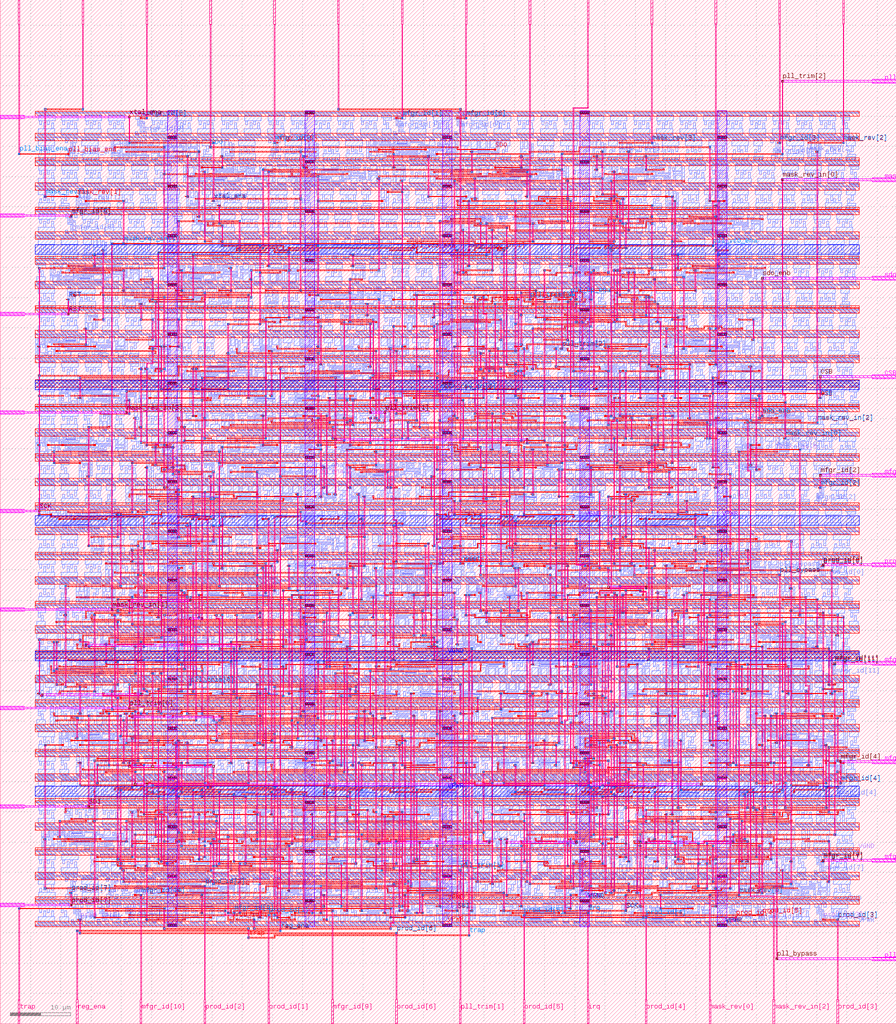
<source format=lef>
VERSION 5.7 ;
  NOWIREEXTENSIONATPIN ON ;
  DIVIDERCHAR "/" ;
  BUSBITCHARS "[]" ;
MACRO raven_spi
  CLASS BLOCK ;
  FOREIGN raven_spi ;
  ORIGIN 0.000 0.000 ;
  SIZE 148.160 BY 169.200 ;
  PIN CSB
    DIRECTION INPUT ;
    PORT
      LAYER li1 ;
        RECT 135.010 103.300 135.720 103.690 ;
      LAYER L1M1_PR_C ;
        RECT 135.510 103.330 135.680 103.500 ;
      LAYER met1 ;
        RECT 135.440 103.480 135.760 103.540 ;
        RECT 135.240 103.340 135.760 103.480 ;
        RECT 135.440 103.280 135.760 103.340 ;
      LAYER via ;
        RECT 135.470 103.280 135.730 103.540 ;
      LAYER met2 ;
        RECT 135.460 106.740 135.740 107.110 ;
        RECT 135.530 103.570 135.670 106.740 ;
        RECT 135.470 103.250 135.730 103.570 ;
      LAYER via2 ;
        RECT 135.460 106.790 135.740 107.070 ;
      LAYER met3 ;
        RECT 135.430 107.080 135.760 107.090 ;
        RECT 144.160 107.080 148.160 107.230 ;
        RECT 135.430 106.780 148.160 107.080 ;
        RECT 135.430 106.760 135.760 106.780 ;
        RECT 144.160 106.630 148.160 106.780 ;
    END
  END CSB
  PIN RST
    DIRECTION INPUT ;
    PORT
      LAYER li1 ;
        RECT 11.170 119.580 11.880 119.970 ;
      LAYER L1M1_PR_C ;
        RECT 11.190 119.610 11.360 119.780 ;
      LAYER met1 ;
        RECT 11.120 119.760 11.440 119.820 ;
        RECT 10.920 119.620 11.440 119.760 ;
        RECT 11.120 119.560 11.440 119.620 ;
      LAYER via ;
        RECT 11.150 119.560 11.410 119.820 ;
      LAYER met2 ;
        RECT 11.150 119.530 11.410 119.850 ;
        RECT 11.210 117.470 11.350 119.530 ;
        RECT 11.140 117.100 11.420 117.470 ;
      LAYER via2 ;
        RECT 11.140 117.150 11.420 117.430 ;
      LAYER met3 ;
        RECT 0.000 117.440 4.000 117.590 ;
        RECT 11.110 117.440 11.440 117.450 ;
        RECT 0.000 117.140 11.440 117.440 ;
        RECT 0.000 116.990 4.000 117.140 ;
        RECT 11.110 117.120 11.440 117.140 ;
    END
  END RST
  PIN SCK
    DIRECTION INPUT ;
    PORT
      LAYER li1 ;
        RECT 18.790 144.530 19.120 145.200 ;
        RECT 30.800 140.300 31.130 141.270 ;
        RECT 48.080 140.300 48.410 141.270 ;
        RECT 63.010 135.860 63.720 136.250 ;
        RECT 50.470 128.250 50.800 128.920 ;
        RECT 8.720 124.020 9.050 124.990 ;
        RECT 26.960 124.020 27.290 124.990 ;
        RECT 50.950 120.110 51.280 120.780 ;
        RECT 6.320 111.070 6.650 112.040 ;
        RECT 29.360 107.740 29.690 108.710 ;
        RECT 50.000 107.740 50.330 108.710 ;
        RECT 10.160 102.930 10.490 103.900 ;
        RECT 6.320 94.790 6.650 95.760 ;
        RECT 37.990 90.860 38.320 91.530 ;
        RECT 8.240 83.320 8.570 84.290 ;
        RECT 105.680 83.320 106.010 84.290 ;
        RECT 23.600 78.510 23.930 79.480 ;
        RECT 42.800 78.510 43.130 79.480 ;
        RECT 62.000 75.180 62.330 76.150 ;
        RECT 114.320 75.180 114.650 76.150 ;
        RECT 92.240 67.040 92.570 68.010 ;
        RECT 22.160 62.230 22.490 63.200 ;
        RECT 47.120 62.230 47.450 63.200 ;
        RECT 106.640 62.230 106.970 63.200 ;
        RECT 123.920 62.230 124.250 63.200 ;
        RECT 8.240 58.900 8.570 59.870 ;
        RECT 62.480 58.900 62.810 59.870 ;
        RECT 10.160 45.950 10.490 46.920 ;
        RECT 69.200 45.950 69.530 46.920 ;
        RECT 125.360 45.950 125.690 46.920 ;
        RECT 61.520 34.480 61.850 35.450 ;
        RECT 7.280 29.670 7.610 30.640 ;
        RECT 26.480 21.530 26.810 22.500 ;
        RECT 45.670 22.430 46.000 23.100 ;
        RECT 64.400 21.530 64.730 22.500 ;
        RECT 122.480 21.530 122.810 22.500 ;
        RECT 83.120 18.200 83.450 19.170 ;
        RECT 103.280 18.200 103.610 19.170 ;
      LAYER L1M1_PR_C ;
        RECT 18.870 144.770 19.040 144.940 ;
        RECT 30.870 140.330 31.040 140.500 ;
        RECT 48.150 140.330 48.320 140.500 ;
        RECT 63.030 135.890 63.200 136.060 ;
        RECT 50.550 128.490 50.720 128.660 ;
        RECT 8.790 124.790 8.960 124.960 ;
        RECT 27.030 124.790 27.200 124.960 ;
        RECT 51.030 120.350 51.200 120.520 ;
        RECT 6.390 111.840 6.560 112.010 ;
        RECT 29.430 108.510 29.600 108.680 ;
        RECT 50.070 108.510 50.240 108.680 ;
        RECT 10.230 103.700 10.400 103.870 ;
        RECT 6.390 95.560 6.560 95.730 ;
        RECT 38.070 91.120 38.240 91.290 ;
        RECT 8.310 84.090 8.480 84.260 ;
        RECT 105.750 83.350 105.920 83.520 ;
        RECT 23.670 78.540 23.840 78.710 ;
        RECT 42.870 78.540 43.040 78.710 ;
        RECT 62.070 75.210 62.240 75.380 ;
        RECT 114.390 75.210 114.560 75.380 ;
        RECT 92.310 67.070 92.480 67.240 ;
        RECT 22.230 62.260 22.400 62.430 ;
        RECT 47.190 63.000 47.360 63.170 ;
        RECT 106.710 62.630 106.880 62.800 ;
        RECT 123.990 62.260 124.160 62.430 ;
        RECT 8.310 58.930 8.480 59.100 ;
        RECT 62.550 58.930 62.720 59.100 ;
        RECT 10.230 45.980 10.400 46.150 ;
        RECT 69.270 45.980 69.440 46.150 ;
        RECT 125.430 45.980 125.600 46.150 ;
        RECT 61.590 35.250 61.760 35.420 ;
        RECT 7.350 30.440 7.520 30.610 ;
        RECT 45.750 22.670 45.920 22.840 ;
        RECT 26.550 22.300 26.720 22.470 ;
        RECT 64.470 21.560 64.640 21.730 ;
        RECT 122.550 21.560 122.720 21.730 ;
        RECT 83.190 18.600 83.360 18.770 ;
        RECT 103.350 18.600 103.520 18.770 ;
      LAYER met1 ;
        RECT 18.810 144.920 19.100 144.970 ;
        RECT 26.960 144.920 27.280 144.980 ;
        RECT 18.810 144.780 27.280 144.920 ;
        RECT 18.810 144.740 19.100 144.780 ;
        RECT 26.960 144.720 27.280 144.780 ;
        RECT 26.960 140.480 27.280 140.540 ;
        RECT 30.810 140.480 31.100 140.530 ;
        RECT 26.960 140.340 31.100 140.480 ;
        RECT 26.960 140.280 27.280 140.340 ;
        RECT 30.810 140.300 31.100 140.340 ;
        RECT 48.090 140.300 48.380 140.530 ;
        RECT 30.890 140.110 31.030 140.300 ;
        RECT 48.170 140.110 48.310 140.300 ;
        RECT 52.400 140.110 52.720 140.170 ;
        RECT 30.890 139.970 52.720 140.110 ;
        RECT 52.400 139.910 52.720 139.970 ;
        RECT 52.400 136.040 52.720 136.100 ;
        RECT 62.970 136.040 63.260 136.090 ;
        RECT 52.400 135.900 63.260 136.040 ;
        RECT 52.400 135.840 52.720 135.900 ;
        RECT 62.970 135.860 63.260 135.900 ;
        RECT 50.490 128.640 50.780 128.690 ;
        RECT 52.400 128.640 52.720 128.700 ;
        RECT 50.490 128.500 52.720 128.640 ;
        RECT 50.490 128.460 50.780 128.500 ;
        RECT 52.400 128.440 52.720 128.500 ;
        RECT 6.320 124.940 6.640 125.000 ;
        RECT 8.730 124.940 9.020 124.990 ;
        RECT 26.960 124.940 27.280 125.000 ;
        RECT 6.320 124.800 27.280 124.940 ;
        RECT 6.320 124.740 6.640 124.800 ;
        RECT 8.730 124.760 9.020 124.800 ;
        RECT 26.960 124.740 27.280 124.800 ;
        RECT 50.970 120.500 51.260 120.550 ;
        RECT 52.400 120.500 52.720 120.560 ;
        RECT 50.970 120.360 52.720 120.500 ;
        RECT 50.970 120.320 51.260 120.360 ;
        RECT 52.400 120.300 52.720 120.360 ;
        RECT 6.320 111.990 6.640 112.050 ;
        RECT 6.120 111.850 6.640 111.990 ;
        RECT 6.320 111.790 6.640 111.850 ;
        RECT 29.370 108.660 29.660 108.710 ;
        RECT 50.010 108.660 50.300 108.710 ;
        RECT 29.370 108.520 50.300 108.660 ;
        RECT 29.370 108.480 29.660 108.520 ;
        RECT 50.010 108.480 50.300 108.520 ;
        RECT 6.320 107.180 6.640 107.240 ;
        RECT 29.450 107.180 29.590 108.480 ;
        RECT 6.320 107.040 29.590 107.180 ;
        RECT 6.320 106.980 6.640 107.040 ;
        RECT 6.320 103.850 6.640 103.910 ;
        RECT 10.170 103.850 10.460 103.900 ;
        RECT 6.320 103.710 10.460 103.850 ;
        RECT 6.320 103.650 6.640 103.710 ;
        RECT 10.170 103.670 10.460 103.710 ;
        RECT 6.320 95.710 6.640 95.770 ;
        RECT 6.120 95.570 6.640 95.710 ;
        RECT 6.320 95.510 6.640 95.570 ;
        RECT 38.010 91.270 38.300 91.320 ;
        RECT 42.320 91.270 42.640 91.330 ;
        RECT 38.010 91.130 42.640 91.270 ;
        RECT 38.010 91.090 38.300 91.130 ;
        RECT 42.320 91.070 42.640 91.130 ;
        RECT 6.320 84.240 6.640 84.300 ;
        RECT 8.250 84.240 8.540 84.290 ;
        RECT 6.320 84.100 8.540 84.240 ;
        RECT 6.320 84.040 6.640 84.100 ;
        RECT 8.250 84.060 8.540 84.100 ;
        RECT 8.330 83.870 8.470 84.060 ;
        RECT 23.600 83.870 23.920 83.930 ;
        RECT 8.330 83.730 23.920 83.870 ;
        RECT 23.600 83.670 23.920 83.730 ;
        RECT 105.690 83.500 105.980 83.550 ;
        RECT 106.640 83.500 106.960 83.560 ;
        RECT 105.690 83.360 106.960 83.500 ;
        RECT 105.690 83.320 105.980 83.360 ;
        RECT 106.640 83.300 106.960 83.360 ;
        RECT 23.600 78.690 23.920 78.750 ;
        RECT 23.400 78.550 23.920 78.690 ;
        RECT 23.600 78.490 23.920 78.550 ;
        RECT 42.320 78.690 42.640 78.750 ;
        RECT 42.810 78.690 43.100 78.740 ;
        RECT 42.320 78.550 43.100 78.690 ;
        RECT 42.320 78.490 42.640 78.550 ;
        RECT 42.810 78.510 43.100 78.550 ;
        RECT 62.000 75.360 62.320 75.420 ;
        RECT 61.800 75.220 62.320 75.360 ;
        RECT 62.000 75.160 62.320 75.220 ;
        RECT 106.640 75.360 106.960 75.420 ;
        RECT 107.600 75.360 107.920 75.420 ;
        RECT 114.330 75.360 114.620 75.410 ;
        RECT 106.640 75.220 114.620 75.360 ;
        RECT 106.640 75.160 106.960 75.220 ;
        RECT 107.600 75.160 107.920 75.220 ;
        RECT 114.330 75.180 114.620 75.220 ;
        RECT 23.600 74.250 23.920 74.310 ;
        RECT 42.320 74.250 42.640 74.310 ;
        RECT 23.600 74.110 42.640 74.250 ;
        RECT 23.600 74.050 23.920 74.110 ;
        RECT 42.320 74.050 42.640 74.110 ;
        RECT 42.320 72.400 42.640 72.460 ;
        RECT 62.000 72.400 62.320 72.460 ;
        RECT 42.320 72.260 62.320 72.400 ;
        RECT 42.320 72.200 42.640 72.260 ;
        RECT 62.000 72.200 62.320 72.260 ;
        RECT 92.240 67.220 92.560 67.280 ;
        RECT 92.040 67.080 92.560 67.220 ;
        RECT 92.240 67.020 92.560 67.080 ;
        RECT 42.320 63.520 42.640 63.580 ;
        RECT 42.320 63.380 47.350 63.520 ;
        RECT 42.320 63.320 42.640 63.380 ;
        RECT 47.210 63.200 47.350 63.380 ;
        RECT 47.130 62.970 47.420 63.200 ;
        RECT 106.650 62.780 106.940 62.830 ;
        RECT 107.600 62.780 107.920 62.840 ;
        RECT 106.650 62.640 124.150 62.780 ;
        RECT 106.650 62.600 106.940 62.640 ;
        RECT 107.600 62.580 107.920 62.640 ;
        RECT 22.160 62.410 22.480 62.470 ;
        RECT 23.600 62.410 23.920 62.470 ;
        RECT 124.010 62.460 124.150 62.640 ;
        RECT 21.960 62.270 23.920 62.410 ;
        RECT 22.160 62.210 22.480 62.270 ;
        RECT 23.600 62.210 23.920 62.270 ;
        RECT 123.930 62.410 124.220 62.460 ;
        RECT 125.840 62.410 126.160 62.470 ;
        RECT 123.930 62.270 126.160 62.410 ;
        RECT 123.930 62.230 124.220 62.270 ;
        RECT 125.840 62.210 126.160 62.270 ;
        RECT 8.250 58.900 8.540 59.130 ;
        RECT 62.000 59.080 62.320 59.140 ;
        RECT 62.490 59.080 62.780 59.130 ;
        RECT 62.000 58.940 62.780 59.080 ;
        RECT 8.330 57.970 8.470 58.900 ;
        RECT 62.000 58.880 62.320 58.940 ;
        RECT 62.490 58.900 62.780 58.940 ;
        RECT 22.160 57.970 22.480 58.030 ;
        RECT 8.330 57.830 22.480 57.970 ;
        RECT 22.160 57.770 22.480 57.830 ;
        RECT 92.240 46.500 92.560 46.560 ;
        RECT 69.290 46.360 92.560 46.500 ;
        RECT 7.280 46.130 7.600 46.190 ;
        RECT 69.290 46.180 69.430 46.360 ;
        RECT 92.240 46.300 92.560 46.360 ;
        RECT 10.170 46.130 10.460 46.180 ;
        RECT 7.280 45.990 10.460 46.130 ;
        RECT 7.280 45.930 7.600 45.990 ;
        RECT 10.170 45.950 10.460 45.990 ;
        RECT 69.210 45.950 69.500 46.180 ;
        RECT 125.370 46.130 125.660 46.180 ;
        RECT 125.840 46.130 126.160 46.190 ;
        RECT 125.370 45.990 126.160 46.130 ;
        RECT 125.370 45.950 125.660 45.990 ;
        RECT 62.000 45.760 62.320 45.820 ;
        RECT 69.290 45.760 69.430 45.950 ;
        RECT 125.840 45.930 126.160 45.990 ;
        RECT 62.000 45.620 69.430 45.760 ;
        RECT 62.000 45.560 62.320 45.620 ;
        RECT 61.530 35.220 61.820 35.450 ;
        RECT 61.610 35.030 61.750 35.220 ;
        RECT 62.000 35.030 62.320 35.090 ;
        RECT 61.610 34.890 62.320 35.030 ;
        RECT 62.000 34.830 62.320 34.890 ;
        RECT 7.280 30.590 7.600 30.650 ;
        RECT 7.080 30.450 7.600 30.590 ;
        RECT 7.280 30.390 7.600 30.450 ;
        RECT 45.690 22.820 45.980 22.870 ;
        RECT 43.850 22.680 45.980 22.820 ;
        RECT 7.280 22.450 7.600 22.510 ;
        RECT 26.490 22.450 26.780 22.500 ;
        RECT 7.280 22.310 26.780 22.450 ;
        RECT 7.280 22.250 7.600 22.310 ;
        RECT 26.490 22.270 26.780 22.310 ;
        RECT 26.570 21.710 26.710 22.270 ;
        RECT 43.850 21.710 43.990 22.680 ;
        RECT 45.690 22.640 45.980 22.680 ;
        RECT 45.770 22.450 45.910 22.640 ;
        RECT 62.000 22.450 62.320 22.510 ;
        RECT 45.770 22.310 64.150 22.450 ;
        RECT 62.000 22.250 62.320 22.310 ;
        RECT 26.570 21.570 43.990 21.710 ;
        RECT 64.010 21.710 64.150 22.310 ;
        RECT 64.410 21.710 64.700 21.760 ;
        RECT 83.120 21.710 83.440 21.770 ;
        RECT 122.490 21.710 122.780 21.760 ;
        RECT 125.840 21.710 126.160 21.770 ;
        RECT 64.010 21.570 83.440 21.710 ;
        RECT 64.410 21.530 64.700 21.570 ;
        RECT 83.120 21.510 83.440 21.570 ;
        RECT 107.690 21.570 126.160 21.710 ;
        RECT 103.280 21.340 103.600 21.400 ;
        RECT 107.690 21.340 107.830 21.570 ;
        RECT 122.490 21.530 122.780 21.570 ;
        RECT 125.840 21.510 126.160 21.570 ;
        RECT 103.280 21.200 107.830 21.340 ;
        RECT 103.280 21.140 103.600 21.200 ;
        RECT 83.120 18.750 83.440 18.810 ;
        RECT 103.280 18.750 103.600 18.810 ;
        RECT 82.680 18.610 103.600 18.750 ;
        RECT 83.120 18.550 83.440 18.610 ;
        RECT 103.280 18.550 103.600 18.610 ;
      LAYER via ;
        RECT 26.990 144.720 27.250 144.980 ;
        RECT 26.990 140.280 27.250 140.540 ;
        RECT 52.430 139.910 52.690 140.170 ;
        RECT 52.430 135.840 52.690 136.100 ;
        RECT 52.430 128.440 52.690 128.700 ;
        RECT 6.350 124.740 6.610 125.000 ;
        RECT 26.990 124.740 27.250 125.000 ;
        RECT 52.430 120.300 52.690 120.560 ;
        RECT 6.350 111.790 6.610 112.050 ;
        RECT 6.350 106.980 6.610 107.240 ;
        RECT 6.350 103.650 6.610 103.910 ;
        RECT 6.350 95.510 6.610 95.770 ;
        RECT 42.350 91.070 42.610 91.330 ;
        RECT 6.350 84.040 6.610 84.300 ;
        RECT 23.630 83.670 23.890 83.930 ;
        RECT 106.670 83.300 106.930 83.560 ;
        RECT 23.630 78.490 23.890 78.750 ;
        RECT 42.350 78.490 42.610 78.750 ;
        RECT 62.030 75.160 62.290 75.420 ;
        RECT 106.670 75.160 106.930 75.420 ;
        RECT 107.630 75.160 107.890 75.420 ;
        RECT 23.630 74.050 23.890 74.310 ;
        RECT 42.350 74.050 42.610 74.310 ;
        RECT 42.350 72.200 42.610 72.460 ;
        RECT 62.030 72.200 62.290 72.460 ;
        RECT 92.270 67.020 92.530 67.280 ;
        RECT 42.350 63.320 42.610 63.580 ;
        RECT 107.630 62.580 107.890 62.840 ;
        RECT 22.190 62.210 22.450 62.470 ;
        RECT 23.630 62.210 23.890 62.470 ;
        RECT 125.870 62.210 126.130 62.470 ;
        RECT 62.030 58.880 62.290 59.140 ;
        RECT 22.190 57.770 22.450 58.030 ;
        RECT 7.310 45.930 7.570 46.190 ;
        RECT 92.270 46.300 92.530 46.560 ;
        RECT 62.030 45.560 62.290 45.820 ;
        RECT 125.870 45.930 126.130 46.190 ;
        RECT 62.030 34.830 62.290 35.090 ;
        RECT 7.310 30.390 7.570 30.650 ;
        RECT 7.310 22.250 7.570 22.510 ;
        RECT 62.030 22.250 62.290 22.510 ;
        RECT 83.150 21.510 83.410 21.770 ;
        RECT 103.310 21.140 103.570 21.400 ;
        RECT 125.870 21.510 126.130 21.770 ;
        RECT 83.150 18.550 83.410 18.810 ;
        RECT 103.310 18.550 103.570 18.810 ;
      LAYER met2 ;
        RECT 26.990 144.690 27.250 145.010 ;
        RECT 27.050 140.570 27.190 144.690 ;
        RECT 26.990 140.250 27.250 140.570 ;
        RECT 27.050 125.030 27.190 140.250 ;
        RECT 52.430 139.880 52.690 140.200 ;
        RECT 52.490 136.130 52.630 139.880 ;
        RECT 52.430 135.810 52.690 136.130 ;
        RECT 52.490 128.730 52.630 135.810 ;
        RECT 52.430 128.410 52.690 128.730 ;
        RECT 6.350 124.710 6.610 125.030 ;
        RECT 26.990 124.710 27.250 125.030 ;
        RECT 6.410 112.080 6.550 124.710 ;
        RECT 52.490 120.590 52.630 128.410 ;
        RECT 52.430 120.270 52.690 120.590 ;
        RECT 6.350 111.760 6.610 112.080 ;
        RECT 6.410 107.270 6.550 111.760 ;
        RECT 6.350 106.950 6.610 107.270 ;
        RECT 6.410 103.940 6.550 106.950 ;
        RECT 6.350 103.620 6.610 103.940 ;
        RECT 6.410 95.800 6.550 103.620 ;
        RECT 6.350 95.480 6.610 95.800 ;
        RECT 6.410 84.910 6.550 95.480 ;
        RECT 42.350 91.040 42.610 91.360 ;
        RECT 6.340 84.540 6.620 84.910 ;
        RECT 6.410 84.330 6.550 84.540 ;
        RECT 6.350 84.010 6.610 84.330 ;
        RECT 23.630 83.640 23.890 83.960 ;
        RECT 23.690 78.780 23.830 83.640 ;
        RECT 42.410 78.780 42.550 91.040 ;
        RECT 106.670 83.270 106.930 83.590 ;
        RECT 23.630 78.460 23.890 78.780 ;
        RECT 42.350 78.460 42.610 78.780 ;
        RECT 23.690 74.340 23.830 78.460 ;
        RECT 42.410 74.340 42.550 78.460 ;
        RECT 106.730 75.450 106.870 83.270 ;
        RECT 62.030 75.130 62.290 75.450 ;
        RECT 106.670 75.130 106.930 75.450 ;
        RECT 107.630 75.130 107.890 75.450 ;
        RECT 23.630 74.020 23.890 74.340 ;
        RECT 42.350 74.020 42.610 74.340 ;
        RECT 23.690 62.500 23.830 74.020 ;
        RECT 42.410 72.490 42.550 74.020 ;
        RECT 62.090 72.490 62.230 75.130 ;
        RECT 42.350 72.170 42.610 72.490 ;
        RECT 62.030 72.170 62.290 72.490 ;
        RECT 42.410 63.610 42.550 72.170 ;
        RECT 42.350 63.290 42.610 63.610 ;
        RECT 22.190 62.180 22.450 62.500 ;
        RECT 23.630 62.180 23.890 62.500 ;
        RECT 22.250 58.060 22.390 62.180 ;
        RECT 62.090 59.170 62.230 72.170 ;
        RECT 92.270 66.990 92.530 67.310 ;
        RECT 62.030 58.850 62.290 59.170 ;
        RECT 22.190 57.740 22.450 58.060 ;
        RECT 7.310 45.900 7.570 46.220 ;
        RECT 7.370 30.680 7.510 45.900 ;
        RECT 62.090 45.850 62.230 58.850 ;
        RECT 92.330 46.590 92.470 66.990 ;
        RECT 107.690 62.870 107.830 75.130 ;
        RECT 107.630 62.550 107.890 62.870 ;
        RECT 125.870 62.180 126.130 62.500 ;
        RECT 92.270 46.270 92.530 46.590 ;
        RECT 125.930 46.220 126.070 62.180 ;
        RECT 125.870 45.900 126.130 46.220 ;
        RECT 62.030 45.530 62.290 45.850 ;
        RECT 62.090 35.120 62.230 45.530 ;
        RECT 62.030 34.800 62.290 35.120 ;
        RECT 7.310 30.360 7.570 30.680 ;
        RECT 7.370 22.540 7.510 30.360 ;
        RECT 62.090 22.540 62.230 34.800 ;
        RECT 7.310 22.220 7.570 22.540 ;
        RECT 62.030 22.220 62.290 22.540 ;
        RECT 125.930 21.800 126.070 45.900 ;
        RECT 83.150 21.480 83.410 21.800 ;
        RECT 125.870 21.480 126.130 21.800 ;
        RECT 83.210 18.840 83.350 21.480 ;
        RECT 103.310 21.110 103.570 21.430 ;
        RECT 103.370 18.840 103.510 21.110 ;
        RECT 83.150 18.520 83.410 18.840 ;
        RECT 103.310 18.520 103.570 18.840 ;
      LAYER via2 ;
        RECT 6.340 84.590 6.620 84.870 ;
      LAYER met3 ;
        RECT 0.000 84.880 4.000 85.030 ;
        RECT 6.310 84.880 6.640 84.890 ;
        RECT 0.000 84.580 6.640 84.880 ;
        RECT 0.000 84.430 4.000 84.580 ;
        RECT 6.310 84.560 6.640 84.580 ;
    END
  END SCK
  PIN SDI
    DIRECTION INPUT ;
    PORT
      LAYER li1 ;
        RECT 92.290 54.720 93.000 55.030 ;
        RECT 8.290 50.970 9.000 51.360 ;
        RECT 73.470 17.090 73.800 18.880 ;
      LAYER L1M1_PR_C ;
        RECT 92.790 54.860 92.960 55.030 ;
        RECT 8.790 51.160 8.960 51.330 ;
        RECT 73.590 18.600 73.760 18.770 ;
      LAYER met1 ;
        RECT 92.720 55.010 93.040 55.070 ;
        RECT 92.520 54.870 93.040 55.010 ;
        RECT 92.720 54.810 93.040 54.870 ;
        RECT 8.730 51.130 9.020 51.360 ;
        RECT 8.810 50.940 8.950 51.130 ;
        RECT 14.480 50.940 14.800 51.000 ;
        RECT 19.760 50.940 20.080 51.000 ;
        RECT 8.810 50.800 20.080 50.940 ;
        RECT 14.480 50.740 14.800 50.800 ;
        RECT 19.760 50.740 20.080 50.800 ;
        RECT 49.040 49.830 49.360 49.890 ;
        RECT 75.440 49.830 75.760 49.890 ;
        RECT 92.720 49.830 93.040 49.890 ;
        RECT 49.040 49.690 93.040 49.830 ;
        RECT 49.040 49.630 49.360 49.690 ;
        RECT 75.440 49.630 75.760 49.690 ;
        RECT 92.720 49.630 93.040 49.690 ;
        RECT 19.760 47.610 20.080 47.670 ;
        RECT 19.760 47.470 35.830 47.610 ;
        RECT 19.760 47.410 20.080 47.470 ;
        RECT 35.690 47.240 35.830 47.470 ;
        RECT 49.040 47.240 49.360 47.300 ;
        RECT 35.690 47.100 49.360 47.240 ;
        RECT 49.040 47.040 49.360 47.100 ;
        RECT 73.530 18.750 73.820 18.800 ;
        RECT 75.440 18.750 75.760 18.810 ;
        RECT 73.530 18.610 75.760 18.750 ;
        RECT 73.530 18.570 73.820 18.610 ;
        RECT 75.440 18.550 75.760 18.610 ;
      LAYER via ;
        RECT 92.750 54.810 93.010 55.070 ;
        RECT 14.510 50.740 14.770 51.000 ;
        RECT 19.790 50.740 20.050 51.000 ;
        RECT 49.070 49.630 49.330 49.890 ;
        RECT 75.470 49.630 75.730 49.890 ;
        RECT 92.750 49.630 93.010 49.890 ;
        RECT 19.790 47.410 20.050 47.670 ;
        RECT 49.070 47.040 49.330 47.300 ;
        RECT 75.470 18.550 75.730 18.810 ;
      LAYER met2 ;
        RECT 92.750 54.780 93.010 55.100 ;
        RECT 14.510 50.710 14.770 51.030 ;
        RECT 19.790 50.710 20.050 51.030 ;
        RECT 14.570 36.070 14.710 50.710 ;
        RECT 19.850 47.700 19.990 50.710 ;
        RECT 92.810 49.920 92.950 54.780 ;
        RECT 49.070 49.600 49.330 49.920 ;
        RECT 75.470 49.600 75.730 49.920 ;
        RECT 92.750 49.600 93.010 49.920 ;
        RECT 19.790 47.380 20.050 47.700 ;
        RECT 49.130 47.330 49.270 49.600 ;
        RECT 49.070 47.010 49.330 47.330 ;
        RECT 14.500 35.700 14.780 36.070 ;
        RECT 75.530 18.840 75.670 49.600 ;
        RECT 75.470 18.520 75.730 18.840 ;
      LAYER via2 ;
        RECT 14.500 35.750 14.780 36.030 ;
      LAYER met3 ;
        RECT 0.000 36.040 4.000 36.190 ;
        RECT 14.470 36.040 14.800 36.050 ;
        RECT 0.000 35.740 14.800 36.040 ;
        RECT 0.000 35.590 4.000 35.740 ;
        RECT 14.470 35.720 14.800 35.740 ;
    END
  END SDI
  PIN SDO
    DIRECTION OUTPUT TRISTATE ;
    PORT
      LAYER li1 ;
        RECT 75.380 143.120 75.720 146.190 ;
        RECT 81.650 144.230 81.980 144.570 ;
      LAYER L1M1_PR_C ;
        RECT 75.510 144.770 75.680 144.940 ;
        RECT 81.750 144.400 81.920 144.570 ;
      LAYER met1 ;
        RECT 34.640 144.920 34.960 144.980 ;
        RECT 75.450 144.920 75.740 144.970 ;
        RECT 34.640 144.780 75.740 144.920 ;
        RECT 34.640 144.720 34.960 144.780 ;
        RECT 75.450 144.740 75.740 144.780 ;
        RECT 75.530 144.550 75.670 144.740 ;
        RECT 81.690 144.550 81.980 144.600 ;
        RECT 75.530 144.410 81.980 144.550 ;
        RECT 81.690 144.370 81.980 144.410 ;
      LAYER via ;
        RECT 34.670 144.720 34.930 144.980 ;
      LAYER met2 ;
        RECT 34.660 165.200 34.940 169.200 ;
        RECT 34.730 145.010 34.870 165.200 ;
        RECT 34.670 144.690 34.930 145.010 ;
    END
  END SDO
  PIN irq
    DIRECTION OUTPUT TRISTATE ;
    PORT
      LAYER li1 ;
        RECT 104.850 87.040 105.450 87.430 ;
        RECT 120.020 81.730 120.360 84.800 ;
        RECT 95.650 70.740 96.360 71.130 ;
      LAYER L1M1_PR_C ;
        RECT 105.270 87.050 105.440 87.220 ;
        RECT 120.150 82.240 120.320 82.410 ;
        RECT 95.670 70.770 95.840 70.940 ;
      LAYER met1 ;
        RECT 105.210 87.200 105.500 87.250 ;
        RECT 104.330 87.060 105.500 87.200 ;
        RECT 100.880 86.830 101.200 86.890 ;
        RECT 104.330 86.830 104.470 87.060 ;
        RECT 105.210 87.020 105.500 87.060 ;
        RECT 100.880 86.690 104.470 86.830 ;
        RECT 100.880 86.630 101.200 86.690 ;
        RECT 100.880 82.390 101.200 82.450 ;
        RECT 120.090 82.390 120.380 82.440 ;
        RECT 100.880 82.250 120.380 82.390 ;
        RECT 100.880 82.190 101.200 82.250 ;
        RECT 120.090 82.210 120.380 82.250 ;
        RECT 98.480 71.290 98.800 71.350 ;
        RECT 95.690 71.150 98.800 71.290 ;
        RECT 93.680 70.920 94.000 70.980 ;
        RECT 95.690 70.970 95.830 71.150 ;
        RECT 98.480 71.090 98.800 71.150 ;
        RECT 95.610 70.920 95.900 70.970 ;
        RECT 93.680 70.780 95.900 70.920 ;
        RECT 93.680 70.720 94.000 70.780 ;
        RECT 95.610 70.740 95.900 70.780 ;
        RECT 93.200 18.380 93.520 18.440 ;
        RECT 97.040 18.380 97.360 18.440 ;
        RECT 93.200 18.240 97.360 18.380 ;
        RECT 93.200 18.180 93.520 18.240 ;
        RECT 97.040 18.180 97.360 18.240 ;
      LAYER via ;
        RECT 100.910 86.630 101.170 86.890 ;
        RECT 100.910 82.190 101.170 82.450 ;
        RECT 93.710 70.720 93.970 70.980 ;
        RECT 98.510 71.090 98.770 71.350 ;
        RECT 93.230 18.180 93.490 18.440 ;
        RECT 97.070 18.180 97.330 18.440 ;
      LAYER met2 ;
        RECT 100.910 86.600 101.170 86.920 ;
        RECT 100.970 82.480 101.110 86.600 ;
        RECT 100.910 82.160 101.170 82.480 ;
        RECT 98.510 71.290 98.770 71.380 ;
        RECT 100.970 71.290 101.110 82.160 ;
        RECT 98.510 71.150 101.110 71.290 ;
        RECT 98.510 71.060 98.770 71.150 ;
        RECT 93.710 70.690 93.970 71.010 ;
        RECT 93.770 50.200 93.910 70.690 ;
        RECT 93.290 50.060 93.910 50.200 ;
        RECT 93.290 18.470 93.430 50.060 ;
        RECT 93.230 18.150 93.490 18.470 ;
        RECT 97.070 18.150 97.330 18.470 ;
        RECT 97.130 4.000 97.270 18.150 ;
        RECT 97.060 0.000 97.340 4.000 ;
    END
  END irq
  PIN mask_rev[0]
    DIRECTION OUTPUT TRISTATE ;
    PORT
      LAYER li1 ;
        RECT 128.280 95.790 128.710 97.370 ;
        RECT 128.280 94.110 128.530 95.790 ;
      LAYER L1M1_PR_C ;
        RECT 128.310 94.450 128.480 94.620 ;
      LAYER met1 ;
        RECT 122.000 94.600 122.320 94.660 ;
        RECT 128.250 94.600 128.540 94.650 ;
        RECT 122.000 94.460 128.540 94.600 ;
        RECT 122.000 94.400 122.320 94.460 ;
        RECT 128.250 94.420 128.540 94.460 ;
        RECT 117.200 21.340 117.520 21.400 ;
        RECT 122.000 21.340 122.320 21.400 ;
        RECT 117.200 21.200 122.320 21.340 ;
        RECT 117.200 21.140 117.520 21.200 ;
        RECT 122.000 21.140 122.320 21.200 ;
      LAYER via ;
        RECT 122.030 94.400 122.290 94.660 ;
        RECT 117.230 21.140 117.490 21.400 ;
        RECT 122.030 21.140 122.290 21.400 ;
      LAYER met2 ;
        RECT 122.030 94.370 122.290 94.690 ;
        RECT 122.090 21.430 122.230 94.370 ;
        RECT 117.230 21.110 117.490 21.430 ;
        RECT 122.030 21.110 122.290 21.430 ;
        RECT 117.290 4.000 117.430 21.110 ;
        RECT 117.220 0.000 117.500 4.000 ;
    END
  END mask_rev[0]
  PIN mask_rev[1]
    DIRECTION OUTPUT TRISTATE ;
    PORT
      LAYER li1 ;
        RECT 12.600 136.490 13.030 138.070 ;
        RECT 12.600 134.810 12.850 136.490 ;
      LAYER L1M1_PR_C ;
        RECT 12.630 136.630 12.800 136.800 ;
      LAYER met1 ;
        RECT 7.280 151.210 7.600 151.270 ;
        RECT 13.520 151.210 13.840 151.270 ;
        RECT 7.280 151.070 13.840 151.210 ;
        RECT 7.280 151.010 7.600 151.070 ;
        RECT 13.520 151.010 13.840 151.070 ;
        RECT 7.280 136.780 7.600 136.840 ;
        RECT 12.570 136.780 12.860 136.830 ;
        RECT 7.280 136.640 12.860 136.780 ;
        RECT 7.280 136.580 7.600 136.640 ;
        RECT 12.570 136.600 12.860 136.640 ;
      LAYER via ;
        RECT 7.310 151.010 7.570 151.270 ;
        RECT 13.550 151.010 13.810 151.270 ;
        RECT 7.310 136.580 7.570 136.840 ;
      LAYER met2 ;
        RECT 13.540 165.200 13.820 169.200 ;
        RECT 13.610 151.300 13.750 165.200 ;
        RECT 7.310 150.980 7.570 151.300 ;
        RECT 13.550 150.980 13.810 151.300 ;
        RECT 7.370 136.870 7.510 150.980 ;
        RECT 7.310 136.550 7.570 136.870 ;
    END
  END mask_rev[1]
  PIN mask_rev[2]
    DIRECTION OUTPUT TRISTATE ;
    PORT
      LAYER li1 ;
        RECT 133.560 144.630 133.990 146.210 ;
        RECT 133.560 142.950 133.810 144.630 ;
      LAYER L1M1_PR_C ;
        RECT 133.590 145.510 133.760 145.680 ;
      LAYER met1 ;
        RECT 133.530 145.660 133.820 145.710 ;
        RECT 139.280 145.660 139.600 145.720 ;
        RECT 133.530 145.520 139.600 145.660 ;
        RECT 133.530 145.480 133.820 145.520 ;
        RECT 139.280 145.460 139.600 145.520 ;
      LAYER via ;
        RECT 139.310 145.460 139.570 145.720 ;
      LAYER met2 ;
        RECT 139.300 165.200 139.580 169.200 ;
        RECT 139.370 145.750 139.510 165.200 ;
        RECT 139.310 145.430 139.570 145.750 ;
    END
  END mask_rev[2]
  PIN mask_rev[3]
    DIRECTION OUTPUT TRISTATE ;
    PORT
      LAYER li1 ;
        RECT 102.360 144.630 102.790 146.210 ;
        RECT 102.360 142.950 102.610 144.630 ;
      LAYER L1M1_PR_C ;
        RECT 102.390 145.510 102.560 145.680 ;
      LAYER met1 ;
        RECT 102.330 145.660 102.620 145.710 ;
        RECT 107.600 145.660 107.920 145.720 ;
        RECT 102.330 145.520 107.920 145.660 ;
        RECT 102.330 145.480 102.620 145.520 ;
        RECT 107.600 145.460 107.920 145.520 ;
      LAYER via ;
        RECT 107.630 145.460 107.890 145.720 ;
      LAYER met2 ;
        RECT 107.620 165.200 107.900 169.200 ;
        RECT 107.690 145.750 107.830 165.200 ;
        RECT 107.630 145.430 107.890 145.750 ;
    END
  END mask_rev[3]
  PIN mask_rev_in[0]
    DIRECTION INPUT ;
    PORT
      LAYER li1 ;
        RECT 100.730 103.500 101.160 103.870 ;
        RECT 129.630 95.080 129.960 96.870 ;
      LAYER L1M1_PR_C ;
        RECT 100.950 103.700 101.120 103.870 ;
        RECT 129.750 96.670 129.920 96.840 ;
      LAYER met1 ;
        RECT 100.890 103.670 101.180 103.900 ;
        RECT 100.970 102.740 101.110 103.670 ;
        RECT 129.680 102.740 130.000 102.800 ;
        RECT 100.970 102.600 130.000 102.740 ;
        RECT 129.680 102.540 130.000 102.600 ;
        RECT 129.680 96.820 130.000 96.880 ;
        RECT 129.480 96.680 130.000 96.820 ;
        RECT 129.680 96.620 130.000 96.680 ;
      LAYER via ;
        RECT 129.710 102.540 129.970 102.800 ;
        RECT 129.710 96.620 129.970 96.880 ;
      LAYER met2 ;
        RECT 129.220 139.300 129.500 139.670 ;
        RECT 129.290 104.040 129.430 139.300 ;
        RECT 129.290 103.900 129.910 104.040 ;
        RECT 129.770 102.830 129.910 103.900 ;
        RECT 129.710 102.510 129.970 102.830 ;
        RECT 129.770 96.910 129.910 102.510 ;
        RECT 129.710 96.590 129.970 96.910 ;
      LAYER via2 ;
        RECT 129.220 139.350 129.500 139.630 ;
      LAYER met3 ;
        RECT 129.190 139.640 129.520 139.650 ;
        RECT 144.160 139.640 148.160 139.790 ;
        RECT 129.190 139.340 148.160 139.640 ;
        RECT 129.190 139.320 129.520 139.340 ;
        RECT 144.160 139.190 148.160 139.340 ;
    END
  END mask_rev_in[0]
  PIN mask_rev_in[1]
    DIRECTION INPUT ;
    PORT
      LAYER li1 ;
        RECT 13.950 135.780 14.280 137.570 ;
        RECT 77.210 127.680 78.120 128.010 ;
      LAYER L1M1_PR_C ;
        RECT 14.070 135.890 14.240 136.060 ;
        RECT 77.430 127.750 77.600 127.920 ;
      LAYER met1 ;
        RECT 14.010 136.040 14.300 136.090 ;
        RECT 20.240 136.040 20.560 136.100 ;
        RECT 14.010 135.900 20.560 136.040 ;
        RECT 14.010 135.860 14.300 135.900 ;
        RECT 20.240 135.840 20.560 135.900 ;
        RECT 18.320 129.010 18.640 129.070 ;
        RECT 20.240 129.010 20.560 129.070 ;
        RECT 18.320 128.870 77.590 129.010 ;
        RECT 18.320 128.810 18.640 128.870 ;
        RECT 20.240 128.810 20.560 128.870 ;
        RECT 77.450 127.950 77.590 128.870 ;
        RECT 77.370 127.720 77.660 127.950 ;
      LAYER via ;
        RECT 20.270 135.840 20.530 136.100 ;
        RECT 18.350 128.810 18.610 129.070 ;
        RECT 20.270 128.810 20.530 129.070 ;
      LAYER met2 ;
        RECT 20.270 135.810 20.530 136.130 ;
        RECT 20.330 129.100 20.470 135.810 ;
        RECT 18.350 128.780 18.610 129.100 ;
        RECT 20.270 128.780 20.530 129.100 ;
        RECT 18.410 68.630 18.550 128.780 ;
        RECT 18.340 68.260 18.620 68.630 ;
      LAYER via2 ;
        RECT 18.340 68.310 18.620 68.590 ;
      LAYER met3 ;
        RECT 0.000 68.600 4.000 68.750 ;
        RECT 18.310 68.600 18.640 68.610 ;
        RECT 0.000 68.300 18.640 68.600 ;
        RECT 0.000 68.150 4.000 68.300 ;
        RECT 18.310 68.280 18.640 68.300 ;
    END
  END mask_rev_in[1]
  PIN mask_rev_in[2]
    DIRECTION INPUT ;
    PORT
      LAYER li1 ;
        RECT 134.910 143.920 135.240 145.710 ;
        RECT 102.170 99.630 102.600 100.000 ;
      LAYER L1M1_PR_C ;
        RECT 135.030 144.030 135.200 144.200 ;
        RECT 102.390 99.630 102.560 99.800 ;
      LAYER met1 ;
        RECT 134.960 144.180 135.280 144.240 ;
        RECT 134.760 144.040 135.280 144.180 ;
        RECT 134.960 143.980 135.280 144.040 ;
        RECT 102.330 99.780 102.620 99.830 ;
        RECT 102.330 99.640 123.670 99.780 ;
        RECT 102.330 99.600 102.620 99.640 ;
        RECT 123.530 99.470 123.670 99.640 ;
        RECT 123.440 99.410 123.760 99.470 ;
        RECT 134.960 99.410 135.280 99.470 ;
        RECT 123.000 99.270 135.280 99.410 ;
        RECT 123.440 99.210 123.760 99.270 ;
        RECT 134.960 99.210 135.280 99.270 ;
      LAYER via ;
        RECT 134.990 143.980 135.250 144.240 ;
        RECT 123.470 99.210 123.730 99.470 ;
        RECT 134.990 99.210 135.250 99.470 ;
      LAYER met2 ;
        RECT 134.990 143.950 135.250 144.270 ;
        RECT 135.050 99.500 135.190 143.950 ;
        RECT 123.470 99.180 123.730 99.500 ;
        RECT 134.990 99.180 135.250 99.500 ;
        RECT 123.530 91.460 123.670 99.180 ;
        RECT 123.530 91.320 124.150 91.460 ;
        RECT 124.010 21.160 124.150 91.320 ;
        RECT 124.010 21.020 127.990 21.160 ;
        RECT 127.850 4.000 127.990 21.020 ;
        RECT 127.780 0.000 128.060 4.000 ;
    END
  END mask_rev_in[2]
  PIN mask_rev_in[3]
    DIRECTION INPUT ;
    PORT
      LAYER li1 ;
        RECT 103.710 143.920 104.040 145.710 ;
        RECT 73.570 132.460 73.980 133.130 ;
        RECT 78.390 131.820 78.560 132.730 ;
      LAYER L1M1_PR_C ;
        RECT 103.830 144.030 104.000 144.200 ;
        RECT 73.590 132.560 73.760 132.730 ;
        RECT 78.390 132.560 78.560 132.730 ;
      LAYER met1 ;
        RECT 103.760 144.180 104.080 144.240 ;
        RECT 103.560 144.040 104.080 144.180 ;
        RECT 103.760 143.980 104.080 144.040 ;
        RECT 72.560 132.710 72.880 132.770 ;
        RECT 73.530 132.710 73.820 132.760 ;
        RECT 78.330 132.710 78.620 132.760 ;
        RECT 72.560 132.570 78.620 132.710 ;
        RECT 72.560 132.510 72.880 132.570 ;
        RECT 73.530 132.530 73.820 132.570 ;
        RECT 78.330 132.530 78.620 132.570 ;
        RECT 78.330 131.970 78.620 132.020 ;
        RECT 78.330 131.830 84.310 131.970 ;
        RECT 78.330 131.790 78.620 131.830 ;
        RECT 84.170 131.230 84.310 131.830 ;
        RECT 103.760 131.230 104.080 131.290 ;
        RECT 84.170 131.090 104.080 131.230 ;
        RECT 103.760 131.030 104.080 131.090 ;
        RECT 20.720 104.590 21.040 104.650 ;
        RECT 72.560 104.590 72.880 104.650 ;
        RECT 20.720 104.450 72.880 104.590 ;
        RECT 20.720 104.390 21.040 104.450 ;
        RECT 72.560 104.390 72.880 104.450 ;
      LAYER via ;
        RECT 103.790 143.980 104.050 144.240 ;
        RECT 72.590 132.510 72.850 132.770 ;
        RECT 103.790 131.030 104.050 131.290 ;
        RECT 20.750 104.390 21.010 104.650 ;
        RECT 72.590 104.390 72.850 104.650 ;
      LAYER met2 ;
        RECT 103.790 143.950 104.050 144.270 ;
        RECT 72.590 132.480 72.850 132.800 ;
        RECT 72.650 104.680 72.790 132.480 ;
        RECT 103.850 131.320 103.990 143.950 ;
        RECT 103.790 131.000 104.050 131.320 ;
        RECT 20.750 104.360 21.010 104.680 ;
        RECT 72.590 104.360 72.850 104.680 ;
        RECT 20.810 101.190 20.950 104.360 ;
        RECT 20.740 100.820 21.020 101.190 ;
      LAYER via2 ;
        RECT 20.740 100.870 21.020 101.150 ;
      LAYER met3 ;
        RECT 0.000 101.160 4.000 101.310 ;
        RECT 20.710 101.160 21.040 101.170 ;
        RECT 0.000 100.860 21.040 101.160 ;
        RECT 0.000 100.710 4.000 100.860 ;
        RECT 20.710 100.840 21.040 100.860 ;
    END
  END mask_rev_in[3]
  PIN mfgr_id[0]
    DIRECTION OUTPUT TRISTATE ;
    PORT
      LAYER li1 ;
        RECT 45.690 145.630 46.270 146.270 ;
        RECT 45.690 144.220 45.960 145.630 ;
        RECT 45.200 143.950 45.960 144.220 ;
        RECT 45.200 142.950 45.530 143.950 ;
      LAYER L1M1_PR_C ;
        RECT 45.750 145.510 45.920 145.680 ;
      LAYER met1 ;
        RECT 45.200 145.660 45.520 145.720 ;
        RECT 45.690 145.660 45.980 145.710 ;
        RECT 45.200 145.520 45.980 145.660 ;
        RECT 45.200 145.460 45.520 145.520 ;
        RECT 45.690 145.480 45.980 145.520 ;
      LAYER via ;
        RECT 45.230 145.460 45.490 145.720 ;
      LAYER met2 ;
        RECT 45.220 165.200 45.500 169.200 ;
        RECT 45.290 145.750 45.430 165.200 ;
        RECT 45.230 145.430 45.490 145.750 ;
    END
  END mfgr_id[0]
  PIN mfgr_id[10]
    DIRECTION OUTPUT TRISTATE ;
    PORT
      LAYER li1 ;
        RECT 22.680 22.540 22.930 23.880 ;
        RECT 22.220 22.290 22.930 22.540 ;
        RECT 22.220 21.420 22.470 22.290 ;
        RECT 21.890 20.780 22.470 21.420 ;
      LAYER L1M1_PR_C ;
        RECT 22.230 21.190 22.400 21.360 ;
      LAYER met1 ;
        RECT 22.170 21.340 22.460 21.390 ;
        RECT 23.120 21.340 23.440 21.400 ;
        RECT 22.170 21.200 23.440 21.340 ;
        RECT 22.170 21.160 22.460 21.200 ;
        RECT 23.120 21.140 23.440 21.200 ;
      LAYER via ;
        RECT 23.150 21.140 23.410 21.400 ;
      LAYER met2 ;
        RECT 23.150 21.110 23.410 21.430 ;
        RECT 23.210 4.000 23.350 21.110 ;
        RECT 23.140 0.000 23.420 4.000 ;
    END
  END mfgr_id[10]
  PIN mfgr_id[11]
    DIRECTION OUTPUT TRISTATE ;
    PORT
      LAYER li1 ;
        RECT 137.360 59.550 137.690 60.550 ;
        RECT 137.360 59.280 138.120 59.550 ;
        RECT 137.850 57.870 138.120 59.280 ;
        RECT 137.850 57.230 138.430 57.870 ;
      LAYER L1M1_PR_C ;
        RECT 137.910 59.300 138.080 59.470 ;
      LAYER met1 ;
        RECT 137.840 59.450 138.160 59.510 ;
        RECT 137.640 59.310 138.160 59.450 ;
        RECT 137.840 59.250 138.160 59.310 ;
      LAYER via ;
        RECT 137.870 59.250 138.130 59.510 ;
      LAYER met2 ;
        RECT 137.860 59.380 138.140 59.750 ;
        RECT 137.870 59.220 138.130 59.380 ;
      LAYER via2 ;
        RECT 137.860 59.430 138.140 59.710 ;
      LAYER met3 ;
        RECT 137.830 59.720 138.160 59.730 ;
        RECT 144.160 59.720 148.160 59.870 ;
        RECT 137.830 59.420 148.160 59.720 ;
        RECT 137.830 59.400 138.160 59.420 ;
        RECT 144.160 59.270 148.160 59.420 ;
    END
  END mfgr_id[11]
  PIN mfgr_id[1]
    DIRECTION OUTPUT TRISTATE ;
    PORT
      LAYER li1 ;
        RECT 65.090 149.520 65.670 150.160 ;
        RECT 65.420 148.650 65.670 149.520 ;
        RECT 65.420 148.400 66.130 148.650 ;
        RECT 65.880 147.060 66.130 148.400 ;
      LAYER L1M1_PR_C ;
        RECT 65.430 149.580 65.600 149.750 ;
      LAYER met1 ;
        RECT 65.370 149.730 65.660 149.780 ;
        RECT 66.320 149.730 66.640 149.790 ;
        RECT 65.370 149.590 66.640 149.730 ;
        RECT 65.370 149.550 65.660 149.590 ;
        RECT 66.320 149.530 66.640 149.590 ;
      LAYER via ;
        RECT 66.350 149.530 66.610 149.790 ;
      LAYER met2 ;
        RECT 66.340 165.200 66.620 169.200 ;
        RECT 66.410 149.820 66.550 165.200 ;
        RECT 66.350 149.500 66.610 149.820 ;
    END
  END mfgr_id[1]
  PIN mfgr_id[2]
    DIRECTION OUTPUT TRISTATE ;
    PORT
      LAYER li1 ;
        RECT 135.480 87.660 135.730 89.000 ;
        RECT 135.020 87.410 135.730 87.660 ;
        RECT 135.020 86.540 135.270 87.410 ;
        RECT 134.690 85.900 135.270 86.540 ;
      LAYER L1M1_PR_C ;
        RECT 135.510 88.530 135.680 88.700 ;
      LAYER met1 ;
        RECT 135.440 88.680 135.760 88.740 ;
        RECT 135.240 88.540 135.760 88.680 ;
        RECT 135.440 88.480 135.760 88.540 ;
      LAYER via ;
        RECT 135.470 88.480 135.730 88.740 ;
      LAYER met2 ;
        RECT 135.460 90.460 135.740 90.830 ;
        RECT 135.530 88.770 135.670 90.460 ;
        RECT 135.470 88.450 135.730 88.770 ;
      LAYER via2 ;
        RECT 135.460 90.510 135.740 90.790 ;
      LAYER met3 ;
        RECT 135.430 90.800 135.760 90.810 ;
        RECT 144.160 90.800 148.160 90.950 ;
        RECT 135.430 90.500 148.160 90.800 ;
        RECT 135.430 90.480 135.760 90.500 ;
        RECT 144.160 90.350 148.160 90.500 ;
    END
  END mfgr_id[2]
  PIN mfgr_id[3]
    DIRECTION OUTPUT TRISTATE ;
    PORT
      LAYER li1 ;
        RECT 128.730 145.630 129.310 146.270 ;
        RECT 128.730 144.220 129.000 145.630 ;
        RECT 128.240 143.950 129.000 144.220 ;
        RECT 128.240 142.950 128.570 143.950 ;
      LAYER L1M1_PR_C ;
        RECT 128.790 145.510 128.960 145.680 ;
      LAYER met1 ;
        RECT 128.720 145.660 129.040 145.720 ;
        RECT 128.520 145.520 129.040 145.660 ;
        RECT 128.720 145.460 129.040 145.520 ;
      LAYER via ;
        RECT 128.750 145.460 129.010 145.720 ;
      LAYER met2 ;
        RECT 128.740 165.200 129.020 169.200 ;
        RECT 128.810 145.750 128.950 165.200 ;
        RECT 128.750 145.430 129.010 145.750 ;
    END
  END mfgr_id[3]
  PIN mfgr_id[4]
    DIRECTION OUTPUT TRISTATE ;
    PORT
      LAYER li1 ;
        RECT 138.840 38.820 139.090 40.160 ;
        RECT 138.380 38.570 139.090 38.820 ;
        RECT 138.380 37.700 138.630 38.570 ;
        RECT 138.050 37.060 138.630 37.700 ;
      LAYER L1M1_PR_C ;
        RECT 138.870 39.690 139.040 39.860 ;
      LAYER met1 ;
        RECT 138.800 39.840 139.120 39.900 ;
        RECT 138.600 39.700 139.120 39.840 ;
        RECT 138.800 39.640 139.120 39.700 ;
      LAYER via ;
        RECT 138.830 39.640 139.090 39.900 ;
      LAYER met2 ;
        RECT 138.820 43.100 139.100 43.470 ;
        RECT 138.890 39.930 139.030 43.100 ;
        RECT 138.830 39.610 139.090 39.930 ;
      LAYER via2 ;
        RECT 138.820 43.150 139.100 43.430 ;
      LAYER met3 ;
        RECT 138.790 43.440 139.120 43.450 ;
        RECT 144.160 43.440 148.160 43.590 ;
        RECT 138.790 43.140 148.160 43.440 ;
        RECT 138.790 43.120 139.120 43.140 ;
        RECT 144.160 42.990 148.160 43.140 ;
    END
  END mfgr_id[4]
  PIN mfgr_id[5]
    DIRECTION OUTPUT TRISTATE ;
    PORT
      LAYER li1 ;
        RECT 11.600 132.810 11.930 133.810 ;
        RECT 11.600 132.540 12.360 132.810 ;
        RECT 12.090 131.130 12.360 132.540 ;
        RECT 12.090 130.490 12.670 131.130 ;
      LAYER L1M1_PR_C ;
        RECT 11.670 133.300 11.840 133.470 ;
      LAYER met1 ;
        RECT 11.600 133.450 11.920 133.510 ;
        RECT 11.400 133.310 11.920 133.450 ;
        RECT 11.600 133.250 11.920 133.310 ;
      LAYER via ;
        RECT 11.630 133.250 11.890 133.510 ;
      LAYER met2 ;
        RECT 11.620 133.380 11.900 133.750 ;
        RECT 11.630 133.220 11.890 133.380 ;
      LAYER via2 ;
        RECT 11.620 133.430 11.900 133.710 ;
      LAYER met3 ;
        RECT 0.000 133.720 4.000 133.870 ;
        RECT 11.590 133.720 11.920 133.730 ;
        RECT 0.000 133.420 11.920 133.720 ;
        RECT 0.000 133.270 4.000 133.420 ;
        RECT 11.590 133.400 11.920 133.420 ;
    END
  END mfgr_id[5]
  PIN mfgr_id[6]
    DIRECTION OUTPUT TRISTATE ;
    PORT
      LAYER li1 ;
        RECT 75.170 149.520 75.750 150.160 ;
        RECT 75.500 148.650 75.750 149.520 ;
        RECT 75.500 148.400 76.210 148.650 ;
        RECT 75.960 147.060 76.210 148.400 ;
      LAYER L1M1_PR_C ;
        RECT 75.510 149.580 75.680 149.750 ;
      LAYER met1 ;
        RECT 75.450 149.730 75.740 149.780 ;
        RECT 76.880 149.730 77.200 149.790 ;
        RECT 75.450 149.590 77.200 149.730 ;
        RECT 75.450 149.550 75.740 149.590 ;
        RECT 76.880 149.530 77.200 149.590 ;
      LAYER via ;
        RECT 76.910 149.530 77.170 149.790 ;
      LAYER met2 ;
        RECT 76.900 165.200 77.180 169.200 ;
        RECT 76.970 149.820 77.110 165.200 ;
        RECT 76.910 149.500 77.170 149.820 ;
    END
  END mfgr_id[6]
  PIN mfgr_id[7]
    DIRECTION OUTPUT TRISTATE ;
    PORT
      LAYER li1 ;
        RECT 135.440 26.990 135.770 27.990 ;
        RECT 135.440 26.720 136.200 26.990 ;
        RECT 135.930 25.310 136.200 26.720 ;
        RECT 135.930 24.670 136.510 25.310 ;
      LAYER L1M1_PR_C ;
        RECT 135.990 26.740 136.160 26.910 ;
      LAYER met1 ;
        RECT 135.920 26.890 136.240 26.950 ;
        RECT 135.720 26.750 136.240 26.890 ;
        RECT 135.920 26.690 136.240 26.750 ;
      LAYER via ;
        RECT 135.950 26.690 136.210 26.950 ;
      LAYER met2 ;
        RECT 135.940 26.820 136.220 27.190 ;
        RECT 135.950 26.660 136.210 26.820 ;
      LAYER via2 ;
        RECT 135.940 26.870 136.220 27.150 ;
      LAYER met3 ;
        RECT 135.910 27.160 136.240 27.170 ;
        RECT 144.160 27.160 148.160 27.310 ;
        RECT 135.910 26.860 148.160 27.160 ;
        RECT 135.910 26.840 136.240 26.860 ;
        RECT 144.160 26.710 148.160 26.860 ;
    END
  END mfgr_id[7]
  PIN mfgr_id[8]
    DIRECTION OUTPUT TRISTATE ;
    PORT
      LAYER li1 ;
        RECT 23.120 149.090 23.450 150.090 ;
        RECT 23.120 148.820 23.880 149.090 ;
        RECT 23.610 147.410 23.880 148.820 ;
        RECT 23.610 146.770 24.190 147.410 ;
      LAYER L1M1_PR_C ;
        RECT 23.190 149.580 23.360 149.750 ;
      LAYER met1 ;
        RECT 23.130 149.730 23.420 149.780 ;
        RECT 24.080 149.730 24.400 149.790 ;
        RECT 23.130 149.590 24.400 149.730 ;
        RECT 23.130 149.550 23.420 149.590 ;
        RECT 24.080 149.530 24.400 149.590 ;
      LAYER via ;
        RECT 24.110 149.530 24.370 149.790 ;
      LAYER met2 ;
        RECT 24.100 165.200 24.380 169.200 ;
        RECT 24.170 149.820 24.310 165.200 ;
        RECT 24.110 149.500 24.370 149.820 ;
    END
  END mfgr_id[8]
  PIN mfgr_id[9]
    DIRECTION OUTPUT TRISTATE ;
    PORT
      LAYER li1 ;
        RECT 16.880 18.850 17.210 19.850 ;
        RECT 16.880 18.580 17.640 18.850 ;
        RECT 17.370 17.170 17.640 18.580 ;
        RECT 17.370 16.530 17.950 17.170 ;
      LAYER L1M1_PR_C ;
        RECT 17.430 18.600 17.600 18.770 ;
      LAYER met1 ;
        RECT 17.370 18.750 17.660 18.800 ;
        RECT 37.040 18.750 37.360 18.810 ;
        RECT 54.800 18.750 55.120 18.810 ;
        RECT 17.370 18.610 37.360 18.750 ;
        RECT 17.370 18.570 17.660 18.610 ;
        RECT 37.040 18.550 37.360 18.610 ;
        RECT 38.570 18.610 55.120 18.750 ;
        RECT 38.570 18.440 38.710 18.610 ;
        RECT 54.800 18.550 55.120 18.610 ;
        RECT 38.480 18.180 38.800 18.440 ;
      LAYER via ;
        RECT 37.070 18.550 37.330 18.810 ;
        RECT 54.830 18.550 55.090 18.810 ;
        RECT 38.510 18.180 38.770 18.440 ;
      LAYER met2 ;
        RECT 37.070 18.520 37.330 18.840 ;
        RECT 54.830 18.520 55.090 18.840 ;
        RECT 37.130 18.010 37.270 18.520 ;
        RECT 38.510 18.150 38.770 18.470 ;
        RECT 38.570 18.010 38.710 18.150 ;
        RECT 37.130 17.870 38.710 18.010 ;
        RECT 54.890 4.000 55.030 18.520 ;
        RECT 54.820 0.000 55.100 4.000 ;
    END
  END mfgr_id[9]
  PIN pll_bias_ena
    DIRECTION OUTPUT TRISTATE ;
    PORT
      LAYER li1 ;
        RECT 11.640 144.640 11.890 145.980 ;
        RECT 11.180 144.390 11.890 144.640 ;
        RECT 11.180 143.520 11.430 144.390 ;
        RECT 10.850 142.880 11.430 143.520 ;
      LAYER L1M1_PR_C ;
        RECT 11.190 143.660 11.360 143.830 ;
      LAYER met1 ;
        RECT 2.960 143.810 3.280 143.870 ;
        RECT 11.130 143.810 11.420 143.860 ;
        RECT 2.960 143.670 11.420 143.810 ;
        RECT 2.960 143.610 3.280 143.670 ;
        RECT 11.130 143.630 11.420 143.670 ;
      LAYER via ;
        RECT 2.990 143.610 3.250 143.870 ;
      LAYER met2 ;
        RECT 2.980 165.200 3.260 169.200 ;
        RECT 3.050 143.900 3.190 165.200 ;
        RECT 2.990 143.580 3.250 143.900 ;
    END
  END pll_bias_ena
  PIN pll_bypass
    DIRECTION OUTPUT TRISTATE ;
    PORT
      LAYER li1 ;
        RECT 96.130 75.490 96.860 75.820 ;
        RECT 104.370 75.370 104.970 75.760 ;
        RECT 128.660 73.590 129.000 76.660 ;
      LAYER L1M1_PR_C ;
        RECT 96.150 75.580 96.320 75.750 ;
        RECT 104.790 75.580 104.960 75.750 ;
        RECT 128.790 74.100 128.960 74.270 ;
      LAYER met1 ;
        RECT 96.090 75.550 96.380 75.780 ;
        RECT 104.720 75.730 105.040 75.790 ;
        RECT 97.610 75.590 105.040 75.730 ;
        RECT 96.170 75.360 96.310 75.550 ;
        RECT 97.610 75.360 97.750 75.590 ;
        RECT 104.720 75.530 105.040 75.590 ;
        RECT 96.170 75.220 97.750 75.360 ;
        RECT 104.720 74.250 105.040 74.310 ;
        RECT 128.720 74.250 129.040 74.310 ;
        RECT 104.720 74.110 129.040 74.250 ;
        RECT 104.720 74.050 105.040 74.110 ;
        RECT 128.720 74.050 129.040 74.110 ;
      LAYER via ;
        RECT 104.750 75.530 105.010 75.790 ;
        RECT 104.750 74.050 105.010 74.310 ;
        RECT 128.750 74.050 129.010 74.310 ;
      LAYER met2 ;
        RECT 104.750 75.500 105.010 75.820 ;
        RECT 104.810 74.340 104.950 75.500 ;
        RECT 104.750 74.020 105.010 74.340 ;
        RECT 128.750 74.020 129.010 74.340 ;
        RECT 128.810 39.660 128.950 74.020 ;
        RECT 128.330 39.520 128.950 39.660 ;
        RECT 128.330 10.910 128.470 39.520 ;
        RECT 128.260 10.540 128.540 10.910 ;
      LAYER via2 ;
        RECT 128.260 10.590 128.540 10.870 ;
      LAYER met3 ;
        RECT 128.230 10.880 128.560 10.890 ;
        RECT 144.160 10.880 148.160 11.030 ;
        RECT 128.230 10.580 148.160 10.880 ;
        RECT 128.230 10.560 128.560 10.580 ;
        RECT 144.160 10.430 148.160 10.580 ;
    END
  END pll_bypass
  PIN pll_cp_ena
    DIRECTION OUTPUT TRISTATE ;
    PORT
      LAYER li1 ;
        RECT 64.820 118.680 65.170 121.650 ;
        RECT 67.810 119.580 68.520 119.970 ;
      LAYER L1M1_PR_C ;
        RECT 64.950 119.610 65.120 119.780 ;
        RECT 68.310 119.610 68.480 119.780 ;
      LAYER met1 ;
        RECT 94.160 120.500 94.480 120.560 ;
        RECT 90.890 120.360 94.480 120.500 ;
        RECT 81.290 119.990 88.630 120.130 ;
        RECT 64.890 119.760 65.180 119.810 ;
        RECT 68.250 119.760 68.540 119.810 ;
        RECT 64.890 119.620 76.630 119.760 ;
        RECT 64.890 119.580 65.180 119.620 ;
        RECT 68.250 119.580 68.540 119.620 ;
        RECT 76.490 119.020 76.630 119.620 ;
        RECT 81.290 119.020 81.430 119.990 ;
        RECT 88.490 119.760 88.630 119.990 ;
        RECT 90.890 119.760 91.030 120.360 ;
        RECT 94.160 120.300 94.480 120.360 ;
        RECT 88.490 119.620 91.030 119.760 ;
        RECT 76.490 118.880 81.430 119.020 ;
      LAYER via ;
        RECT 94.190 120.300 94.450 120.560 ;
      LAYER met2 ;
        RECT 97.060 165.200 97.340 169.200 ;
        RECT 97.130 151.400 97.270 165.200 ;
        RECT 94.730 151.260 97.270 151.400 ;
        RECT 94.730 121.060 94.870 151.260 ;
        RECT 94.250 120.920 94.870 121.060 ;
        RECT 94.250 120.590 94.390 120.920 ;
        RECT 94.190 120.270 94.450 120.590 ;
    END
  END pll_cp_ena
  PIN pll_trim[0]
    DIRECTION OUTPUT TRISTATE ;
    PORT
      LAYER li1 ;
        RECT 77.410 111.400 78.140 111.730 ;
        RECT 43.700 106.150 44.040 109.220 ;
        RECT 34.690 103.260 35.850 103.500 ;
      LAYER L1M1_PR_C ;
        RECT 77.430 111.470 77.600 111.640 ;
        RECT 43.830 106.660 44.000 106.830 ;
        RECT 34.710 103.330 34.880 103.500 ;
      LAYER met1 ;
        RECT 77.370 111.440 77.660 111.670 ;
        RECT 72.080 111.250 72.400 111.310 ;
        RECT 77.450 111.250 77.590 111.440 ;
        RECT 72.080 111.110 77.590 111.250 ;
        RECT 72.080 111.050 72.400 111.110 ;
        RECT 72.080 107.550 72.400 107.610 ;
        RECT 43.850 107.410 72.400 107.550 ;
        RECT 33.200 106.810 33.520 106.870 ;
        RECT 43.850 106.860 43.990 107.410 ;
        RECT 72.080 107.350 72.400 107.410 ;
        RECT 43.770 106.810 44.060 106.860 ;
        RECT 33.200 106.670 44.060 106.810 ;
        RECT 33.200 106.610 33.520 106.670 ;
        RECT 43.770 106.630 44.060 106.670 ;
        RECT 34.650 103.300 34.940 103.530 ;
        RECT 33.200 103.110 33.520 103.170 ;
        RECT 34.730 103.110 34.870 103.300 ;
        RECT 33.200 102.970 34.870 103.110 ;
        RECT 33.200 102.910 33.520 102.970 ;
        RECT 21.200 56.120 21.520 56.180 ;
        RECT 31.280 56.120 31.600 56.180 ;
        RECT 21.200 55.980 31.600 56.120 ;
        RECT 21.200 55.920 21.520 55.980 ;
        RECT 31.280 55.920 31.600 55.980 ;
      LAYER via ;
        RECT 72.110 111.050 72.370 111.310 ;
        RECT 33.230 106.610 33.490 106.870 ;
        RECT 72.110 107.350 72.370 107.610 ;
        RECT 33.230 102.910 33.490 103.170 ;
        RECT 21.230 55.920 21.490 56.180 ;
        RECT 31.310 55.920 31.570 56.180 ;
      LAYER met2 ;
        RECT 72.110 111.020 72.370 111.340 ;
        RECT 72.170 107.640 72.310 111.020 ;
        RECT 72.110 107.320 72.370 107.640 ;
        RECT 33.230 106.580 33.490 106.900 ;
        RECT 33.290 103.200 33.430 106.580 ;
        RECT 33.230 102.880 33.490 103.200 ;
        RECT 33.290 67.150 33.430 102.880 ;
        RECT 31.300 66.780 31.580 67.150 ;
        RECT 33.220 66.780 33.500 67.150 ;
        RECT 31.370 56.210 31.510 66.780 ;
        RECT 21.230 55.890 21.490 56.210 ;
        RECT 31.310 55.890 31.570 56.210 ;
        RECT 21.290 52.350 21.430 55.890 ;
        RECT 21.220 51.980 21.500 52.350 ;
      LAYER via2 ;
        RECT 31.300 66.830 31.580 67.110 ;
        RECT 33.220 66.830 33.500 67.110 ;
        RECT 21.220 52.030 21.500 52.310 ;
      LAYER met3 ;
        RECT 31.270 67.120 31.600 67.130 ;
        RECT 33.190 67.120 33.520 67.130 ;
        RECT 31.270 66.820 33.520 67.120 ;
        RECT 31.270 66.800 31.600 66.820 ;
        RECT 33.190 66.800 33.520 66.820 ;
        RECT 0.000 52.320 4.000 52.470 ;
        RECT 21.190 52.320 21.520 52.330 ;
        RECT 0.000 52.020 21.520 52.320 ;
        RECT 0.000 51.870 4.000 52.020 ;
        RECT 21.190 52.000 21.520 52.020 ;
    END
  END pll_trim[0]
  PIN pll_trim[1]
    DIRECTION OUTPUT TRISTATE ;
    PORT
      LAYER li1 ;
        RECT 64.340 106.150 64.680 109.220 ;
        RECT 61.570 103.300 62.280 103.690 ;
      LAYER L1M1_PR_C ;
        RECT 64.470 106.660 64.640 106.830 ;
        RECT 61.590 103.330 61.760 103.500 ;
      LAYER met1 ;
        RECT 61.040 106.810 61.360 106.870 ;
        RECT 64.410 106.810 64.700 106.860 ;
        RECT 61.040 106.670 64.700 106.810 ;
        RECT 61.040 106.610 61.360 106.670 ;
        RECT 64.410 106.630 64.700 106.670 ;
        RECT 61.040 103.480 61.360 103.540 ;
        RECT 61.530 103.480 61.820 103.530 ;
        RECT 61.040 103.340 61.820 103.480 ;
        RECT 61.040 103.280 61.360 103.340 ;
        RECT 61.530 103.300 61.820 103.340 ;
        RECT 62.960 50.570 63.280 50.630 ;
        RECT 63.440 50.570 63.760 50.630 ;
        RECT 62.960 50.430 63.760 50.570 ;
        RECT 62.960 50.370 63.280 50.430 ;
        RECT 63.440 50.370 63.760 50.430 ;
        RECT 62.960 25.410 63.280 25.470 ;
        RECT 75.920 25.410 76.240 25.470 ;
        RECT 62.960 25.270 76.240 25.410 ;
        RECT 62.960 25.210 63.280 25.270 ;
        RECT 75.920 25.210 76.240 25.270 ;
      LAYER via ;
        RECT 61.070 106.610 61.330 106.870 ;
        RECT 61.070 103.280 61.330 103.540 ;
        RECT 62.990 50.370 63.250 50.630 ;
        RECT 63.470 50.370 63.730 50.630 ;
        RECT 62.990 25.210 63.250 25.470 ;
        RECT 75.950 25.210 76.210 25.470 ;
      LAYER met2 ;
        RECT 61.070 106.580 61.330 106.900 ;
        RECT 61.130 103.570 61.270 106.580 ;
        RECT 61.070 103.250 61.330 103.570 ;
        RECT 61.130 101.190 61.270 103.250 ;
        RECT 61.060 100.820 61.340 101.190 ;
        RECT 63.460 100.820 63.740 101.190 ;
        RECT 63.530 50.660 63.670 100.820 ;
        RECT 62.990 50.340 63.250 50.660 ;
        RECT 63.470 50.340 63.730 50.660 ;
        RECT 63.050 25.500 63.190 50.340 ;
        RECT 62.990 25.180 63.250 25.500 ;
        RECT 75.950 25.180 76.210 25.500 ;
        RECT 76.010 4.000 76.150 25.180 ;
        RECT 75.940 0.000 76.220 4.000 ;
      LAYER via2 ;
        RECT 61.060 100.870 61.340 101.150 ;
        RECT 63.460 100.870 63.740 101.150 ;
      LAYER met3 ;
        RECT 61.030 101.160 61.360 101.170 ;
        RECT 63.430 101.160 63.760 101.170 ;
        RECT 61.030 100.860 63.760 101.160 ;
        RECT 61.030 100.840 61.360 100.860 ;
        RECT 63.430 100.840 63.760 100.860 ;
    END
  END pll_trim[1]
  PIN pll_trim[2]
    DIRECTION OUTPUT TRISTATE ;
    PORT
      LAYER li1 ;
        RECT 45.140 138.710 45.480 141.780 ;
        RECT 38.050 127.680 39.210 127.920 ;
        RECT 92.570 111.400 93.480 111.730 ;
      LAYER L1M1_PR_C ;
        RECT 45.270 141.070 45.440 141.240 ;
        RECT 39.030 127.750 39.200 127.920 ;
        RECT 92.790 111.470 92.960 111.640 ;
      LAYER met1 ;
        RECT 92.720 143.810 93.040 143.870 ;
        RECT 129.200 143.810 129.520 143.870 ;
        RECT 92.720 143.670 129.520 143.810 ;
        RECT 92.720 143.610 93.040 143.670 ;
        RECT 129.200 143.610 129.520 143.670 ;
        RECT 43.280 141.220 43.600 141.280 ;
        RECT 45.210 141.220 45.500 141.270 ;
        RECT 92.720 141.220 93.040 141.280 ;
        RECT 43.280 141.080 93.040 141.220 ;
        RECT 43.280 141.020 43.600 141.080 ;
        RECT 45.210 141.040 45.500 141.080 ;
        RECT 92.720 141.020 93.040 141.080 ;
        RECT 43.280 128.270 43.600 128.330 ;
        RECT 39.050 128.130 43.600 128.270 ;
        RECT 39.050 127.950 39.190 128.130 ;
        RECT 43.280 128.070 43.600 128.130 ;
        RECT 38.970 127.720 39.260 127.950 ;
        RECT 92.720 111.620 93.040 111.680 ;
        RECT 92.520 111.480 93.040 111.620 ;
        RECT 92.720 111.420 93.040 111.480 ;
      LAYER via ;
        RECT 92.750 143.610 93.010 143.870 ;
        RECT 129.230 143.610 129.490 143.870 ;
        RECT 43.310 141.020 43.570 141.280 ;
        RECT 92.750 141.020 93.010 141.280 ;
        RECT 43.310 128.070 43.570 128.330 ;
        RECT 92.750 111.420 93.010 111.680 ;
      LAYER met2 ;
        RECT 129.220 155.580 129.500 155.950 ;
        RECT 129.290 143.900 129.430 155.580 ;
        RECT 92.750 143.580 93.010 143.900 ;
        RECT 129.230 143.580 129.490 143.900 ;
        RECT 92.810 141.310 92.950 143.580 ;
        RECT 43.310 140.990 43.570 141.310 ;
        RECT 92.750 140.990 93.010 141.310 ;
        RECT 43.370 128.360 43.510 140.990 ;
        RECT 43.310 128.040 43.570 128.360 ;
        RECT 92.810 111.710 92.950 140.990 ;
        RECT 92.750 111.390 93.010 111.710 ;
      LAYER via2 ;
        RECT 129.220 155.630 129.500 155.910 ;
      LAYER met3 ;
        RECT 129.190 155.920 129.520 155.930 ;
        RECT 144.160 155.920 148.160 156.070 ;
        RECT 129.190 155.620 148.160 155.920 ;
        RECT 129.190 155.600 129.520 155.620 ;
        RECT 144.160 155.470 148.160 155.620 ;
    END
  END pll_trim[2]
  PIN pll_trim[3]
    DIRECTION OUTPUT TRISTATE ;
    PORT
      LAYER li1 ;
        RECT 62.420 138.710 62.760 141.780 ;
        RECT 48.990 124.420 49.320 124.660 ;
        RECT 87.900 119.560 88.200 119.890 ;
      LAYER L1M1_PR_C ;
        RECT 62.550 139.590 62.720 139.760 ;
        RECT 49.110 124.420 49.280 124.590 ;
        RECT 87.990 119.610 88.160 119.780 ;
      LAYER met1 ;
        RECT 87.440 140.110 87.760 140.170 ;
        RECT 62.570 139.970 87.760 140.110 ;
        RECT 62.570 139.800 62.710 139.970 ;
        RECT 87.440 139.910 87.760 139.970 ;
        RECT 62.480 139.740 62.800 139.800 ;
        RECT 62.280 139.600 62.800 139.740 ;
        RECT 62.480 139.540 62.800 139.600 ;
        RECT 49.050 124.570 49.340 124.620 ;
        RECT 62.480 124.570 62.800 124.630 ;
        RECT 49.050 124.430 62.800 124.570 ;
        RECT 49.050 124.390 49.340 124.430 ;
        RECT 62.480 124.370 62.800 124.430 ;
        RECT 87.440 119.760 87.760 119.820 ;
        RECT 87.930 119.760 88.220 119.810 ;
        RECT 87.440 119.620 88.220 119.760 ;
        RECT 87.440 119.560 87.760 119.620 ;
        RECT 87.930 119.580 88.220 119.620 ;
      LAYER via ;
        RECT 87.470 139.910 87.730 140.170 ;
        RECT 62.510 139.540 62.770 139.800 ;
        RECT 62.510 124.370 62.770 124.630 ;
        RECT 87.470 119.560 87.730 119.820 ;
      LAYER met2 ;
        RECT 87.460 165.200 87.740 169.200 ;
        RECT 87.530 140.200 87.670 165.200 ;
        RECT 87.470 139.880 87.730 140.200 ;
        RECT 62.510 139.510 62.770 139.830 ;
        RECT 62.570 124.660 62.710 139.510 ;
        RECT 62.510 124.340 62.770 124.660 ;
        RECT 87.530 119.850 87.670 139.880 ;
        RECT 87.470 119.530 87.730 119.850 ;
    END
  END pll_trim[3]
  PIN pll_vco_ena
    DIRECTION OUTPUT TRISTATE ;
    PORT
      LAYER li1 ;
        RECT 64.340 126.820 64.690 129.790 ;
        RECT 67.350 127.750 67.520 129.400 ;
        RECT 67.810 127.720 68.520 128.110 ;
      LAYER L1M1_PR_C ;
        RECT 64.470 127.750 64.640 127.920 ;
        RECT 67.350 129.230 67.520 129.400 ;
        RECT 67.830 127.750 68.000 127.920 ;
      LAYER met1 ;
        RECT 67.290 129.380 67.580 129.430 ;
        RECT 67.290 129.240 78.550 129.380 ;
        RECT 67.290 129.200 67.580 129.240 ;
        RECT 78.410 129.010 78.550 129.240 ;
        RECT 78.410 128.870 101.590 129.010 ;
        RECT 101.450 128.640 101.590 128.870 ;
        RECT 117.680 128.640 118.000 128.700 ;
        RECT 101.450 128.500 118.000 128.640 ;
        RECT 117.680 128.440 118.000 128.500 ;
        RECT 64.410 127.900 64.700 127.950 ;
        RECT 67.290 127.900 67.580 127.950 ;
        RECT 67.770 127.900 68.060 127.950 ;
        RECT 64.410 127.760 68.060 127.900 ;
        RECT 64.410 127.720 64.700 127.760 ;
        RECT 67.290 127.720 67.580 127.760 ;
        RECT 67.770 127.720 68.060 127.760 ;
      LAYER via ;
        RECT 117.710 128.440 117.970 128.700 ;
      LAYER met2 ;
        RECT 118.180 165.200 118.460 169.200 ;
        RECT 118.250 135.860 118.390 165.200 ;
        RECT 117.770 135.720 118.390 135.860 ;
        RECT 117.770 128.730 117.910 135.720 ;
        RECT 117.710 128.410 117.970 128.730 ;
    END
  END pll_vco_ena
  PIN prod_id[0]
    DIRECTION OUTPUT TRISTATE ;
    PORT
      LAYER li1 ;
        RECT 135.440 75.830 135.770 76.830 ;
        RECT 135.440 75.560 136.200 75.830 ;
        RECT 135.930 74.150 136.200 75.560 ;
        RECT 135.930 73.510 136.510 74.150 ;
      LAYER L1M1_PR_C ;
        RECT 135.990 75.580 136.160 75.750 ;
      LAYER met1 ;
        RECT 135.920 75.730 136.240 75.790 ;
        RECT 135.720 75.590 136.240 75.730 ;
        RECT 135.920 75.530 136.240 75.590 ;
      LAYER via ;
        RECT 135.950 75.530 136.210 75.790 ;
      LAYER met2 ;
        RECT 135.940 75.660 136.220 76.030 ;
        RECT 135.950 75.500 136.210 75.660 ;
      LAYER via2 ;
        RECT 135.940 75.710 136.220 75.990 ;
      LAYER met3 ;
        RECT 135.910 76.000 136.240 76.010 ;
        RECT 144.160 76.000 148.160 76.150 ;
        RECT 135.910 75.700 148.160 76.000 ;
        RECT 135.910 75.680 136.240 75.700 ;
        RECT 144.160 75.550 148.160 75.700 ;
    END
  END prod_id[0]
  PIN prod_id[1]
    DIRECTION OUTPUT TRISTATE ;
    PORT
      LAYER li1 ;
        RECT 20.450 19.280 21.030 19.920 ;
        RECT 20.780 18.410 21.030 19.280 ;
        RECT 20.780 18.160 21.490 18.410 ;
        RECT 21.240 16.820 21.490 18.160 ;
      LAYER L1M1_PR_C ;
        RECT 21.270 17.860 21.440 18.030 ;
      LAYER met1 ;
        RECT 21.210 18.010 21.500 18.060 ;
        RECT 44.240 18.010 44.560 18.070 ;
        RECT 21.210 17.870 37.750 18.010 ;
        RECT 21.210 17.830 21.500 17.870 ;
        RECT 37.610 17.270 37.750 17.870 ;
        RECT 38.570 17.870 44.560 18.010 ;
        RECT 38.570 17.270 38.710 17.870 ;
        RECT 44.240 17.810 44.560 17.870 ;
        RECT 37.610 17.130 38.710 17.270 ;
      LAYER via ;
        RECT 44.270 17.810 44.530 18.070 ;
      LAYER met2 ;
        RECT 44.270 17.780 44.530 18.100 ;
        RECT 44.330 4.000 44.470 17.780 ;
        RECT 44.260 0.000 44.540 4.000 ;
    END
  END prod_id[1]
  PIN prod_id[2]
    DIRECTION OUTPUT TRISTATE ;
    PORT
      LAYER li1 ;
        RECT 18.810 23.530 19.390 24.170 ;
        RECT 18.810 22.120 19.080 23.530 ;
        RECT 18.320 21.850 19.080 22.120 ;
        RECT 18.320 20.850 18.650 21.850 ;
      LAYER L1M1_PR_C ;
        RECT 18.870 22.670 19.040 22.840 ;
      LAYER met1 ;
        RECT 18.810 22.820 19.100 22.870 ;
        RECT 33.680 22.820 34.000 22.880 ;
        RECT 18.810 22.680 34.000 22.820 ;
        RECT 18.810 22.640 19.100 22.680 ;
        RECT 33.680 22.620 34.000 22.680 ;
      LAYER via ;
        RECT 33.710 22.620 33.970 22.880 ;
      LAYER met2 ;
        RECT 33.710 22.590 33.970 22.910 ;
        RECT 33.770 4.000 33.910 22.590 ;
        RECT 33.700 0.000 33.980 4.000 ;
    END
  END prod_id[2]
  PIN prod_id[3]
    DIRECTION OUTPUT TRISTATE ;
    PORT
      LAYER li1 ;
        RECT 135.440 18.850 135.770 19.850 ;
        RECT 135.440 18.580 136.200 18.850 ;
        RECT 135.930 17.170 136.200 18.580 ;
        RECT 135.930 16.530 136.510 17.170 ;
      LAYER L1M1_PR_C ;
        RECT 135.990 17.120 136.160 17.290 ;
      LAYER met1 ;
        RECT 135.930 17.270 136.220 17.320 ;
        RECT 138.320 17.270 138.640 17.330 ;
        RECT 135.930 17.130 138.640 17.270 ;
        RECT 135.930 17.090 136.220 17.130 ;
        RECT 138.320 17.070 138.640 17.130 ;
      LAYER via ;
        RECT 138.350 17.070 138.610 17.330 ;
      LAYER met2 ;
        RECT 138.350 17.040 138.610 17.360 ;
        RECT 138.410 4.000 138.550 17.040 ;
        RECT 138.340 0.000 138.620 4.000 ;
    END
  END prod_id[3]
  PIN prod_id[4]
    DIRECTION OUTPUT TRISTATE ;
    PORT
      LAYER li1 ;
        RECT 121.040 18.850 121.370 19.850 ;
        RECT 121.040 18.580 121.800 18.850 ;
        RECT 121.530 17.170 121.800 18.580 ;
        RECT 121.530 16.530 122.110 17.170 ;
      LAYER L1M1_PR_C ;
        RECT 121.590 17.490 121.760 17.660 ;
      LAYER met1 ;
        RECT 106.640 17.640 106.960 17.700 ;
        RECT 121.530 17.640 121.820 17.690 ;
        RECT 106.640 17.500 121.820 17.640 ;
        RECT 106.640 17.440 106.960 17.500 ;
        RECT 121.530 17.460 121.820 17.500 ;
      LAYER via ;
        RECT 106.670 17.440 106.930 17.700 ;
      LAYER met2 ;
        RECT 106.670 17.410 106.930 17.730 ;
        RECT 106.730 4.000 106.870 17.410 ;
        RECT 106.660 0.000 106.940 4.000 ;
    END
  END prod_id[4]
  PIN prod_id[5]
    DIRECTION OUTPUT TRISTATE ;
    PORT
      LAYER li1 ;
        RECT 125.360 18.850 125.690 19.850 ;
        RECT 125.360 18.580 126.120 18.850 ;
        RECT 125.850 17.170 126.120 18.580 ;
        RECT 125.850 16.530 126.430 17.170 ;
      LAYER L1M1_PR_C ;
        RECT 125.910 17.860 126.080 18.030 ;
      LAYER met1 ;
        RECT 86.480 18.010 86.800 18.070 ;
        RECT 125.850 18.010 126.140 18.060 ;
        RECT 86.480 17.870 126.140 18.010 ;
        RECT 86.480 17.810 86.800 17.870 ;
        RECT 125.850 17.830 126.140 17.870 ;
      LAYER via ;
        RECT 86.510 17.810 86.770 18.070 ;
      LAYER met2 ;
        RECT 86.510 17.780 86.770 18.100 ;
        RECT 86.570 4.000 86.710 17.780 ;
        RECT 86.500 0.000 86.780 4.000 ;
    END
  END prod_id[5]
  PIN prod_id[6]
    DIRECTION OUTPUT TRISTATE ;
    PORT
      LAYER li1 ;
        RECT 12.560 18.850 12.890 19.850 ;
        RECT 12.560 18.580 13.320 18.850 ;
        RECT 13.050 17.170 13.320 18.580 ;
        RECT 13.050 16.530 13.630 17.170 ;
      LAYER L1M1_PR_C ;
        RECT 13.110 17.120 13.280 17.290 ;
      LAYER met1 ;
        RECT 13.040 17.270 13.360 17.330 ;
        RECT 12.840 17.130 13.360 17.270 ;
        RECT 13.040 17.070 13.360 17.130 ;
        RECT 13.040 15.050 13.360 15.110 ;
        RECT 65.360 15.050 65.680 15.110 ;
        RECT 13.040 14.910 65.680 15.050 ;
        RECT 13.040 14.850 13.360 14.910 ;
        RECT 65.360 14.850 65.680 14.910 ;
      LAYER via ;
        RECT 13.070 17.070 13.330 17.330 ;
        RECT 13.070 14.850 13.330 15.110 ;
        RECT 65.390 14.850 65.650 15.110 ;
      LAYER met2 ;
        RECT 13.070 17.040 13.330 17.360 ;
        RECT 13.130 15.140 13.270 17.040 ;
        RECT 13.070 14.820 13.330 15.140 ;
        RECT 65.390 14.820 65.650 15.140 ;
        RECT 65.450 4.000 65.590 14.820 ;
        RECT 65.380 0.000 65.660 4.000 ;
    END
  END prod_id[6]
  PIN prod_id[7]
    DIRECTION OUTPUT TRISTATE ;
    PORT
      LAYER li1 ;
        RECT 12.090 23.530 12.670 24.170 ;
        RECT 12.090 22.120 12.360 23.530 ;
        RECT 11.600 21.850 12.360 22.120 ;
        RECT 11.600 20.850 11.930 21.850 ;
      LAYER L1M1_PR_C ;
        RECT 11.670 21.560 11.840 21.730 ;
      LAYER met1 ;
        RECT 11.600 21.710 11.920 21.770 ;
        RECT 11.400 21.570 11.920 21.710 ;
        RECT 11.600 21.510 11.920 21.570 ;
      LAYER via ;
        RECT 11.630 21.510 11.890 21.770 ;
      LAYER met2 ;
        RECT 11.630 21.480 11.890 21.800 ;
        RECT 11.690 19.790 11.830 21.480 ;
        RECT 11.620 19.420 11.900 19.790 ;
      LAYER via2 ;
        RECT 11.620 19.470 11.900 19.750 ;
      LAYER met3 ;
        RECT 0.000 19.760 4.000 19.910 ;
        RECT 11.590 19.760 11.920 19.770 ;
        RECT 0.000 19.460 11.920 19.760 ;
        RECT 0.000 19.310 4.000 19.460 ;
        RECT 11.590 19.440 11.920 19.460 ;
    END
  END prod_id[7]
  PIN reg_ena
    DIRECTION OUTPUT TRISTATE ;
    PORT
      LAYER li1 ;
        RECT 46.210 107.950 46.920 108.340 ;
        RECT 51.860 89.990 52.210 92.960 ;
      LAYER L1M1_PR_C ;
        RECT 46.230 108.140 46.400 108.310 ;
        RECT 51.990 90.380 52.160 90.550 ;
      LAYER met1 ;
        RECT 46.160 108.290 46.480 108.350 ;
        RECT 45.960 108.150 46.480 108.290 ;
        RECT 46.160 108.090 46.480 108.150 ;
        RECT 46.160 90.530 46.480 90.590 ;
        RECT 51.930 90.530 52.220 90.580 ;
        RECT 46.160 90.390 52.220 90.530 ;
        RECT 46.160 90.330 46.480 90.390 ;
        RECT 51.930 90.350 52.220 90.390 ;
        RECT 12.560 15.420 12.880 15.480 ;
        RECT 46.160 15.420 46.480 15.480 ;
        RECT 12.560 15.280 46.480 15.420 ;
        RECT 12.560 15.220 12.880 15.280 ;
        RECT 46.160 15.220 46.480 15.280 ;
      LAYER via ;
        RECT 46.190 108.090 46.450 108.350 ;
        RECT 46.190 90.330 46.450 90.590 ;
        RECT 12.590 15.220 12.850 15.480 ;
        RECT 46.190 15.220 46.450 15.480 ;
      LAYER met2 ;
        RECT 46.190 108.060 46.450 108.380 ;
        RECT 46.250 90.620 46.390 108.060 ;
        RECT 46.190 90.300 46.450 90.620 ;
        RECT 46.250 15.510 46.390 90.300 ;
        RECT 12.590 15.190 12.850 15.510 ;
        RECT 46.190 15.190 46.450 15.510 ;
        RECT 12.650 4.000 12.790 15.190 ;
        RECT 12.580 0.000 12.860 4.000 ;
    END
  END reg_ena
  PIN reset
    DIRECTION OUTPUT TRISTATE ;
    PORT
      LAYER li1 ;
        RECT 83.550 83.720 83.880 83.960 ;
        RECT 74.610 78.900 75.210 79.290 ;
        RECT 76.340 73.590 76.680 76.660 ;
      LAYER L1M1_PR_C ;
        RECT 83.670 83.720 83.840 83.890 ;
        RECT 75.030 78.910 75.200 79.080 ;
        RECT 76.470 75.950 76.640 76.120 ;
      LAYER met1 ;
        RECT 55.760 151.210 56.080 151.270 ;
        RECT 75.920 151.210 76.240 151.270 ;
        RECT 55.760 151.070 76.240 151.210 ;
        RECT 55.760 151.010 56.080 151.070 ;
        RECT 75.920 151.010 76.240 151.070 ;
        RECT 75.920 86.460 76.240 86.520 ;
        RECT 83.600 86.460 83.920 86.520 ;
        RECT 75.920 86.320 83.920 86.460 ;
        RECT 75.920 86.260 76.240 86.320 ;
        RECT 83.600 86.260 83.920 86.320 ;
        RECT 83.600 83.870 83.920 83.930 ;
        RECT 83.400 83.730 83.920 83.870 ;
        RECT 83.600 83.670 83.920 83.730 ;
        RECT 74.970 79.060 75.260 79.110 ;
        RECT 75.920 79.060 76.240 79.120 ;
        RECT 74.970 78.920 76.240 79.060 ;
        RECT 74.970 78.880 75.260 78.920 ;
        RECT 75.920 78.860 76.240 78.920 ;
        RECT 75.920 76.100 76.240 76.160 ;
        RECT 76.410 76.100 76.700 76.150 ;
        RECT 75.920 75.960 76.700 76.100 ;
        RECT 75.920 75.900 76.240 75.960 ;
        RECT 76.410 75.920 76.700 75.960 ;
      LAYER via ;
        RECT 55.790 151.010 56.050 151.270 ;
        RECT 75.950 151.010 76.210 151.270 ;
        RECT 75.950 86.260 76.210 86.520 ;
        RECT 83.630 86.260 83.890 86.520 ;
        RECT 83.630 83.670 83.890 83.930 ;
        RECT 75.950 78.860 76.210 79.120 ;
        RECT 75.950 75.900 76.210 76.160 ;
      LAYER met2 ;
        RECT 55.780 165.200 56.060 169.200 ;
        RECT 55.850 151.300 55.990 165.200 ;
        RECT 55.790 150.980 56.050 151.300 ;
        RECT 75.950 150.980 76.210 151.300 ;
        RECT 76.010 86.550 76.150 150.980 ;
        RECT 75.950 86.230 76.210 86.550 ;
        RECT 83.630 86.230 83.890 86.550 ;
        RECT 76.010 79.150 76.150 86.230 ;
        RECT 83.690 83.960 83.830 86.230 ;
        RECT 83.630 83.640 83.890 83.960 ;
        RECT 75.950 78.830 76.210 79.150 ;
        RECT 76.010 76.190 76.150 78.830 ;
        RECT 75.950 75.870 76.210 76.190 ;
    END
  END reset
  PIN sdo_enb
    DIRECTION OUTPUT TRISTATE ;
    PORT
      LAYER li1 ;
        RECT 125.780 98.130 126.130 101.100 ;
      LAYER L1M1_PR_C ;
        RECT 125.910 100.370 126.080 100.540 ;
      LAYER met1 ;
        RECT 125.840 100.520 126.160 100.580 ;
        RECT 125.640 100.380 126.160 100.520 ;
        RECT 125.840 100.320 126.160 100.380 ;
      LAYER via ;
        RECT 125.870 100.320 126.130 100.580 ;
      LAYER met2 ;
        RECT 125.860 123.020 126.140 123.390 ;
        RECT 125.930 100.610 126.070 123.020 ;
        RECT 125.870 100.290 126.130 100.610 ;
      LAYER via2 ;
        RECT 125.860 123.070 126.140 123.350 ;
      LAYER met3 ;
        RECT 125.830 123.360 126.160 123.370 ;
        RECT 144.160 123.360 148.160 123.510 ;
        RECT 125.830 123.060 148.160 123.360 ;
        RECT 125.830 123.040 126.160 123.060 ;
        RECT 144.160 122.910 148.160 123.060 ;
    END
  END sdo_enb
  PIN trap
    DIRECTION INPUT ;
    PORT
      LAYER li1 ;
        RECT 78.370 70.700 78.720 70.940 ;
      LAYER L1M1_PR_C ;
        RECT 78.390 70.770 78.560 70.940 ;
      LAYER met1 ;
        RECT 77.360 70.920 77.680 70.980 ;
        RECT 78.330 70.920 78.620 70.970 ;
        RECT 77.360 70.780 78.620 70.920 ;
        RECT 77.360 70.720 77.680 70.780 ;
        RECT 78.330 70.740 78.620 70.780 ;
        RECT 2.960 19.120 3.280 19.180 ;
        RECT 26.960 19.120 27.280 19.180 ;
        RECT 2.960 18.980 27.280 19.120 ;
        RECT 2.960 18.920 3.280 18.980 ;
        RECT 26.960 18.920 27.280 18.980 ;
        RECT 26.960 15.790 27.280 15.850 ;
        RECT 40.880 15.790 41.200 15.850 ;
        RECT 26.960 15.650 41.200 15.790 ;
        RECT 26.960 15.590 27.280 15.650 ;
        RECT 40.880 15.590 41.200 15.650 ;
        RECT 77.360 14.680 77.680 14.740 ;
        RECT 45.290 14.540 77.680 14.680 ;
        RECT 40.880 14.310 41.200 14.370 ;
        RECT 45.290 14.310 45.430 14.540 ;
        RECT 77.360 14.480 77.680 14.540 ;
        RECT 40.880 14.170 45.430 14.310 ;
        RECT 40.880 14.110 41.200 14.170 ;
      LAYER via ;
        RECT 77.390 70.720 77.650 70.980 ;
        RECT 2.990 18.920 3.250 19.180 ;
        RECT 26.990 18.920 27.250 19.180 ;
        RECT 26.990 15.590 27.250 15.850 ;
        RECT 40.910 15.590 41.170 15.850 ;
        RECT 40.910 14.110 41.170 14.370 ;
        RECT 77.390 14.480 77.650 14.740 ;
      LAYER met2 ;
        RECT 77.390 70.690 77.650 71.010 ;
        RECT 2.990 18.890 3.250 19.210 ;
        RECT 26.990 18.890 27.250 19.210 ;
        RECT 3.050 4.000 3.190 18.890 ;
        RECT 27.050 15.880 27.190 18.890 ;
        RECT 26.990 15.560 27.250 15.880 ;
        RECT 40.910 15.560 41.170 15.880 ;
        RECT 40.970 14.400 41.110 15.560 ;
        RECT 77.450 14.770 77.590 70.690 ;
        RECT 77.390 14.450 77.650 14.770 ;
        RECT 40.910 14.080 41.170 14.400 ;
        RECT 2.980 0.000 3.260 4.000 ;
    END
  END trap
  PIN xtal_ena
    DIRECTION OUTPUT TRISTATE ;
    PORT
      LAYER li1 ;
        RECT 32.660 143.100 33.010 146.070 ;
        RECT 35.170 135.860 35.880 136.250 ;
      LAYER L1M1_PR_C ;
        RECT 32.790 145.510 32.960 145.680 ;
        RECT 35.190 135.890 35.360 136.060 ;
      LAYER met1 ;
        RECT 21.200 145.660 21.520 145.720 ;
        RECT 32.730 145.660 33.020 145.710 ;
        RECT 35.120 145.660 35.440 145.720 ;
        RECT 21.200 145.520 35.440 145.660 ;
        RECT 21.200 145.460 21.520 145.520 ;
        RECT 32.730 145.480 33.020 145.520 ;
        RECT 35.120 145.460 35.440 145.520 ;
        RECT 35.120 136.040 35.440 136.100 ;
        RECT 34.920 135.900 35.440 136.040 ;
        RECT 35.120 135.840 35.440 135.900 ;
      LAYER via ;
        RECT 21.230 145.460 21.490 145.720 ;
        RECT 35.150 145.460 35.410 145.720 ;
        RECT 35.150 135.840 35.410 136.100 ;
      LAYER met2 ;
        RECT 21.220 149.660 21.500 150.030 ;
        RECT 21.290 145.750 21.430 149.660 ;
        RECT 21.230 145.430 21.490 145.750 ;
        RECT 35.150 145.430 35.410 145.750 ;
        RECT 35.210 136.130 35.350 145.430 ;
        RECT 35.150 135.810 35.410 136.130 ;
      LAYER via2 ;
        RECT 21.220 149.710 21.500 149.990 ;
      LAYER met3 ;
        RECT 0.000 150.000 4.000 150.150 ;
        RECT 21.190 150.000 21.520 150.010 ;
        RECT 0.000 149.700 21.520 150.000 ;
        RECT 0.000 149.550 4.000 149.700 ;
        RECT 21.190 149.680 21.520 149.700 ;
    END
  END xtal_ena
  PIN VPWR
    DIRECTION INOUT ;
    PORT
      LAYER li1 ;
        RECT 6.470 146.860 6.640 147.030 ;
        RECT 6.910 146.860 7.080 147.030 ;
        RECT 7.320 146.860 7.490 147.030 ;
        RECT 7.750 146.860 7.920 147.030 ;
        RECT 8.190 146.860 8.360 147.030 ;
        RECT 8.600 146.860 8.770 147.030 ;
        RECT 10.310 146.860 10.480 147.030 ;
        RECT 10.750 146.860 10.920 147.030 ;
        RECT 11.160 146.860 11.330 147.030 ;
        RECT 11.590 146.860 11.760 147.030 ;
        RECT 12.030 146.860 12.200 147.030 ;
        RECT 12.440 146.860 12.610 147.030 ;
        RECT 14.150 146.860 14.320 147.030 ;
        RECT 14.590 146.860 14.760 147.030 ;
        RECT 15.000 146.860 15.170 147.030 ;
        RECT 15.430 146.860 15.600 147.030 ;
        RECT 15.870 146.860 16.040 147.030 ;
        RECT 16.280 146.860 16.450 147.030 ;
        RECT 17.990 146.860 18.160 147.030 ;
        RECT 18.430 146.860 18.600 147.030 ;
        RECT 18.840 146.860 19.010 147.030 ;
        RECT 19.270 146.860 19.440 147.030 ;
        RECT 19.710 146.860 19.880 147.030 ;
        RECT 20.120 146.860 20.290 147.030 ;
        RECT 22.360 146.910 22.530 147.080 ;
        RECT 22.720 146.910 22.890 147.080 ;
        RECT 25.190 146.860 25.360 147.030 ;
        RECT 25.630 146.860 25.800 147.030 ;
        RECT 26.040 146.860 26.210 147.030 ;
        RECT 26.470 146.860 26.640 147.030 ;
        RECT 26.910 146.860 27.080 147.030 ;
        RECT 27.320 146.860 27.490 147.030 ;
        RECT 29.030 146.860 29.200 147.030 ;
        RECT 29.470 146.860 29.640 147.030 ;
        RECT 29.880 146.860 30.050 147.030 ;
        RECT 30.310 146.860 30.480 147.030 ;
        RECT 30.750 146.860 30.920 147.030 ;
        RECT 31.160 146.860 31.330 147.030 ;
        RECT 32.870 146.860 33.040 147.030 ;
        RECT 33.310 146.860 33.480 147.030 ;
        RECT 33.720 146.860 33.890 147.030 ;
        RECT 34.150 146.860 34.320 147.030 ;
        RECT 34.590 146.860 34.760 147.030 ;
        RECT 35.000 146.860 35.170 147.030 ;
        RECT 36.710 146.860 36.880 147.030 ;
        RECT 37.150 146.860 37.320 147.030 ;
        RECT 37.560 146.860 37.730 147.030 ;
        RECT 37.990 146.860 38.160 147.030 ;
        RECT 38.430 146.860 38.600 147.030 ;
        RECT 38.840 146.860 39.010 147.030 ;
        RECT 40.550 146.860 40.720 147.030 ;
        RECT 40.990 146.860 41.160 147.030 ;
        RECT 41.400 146.860 41.570 147.030 ;
        RECT 41.830 146.860 42.000 147.030 ;
        RECT 42.270 146.860 42.440 147.030 ;
        RECT 42.680 146.860 42.850 147.030 ;
        RECT 44.390 146.860 44.560 147.030 ;
        RECT 44.830 146.860 45.000 147.030 ;
        RECT 45.240 146.860 45.410 147.030 ;
        RECT 45.670 146.860 45.840 147.030 ;
        RECT 46.110 146.860 46.280 147.030 ;
        RECT 46.520 146.860 46.690 147.030 ;
        RECT 48.230 146.860 48.400 147.030 ;
        RECT 48.670 146.860 48.840 147.030 ;
        RECT 49.080 146.860 49.250 147.030 ;
        RECT 49.510 146.860 49.680 147.030 ;
        RECT 49.950 146.860 50.120 147.030 ;
        RECT 50.360 146.860 50.530 147.030 ;
        RECT 52.070 146.860 52.240 147.030 ;
        RECT 52.510 146.860 52.680 147.030 ;
        RECT 52.920 146.860 53.090 147.030 ;
        RECT 53.350 146.860 53.520 147.030 ;
        RECT 53.790 146.860 53.960 147.030 ;
        RECT 54.200 146.860 54.370 147.030 ;
        RECT 55.910 146.860 56.080 147.030 ;
        RECT 56.350 146.860 56.520 147.030 ;
        RECT 56.760 146.860 56.930 147.030 ;
        RECT 57.190 146.860 57.360 147.030 ;
        RECT 57.630 146.860 57.800 147.030 ;
        RECT 58.040 146.860 58.210 147.030 ;
        RECT 59.750 146.860 59.920 147.030 ;
        RECT 60.190 146.860 60.360 147.030 ;
        RECT 60.600 146.860 60.770 147.030 ;
        RECT 61.030 146.860 61.200 147.030 ;
        RECT 61.470 146.860 61.640 147.030 ;
        RECT 61.880 146.860 62.050 147.030 ;
        RECT 63.380 146.860 63.550 147.030 ;
        RECT 63.740 146.860 63.910 147.030 ;
        RECT 64.180 146.860 64.350 147.030 ;
        RECT 65.080 146.910 65.250 147.080 ;
        RECT 65.440 146.910 65.610 147.080 ;
        RECT 67.910 146.860 68.080 147.030 ;
        RECT 68.350 146.860 68.520 147.030 ;
        RECT 68.760 146.860 68.930 147.030 ;
        RECT 69.190 146.860 69.360 147.030 ;
        RECT 69.630 146.860 69.800 147.030 ;
        RECT 70.040 146.860 70.210 147.030 ;
        RECT 71.750 146.860 71.920 147.030 ;
        RECT 72.190 146.860 72.360 147.030 ;
        RECT 72.600 146.860 72.770 147.030 ;
        RECT 73.030 146.860 73.200 147.030 ;
        RECT 73.470 146.860 73.640 147.030 ;
        RECT 73.880 146.860 74.050 147.030 ;
        RECT 75.160 146.910 75.330 147.080 ;
        RECT 75.520 146.910 75.690 147.080 ;
        RECT 77.990 146.860 78.160 147.030 ;
        RECT 78.430 146.860 78.600 147.030 ;
        RECT 78.840 146.860 79.010 147.030 ;
        RECT 79.270 146.860 79.440 147.030 ;
        RECT 79.710 146.860 79.880 147.030 ;
        RECT 80.120 146.860 80.290 147.030 ;
        RECT 81.830 146.860 82.000 147.030 ;
        RECT 82.270 146.860 82.440 147.030 ;
        RECT 82.680 146.860 82.850 147.030 ;
        RECT 83.110 146.860 83.280 147.030 ;
        RECT 83.550 146.860 83.720 147.030 ;
        RECT 83.960 146.860 84.130 147.030 ;
        RECT 85.670 146.860 85.840 147.030 ;
        RECT 86.110 146.860 86.280 147.030 ;
        RECT 86.520 146.860 86.690 147.030 ;
        RECT 86.950 146.860 87.120 147.030 ;
        RECT 87.390 146.860 87.560 147.030 ;
        RECT 87.800 146.860 87.970 147.030 ;
        RECT 89.510 146.860 89.680 147.030 ;
        RECT 89.950 146.860 90.120 147.030 ;
        RECT 90.360 146.860 90.530 147.030 ;
        RECT 90.790 146.860 90.960 147.030 ;
        RECT 91.230 146.860 91.400 147.030 ;
        RECT 91.640 146.860 91.810 147.030 ;
        RECT 93.350 146.860 93.520 147.030 ;
        RECT 93.790 146.860 93.960 147.030 ;
        RECT 94.200 146.860 94.370 147.030 ;
        RECT 94.630 146.860 94.800 147.030 ;
        RECT 95.070 146.860 95.240 147.030 ;
        RECT 95.480 146.860 95.650 147.030 ;
        RECT 97.190 146.860 97.360 147.030 ;
        RECT 97.630 146.860 97.800 147.030 ;
        RECT 98.040 146.860 98.210 147.030 ;
        RECT 98.470 146.860 98.640 147.030 ;
        RECT 98.910 146.860 99.080 147.030 ;
        RECT 99.320 146.860 99.490 147.030 ;
        RECT 101.030 146.860 101.200 147.030 ;
        RECT 101.470 146.860 101.640 147.030 ;
        RECT 101.880 146.860 102.050 147.030 ;
        RECT 102.310 146.860 102.480 147.030 ;
        RECT 102.750 146.860 102.920 147.030 ;
        RECT 103.160 146.860 103.330 147.030 ;
        RECT 104.870 146.860 105.040 147.030 ;
        RECT 105.310 146.860 105.480 147.030 ;
        RECT 105.720 146.860 105.890 147.030 ;
        RECT 106.150 146.860 106.320 147.030 ;
        RECT 106.590 146.860 106.760 147.030 ;
        RECT 107.000 146.860 107.170 147.030 ;
        RECT 108.710 146.860 108.880 147.030 ;
        RECT 109.150 146.860 109.320 147.030 ;
        RECT 109.560 146.860 109.730 147.030 ;
        RECT 109.990 146.860 110.160 147.030 ;
        RECT 110.430 146.860 110.600 147.030 ;
        RECT 110.840 146.860 111.010 147.030 ;
        RECT 112.550 146.860 112.720 147.030 ;
        RECT 112.990 146.860 113.160 147.030 ;
        RECT 113.400 146.860 113.570 147.030 ;
        RECT 113.830 146.860 114.000 147.030 ;
        RECT 114.270 146.860 114.440 147.030 ;
        RECT 114.680 146.860 114.850 147.030 ;
        RECT 116.390 146.860 116.560 147.030 ;
        RECT 116.830 146.860 117.000 147.030 ;
        RECT 117.240 146.860 117.410 147.030 ;
        RECT 117.670 146.860 117.840 147.030 ;
        RECT 118.110 146.860 118.280 147.030 ;
        RECT 118.520 146.860 118.690 147.030 ;
        RECT 120.230 146.860 120.400 147.030 ;
        RECT 120.670 146.860 120.840 147.030 ;
        RECT 121.080 146.860 121.250 147.030 ;
        RECT 121.510 146.860 121.680 147.030 ;
        RECT 121.950 146.860 122.120 147.030 ;
        RECT 122.360 146.860 122.530 147.030 ;
        RECT 124.070 146.860 124.240 147.030 ;
        RECT 124.510 146.860 124.680 147.030 ;
        RECT 124.920 146.860 125.090 147.030 ;
        RECT 125.350 146.860 125.520 147.030 ;
        RECT 125.790 146.860 125.960 147.030 ;
        RECT 126.200 146.860 126.370 147.030 ;
        RECT 127.910 146.860 128.080 147.030 ;
        RECT 128.350 146.860 128.520 147.030 ;
        RECT 128.760 146.860 128.930 147.030 ;
        RECT 129.190 146.860 129.360 147.030 ;
        RECT 129.630 146.860 129.800 147.030 ;
        RECT 130.040 146.860 130.210 147.030 ;
        RECT 131.750 146.860 131.920 147.030 ;
        RECT 132.190 146.860 132.360 147.030 ;
        RECT 132.600 146.860 132.770 147.030 ;
        RECT 133.030 146.860 133.200 147.030 ;
        RECT 133.470 146.860 133.640 147.030 ;
        RECT 133.880 146.860 134.050 147.030 ;
        RECT 135.590 146.860 135.760 147.030 ;
        RECT 136.030 146.860 136.200 147.030 ;
        RECT 136.440 146.860 136.610 147.030 ;
        RECT 136.870 146.860 137.040 147.030 ;
        RECT 137.310 146.860 137.480 147.030 ;
        RECT 137.720 146.860 137.890 147.030 ;
        RECT 139.220 146.860 139.390 147.030 ;
        RECT 139.580 146.860 139.750 147.030 ;
        RECT 140.020 146.860 140.190 147.030 ;
        RECT 5.920 146.430 6.090 146.610 ;
        RECT 6.400 146.430 6.570 146.610 ;
        RECT 6.880 146.430 7.050 146.610 ;
        RECT 7.360 146.430 7.530 146.610 ;
        RECT 7.840 146.430 8.010 146.610 ;
        RECT 8.320 146.430 8.490 146.610 ;
        RECT 8.800 146.430 8.970 146.610 ;
        RECT 9.280 146.430 9.450 146.610 ;
        RECT 9.760 146.430 9.930 146.610 ;
        RECT 10.240 146.430 10.410 146.610 ;
        RECT 10.720 146.430 10.890 146.610 ;
        RECT 11.200 146.430 11.370 146.610 ;
        RECT 11.680 146.430 11.850 146.610 ;
        RECT 12.160 146.430 12.330 146.610 ;
        RECT 12.640 146.430 12.810 146.610 ;
        RECT 13.120 146.430 13.290 146.610 ;
        RECT 13.600 146.430 13.770 146.610 ;
        RECT 14.080 146.430 14.250 146.610 ;
        RECT 14.560 146.430 14.730 146.610 ;
        RECT 15.040 146.430 15.210 146.610 ;
        RECT 15.520 146.430 15.690 146.610 ;
        RECT 16.000 146.430 16.170 146.610 ;
        RECT 16.480 146.430 16.650 146.610 ;
        RECT 16.960 146.430 17.130 146.610 ;
        RECT 17.440 146.430 17.610 146.610 ;
      LAYER li1 ;
        RECT 17.760 146.600 18.240 146.610 ;
      LAYER li1 ;
        RECT 17.920 146.430 18.090 146.600 ;
        RECT 18.400 146.430 18.570 146.610 ;
        RECT 18.880 146.430 19.050 146.610 ;
        RECT 19.360 146.430 19.530 146.610 ;
        RECT 19.840 146.430 20.010 146.610 ;
        RECT 20.320 146.430 20.490 146.610 ;
        RECT 20.800 146.430 20.970 146.610 ;
        RECT 21.280 146.430 21.450 146.610 ;
        RECT 21.760 146.430 21.930 146.610 ;
        RECT 22.240 146.430 22.410 146.610 ;
        RECT 22.720 146.430 22.890 146.610 ;
        RECT 23.200 146.430 23.370 146.610 ;
        RECT 23.680 146.430 23.850 146.610 ;
        RECT 24.160 146.430 24.330 146.610 ;
        RECT 24.640 146.430 24.810 146.610 ;
        RECT 25.120 146.430 25.290 146.610 ;
        RECT 25.600 146.430 25.770 146.610 ;
        RECT 26.080 146.430 26.250 146.610 ;
        RECT 26.560 146.430 26.730 146.610 ;
        RECT 27.040 146.430 27.210 146.610 ;
        RECT 27.520 146.430 27.690 146.610 ;
        RECT 28.000 146.430 28.170 146.610 ;
        RECT 28.480 146.430 28.650 146.610 ;
        RECT 28.960 146.430 29.130 146.610 ;
        RECT 29.440 146.430 29.610 146.610 ;
        RECT 29.920 146.430 30.090 146.610 ;
        RECT 30.400 146.430 30.570 146.610 ;
        RECT 30.880 146.430 31.050 146.610 ;
        RECT 31.360 146.430 31.530 146.610 ;
        RECT 31.840 146.430 32.010 146.610 ;
        RECT 32.320 146.430 32.490 146.610 ;
        RECT 32.800 146.430 32.970 146.610 ;
        RECT 33.280 146.430 33.450 146.610 ;
        RECT 33.760 146.430 33.930 146.610 ;
        RECT 34.240 146.430 34.410 146.610 ;
        RECT 34.720 146.430 34.890 146.610 ;
        RECT 35.200 146.430 35.370 146.610 ;
        RECT 35.680 146.430 35.850 146.610 ;
      LAYER li1 ;
        RECT 36.000 146.600 36.480 146.610 ;
      LAYER li1 ;
        RECT 36.160 146.430 36.330 146.600 ;
        RECT 36.640 146.430 36.810 146.610 ;
        RECT 37.120 146.430 37.290 146.610 ;
        RECT 37.600 146.430 37.770 146.610 ;
        RECT 38.080 146.430 38.250 146.610 ;
        RECT 38.560 146.430 38.730 146.610 ;
        RECT 39.040 146.430 39.210 146.610 ;
        RECT 39.520 146.430 39.690 146.610 ;
        RECT 40.000 146.430 40.170 146.610 ;
        RECT 40.480 146.430 40.650 146.610 ;
        RECT 40.960 146.430 41.130 146.610 ;
        RECT 41.440 146.430 41.610 146.610 ;
        RECT 41.920 146.430 42.090 146.610 ;
        RECT 42.400 146.430 42.570 146.610 ;
        RECT 42.880 146.430 43.050 146.610 ;
        RECT 43.360 146.430 43.530 146.610 ;
      LAYER li1 ;
        RECT 43.680 146.600 44.160 146.610 ;
      LAYER li1 ;
        RECT 43.840 146.430 44.010 146.600 ;
        RECT 44.320 146.430 44.490 146.610 ;
        RECT 44.800 146.430 44.970 146.610 ;
        RECT 45.280 146.430 45.450 146.610 ;
        RECT 45.760 146.430 45.930 146.610 ;
        RECT 46.240 146.430 46.410 146.610 ;
        RECT 46.720 146.430 46.890 146.610 ;
        RECT 47.200 146.430 47.370 146.610 ;
        RECT 47.680 146.430 47.850 146.610 ;
        RECT 48.160 146.430 48.330 146.610 ;
        RECT 48.640 146.430 48.810 146.610 ;
        RECT 49.120 146.430 49.290 146.610 ;
        RECT 49.600 146.430 49.770 146.610 ;
        RECT 50.080 146.430 50.250 146.610 ;
        RECT 50.560 146.430 50.730 146.610 ;
        RECT 51.040 146.430 51.210 146.610 ;
        RECT 51.520 146.430 51.690 146.610 ;
        RECT 52.000 146.430 52.170 146.610 ;
        RECT 52.480 146.430 52.650 146.610 ;
        RECT 52.960 146.430 53.130 146.610 ;
        RECT 53.440 146.430 53.610 146.610 ;
        RECT 53.920 146.430 54.090 146.610 ;
        RECT 54.400 146.430 54.570 146.610 ;
        RECT 54.880 146.430 55.050 146.610 ;
        RECT 55.360 146.430 55.530 146.610 ;
        RECT 55.840 146.430 56.010 146.610 ;
        RECT 56.320 146.430 56.490 146.610 ;
        RECT 56.800 146.430 56.970 146.610 ;
        RECT 57.280 146.430 57.450 146.610 ;
        RECT 57.760 146.430 57.930 146.610 ;
        RECT 58.240 146.430 58.410 146.610 ;
        RECT 58.720 146.430 58.890 146.610 ;
        RECT 59.200 146.430 59.370 146.610 ;
        RECT 59.680 146.430 59.850 146.610 ;
        RECT 60.160 146.430 60.330 146.610 ;
        RECT 60.640 146.430 60.810 146.610 ;
        RECT 61.120 146.430 61.290 146.610 ;
        RECT 61.600 146.430 61.770 146.610 ;
        RECT 62.080 146.430 62.250 146.610 ;
        RECT 62.560 146.430 62.730 146.610 ;
        RECT 63.040 146.430 63.210 146.610 ;
        RECT 63.520 146.430 63.690 146.610 ;
        RECT 64.000 146.430 64.170 146.610 ;
        RECT 64.480 146.430 64.650 146.610 ;
        RECT 64.960 146.430 65.130 146.610 ;
        RECT 65.440 146.430 65.610 146.610 ;
        RECT 65.920 146.430 66.090 146.610 ;
        RECT 66.400 146.430 66.570 146.610 ;
        RECT 66.880 146.430 67.050 146.610 ;
        RECT 67.360 146.430 67.530 146.610 ;
        RECT 67.840 146.430 68.010 146.610 ;
        RECT 68.320 146.430 68.490 146.610 ;
        RECT 68.800 146.430 68.970 146.610 ;
        RECT 69.280 146.430 69.450 146.610 ;
        RECT 69.760 146.430 69.930 146.610 ;
        RECT 70.240 146.430 70.410 146.610 ;
        RECT 70.720 146.430 70.890 146.610 ;
        RECT 71.200 146.430 71.370 146.610 ;
        RECT 71.680 146.430 71.850 146.610 ;
        RECT 72.160 146.430 72.330 146.610 ;
        RECT 72.640 146.430 72.810 146.610 ;
        RECT 73.120 146.430 73.290 146.610 ;
        RECT 73.600 146.430 73.770 146.610 ;
        RECT 74.080 146.430 74.250 146.610 ;
        RECT 74.560 146.430 74.730 146.610 ;
        RECT 75.040 146.430 75.210 146.610 ;
        RECT 75.520 146.430 75.690 146.610 ;
        RECT 76.000 146.430 76.170 146.610 ;
        RECT 76.480 146.430 76.650 146.610 ;
        RECT 76.960 146.430 77.130 146.610 ;
        RECT 77.440 146.430 77.610 146.610 ;
        RECT 77.920 146.430 78.090 146.610 ;
        RECT 78.400 146.430 78.570 146.610 ;
        RECT 78.880 146.430 79.050 146.610 ;
        RECT 79.360 146.430 79.530 146.610 ;
        RECT 79.840 146.430 80.010 146.610 ;
        RECT 80.320 146.430 80.490 146.610 ;
        RECT 80.800 146.430 80.970 146.610 ;
        RECT 81.280 146.430 81.450 146.610 ;
        RECT 81.760 146.430 81.930 146.610 ;
        RECT 82.240 146.430 82.410 146.610 ;
        RECT 82.720 146.430 82.890 146.610 ;
        RECT 83.200 146.430 83.370 146.610 ;
        RECT 83.680 146.430 83.850 146.610 ;
        RECT 84.160 146.430 84.330 146.610 ;
        RECT 84.640 146.430 84.810 146.610 ;
        RECT 85.120 146.430 85.290 146.610 ;
      LAYER li1 ;
        RECT 85.440 146.600 85.920 146.610 ;
      LAYER li1 ;
        RECT 85.600 146.430 85.770 146.600 ;
        RECT 86.080 146.430 86.250 146.610 ;
        RECT 86.560 146.430 86.730 146.610 ;
        RECT 87.040 146.430 87.210 146.610 ;
        RECT 87.520 146.430 87.690 146.610 ;
        RECT 88.000 146.430 88.170 146.610 ;
        RECT 88.480 146.430 88.650 146.610 ;
        RECT 88.960 146.430 89.130 146.610 ;
        RECT 89.440 146.430 89.610 146.610 ;
        RECT 89.920 146.430 90.090 146.610 ;
        RECT 90.400 146.430 90.570 146.610 ;
        RECT 90.880 146.430 91.050 146.610 ;
        RECT 91.360 146.430 91.530 146.610 ;
        RECT 91.840 146.430 92.010 146.610 ;
        RECT 92.320 146.430 92.490 146.610 ;
        RECT 92.800 146.430 92.970 146.610 ;
        RECT 93.280 146.430 93.450 146.610 ;
        RECT 93.760 146.430 93.930 146.610 ;
        RECT 94.240 146.430 94.410 146.610 ;
        RECT 94.720 146.430 94.890 146.610 ;
        RECT 95.200 146.430 95.370 146.610 ;
        RECT 95.680 146.430 95.850 146.610 ;
        RECT 96.160 146.430 96.330 146.610 ;
        RECT 96.640 146.430 96.810 146.610 ;
        RECT 97.120 146.430 97.290 146.610 ;
        RECT 97.600 146.430 97.770 146.610 ;
        RECT 98.080 146.430 98.250 146.610 ;
        RECT 98.560 146.430 98.730 146.610 ;
        RECT 99.040 146.430 99.210 146.610 ;
        RECT 99.520 146.430 99.690 146.610 ;
        RECT 100.000 146.430 100.170 146.610 ;
        RECT 100.480 146.430 100.650 146.610 ;
        RECT 100.960 146.430 101.130 146.610 ;
        RECT 101.440 146.430 101.610 146.610 ;
        RECT 101.920 146.430 102.090 146.610 ;
        RECT 102.400 146.430 102.570 146.610 ;
        RECT 102.880 146.430 103.050 146.610 ;
        RECT 103.360 146.430 103.530 146.610 ;
        RECT 103.840 146.430 104.010 146.610 ;
        RECT 104.320 146.430 104.490 146.610 ;
        RECT 104.800 146.430 104.970 146.610 ;
        RECT 105.280 146.430 105.450 146.610 ;
        RECT 105.760 146.430 105.930 146.610 ;
        RECT 106.240 146.430 106.410 146.610 ;
        RECT 106.720 146.430 106.890 146.610 ;
        RECT 107.200 146.430 107.370 146.610 ;
        RECT 107.680 146.430 107.850 146.610 ;
        RECT 108.160 146.430 108.330 146.610 ;
        RECT 108.640 146.430 108.810 146.610 ;
        RECT 109.120 146.430 109.290 146.610 ;
        RECT 109.600 146.430 109.770 146.610 ;
        RECT 110.080 146.430 110.250 146.610 ;
        RECT 110.560 146.430 110.730 146.610 ;
        RECT 111.040 146.430 111.210 146.610 ;
        RECT 111.520 146.430 111.690 146.610 ;
        RECT 112.000 146.430 112.170 146.610 ;
        RECT 112.480 146.430 112.650 146.610 ;
        RECT 112.960 146.430 113.130 146.610 ;
        RECT 113.440 146.430 113.610 146.610 ;
        RECT 113.920 146.430 114.090 146.610 ;
        RECT 114.400 146.430 114.570 146.610 ;
        RECT 114.880 146.430 115.050 146.610 ;
        RECT 115.360 146.430 115.530 146.610 ;
        RECT 115.840 146.430 116.010 146.610 ;
        RECT 116.320 146.430 116.490 146.610 ;
        RECT 116.800 146.430 116.970 146.610 ;
        RECT 117.280 146.430 117.450 146.610 ;
        RECT 117.760 146.430 117.930 146.610 ;
        RECT 118.240 146.430 118.410 146.610 ;
        RECT 118.720 146.430 118.890 146.610 ;
        RECT 119.200 146.430 119.370 146.610 ;
        RECT 119.680 146.430 119.850 146.610 ;
        RECT 120.160 146.430 120.330 146.610 ;
        RECT 120.640 146.430 120.810 146.610 ;
        RECT 121.120 146.430 121.290 146.610 ;
        RECT 121.600 146.430 121.770 146.610 ;
        RECT 122.080 146.430 122.250 146.610 ;
        RECT 122.560 146.430 122.730 146.610 ;
        RECT 123.040 146.430 123.210 146.610 ;
        RECT 123.520 146.430 123.690 146.610 ;
        RECT 124.000 146.430 124.170 146.610 ;
        RECT 124.480 146.430 124.650 146.610 ;
        RECT 124.960 146.430 125.130 146.610 ;
        RECT 125.440 146.430 125.610 146.610 ;
        RECT 125.920 146.430 126.090 146.610 ;
        RECT 126.400 146.430 126.570 146.610 ;
        RECT 126.880 146.430 127.050 146.610 ;
        RECT 127.360 146.430 127.530 146.610 ;
        RECT 127.840 146.430 128.010 146.610 ;
        RECT 128.320 146.430 128.490 146.610 ;
        RECT 128.800 146.430 128.970 146.610 ;
        RECT 129.280 146.430 129.450 146.610 ;
        RECT 129.760 146.430 129.930 146.610 ;
        RECT 130.240 146.430 130.410 146.610 ;
        RECT 130.720 146.430 130.890 146.610 ;
        RECT 131.200 146.430 131.370 146.610 ;
        RECT 131.680 146.430 131.850 146.610 ;
        RECT 132.160 146.430 132.330 146.610 ;
        RECT 132.640 146.430 132.810 146.610 ;
        RECT 133.120 146.430 133.290 146.610 ;
        RECT 133.600 146.430 133.770 146.610 ;
        RECT 134.080 146.430 134.250 146.610 ;
        RECT 134.560 146.430 134.730 146.610 ;
        RECT 135.040 146.430 135.210 146.610 ;
        RECT 135.520 146.430 135.690 146.610 ;
        RECT 136.000 146.430 136.170 146.610 ;
        RECT 136.480 146.430 136.650 146.610 ;
        RECT 136.960 146.430 137.130 146.610 ;
        RECT 137.440 146.430 137.610 146.610 ;
        RECT 137.920 146.430 138.090 146.610 ;
        RECT 138.400 146.430 138.570 146.610 ;
        RECT 138.880 146.430 139.050 146.610 ;
        RECT 139.360 146.430 139.530 146.610 ;
        RECT 139.840 146.430 140.010 146.610 ;
        RECT 140.320 146.430 140.490 146.610 ;
        RECT 140.800 146.430 140.970 146.610 ;
        RECT 141.280 146.430 141.450 146.610 ;
      LAYER li1 ;
        RECT 141.600 146.430 142.080 146.610 ;
      LAYER li1 ;
        RECT 6.470 146.010 6.640 146.180 ;
        RECT 6.910 146.010 7.080 146.180 ;
        RECT 7.320 146.010 7.490 146.180 ;
        RECT 7.750 146.010 7.920 146.180 ;
        RECT 8.190 146.010 8.360 146.180 ;
        RECT 8.600 146.010 8.770 146.180 ;
        RECT 10.840 145.960 11.010 146.130 ;
        RECT 11.200 145.960 11.370 146.130 ;
        RECT 13.670 146.010 13.840 146.180 ;
        RECT 14.110 146.010 14.280 146.180 ;
        RECT 14.520 146.010 14.690 146.180 ;
        RECT 14.950 146.010 15.120 146.180 ;
        RECT 15.390 146.010 15.560 146.180 ;
        RECT 15.800 146.010 15.970 146.180 ;
        RECT 18.820 145.960 18.990 146.130 ;
        RECT 19.180 145.960 19.350 146.130 ;
        RECT 19.540 145.960 19.710 146.130 ;
        RECT 20.510 145.960 20.680 146.130 ;
        RECT 23.880 145.960 24.050 146.130 ;
        RECT 25.350 145.960 25.520 146.130 ;
        RECT 25.710 145.960 25.880 146.130 ;
        RECT 26.070 145.960 26.240 146.130 ;
        RECT 28.280 145.960 28.450 146.130 ;
        RECT 28.640 145.960 28.810 146.130 ;
        RECT 29.000 145.960 29.170 146.130 ;
        RECT 30.000 145.960 30.170 146.130 ;
        RECT 30.360 145.960 30.530 146.130 ;
        RECT 30.720 145.960 30.890 146.130 ;
        RECT 31.560 145.960 31.730 146.130 ;
        RECT 31.920 145.960 32.090 146.130 ;
        RECT 32.280 145.960 32.450 146.130 ;
        RECT 33.620 146.010 33.790 146.180 ;
        RECT 33.980 146.010 34.150 146.180 ;
        RECT 34.420 146.010 34.590 146.180 ;
        RECT 37.220 145.960 37.390 146.130 ;
        RECT 37.580 145.960 37.750 146.130 ;
        RECT 39.590 146.010 39.760 146.180 ;
        RECT 40.030 146.010 40.200 146.180 ;
        RECT 40.440 146.010 40.610 146.180 ;
        RECT 40.870 146.010 41.040 146.180 ;
        RECT 41.310 146.010 41.480 146.180 ;
        RECT 41.720 146.010 41.890 146.180 ;
        RECT 44.440 145.960 44.610 146.130 ;
        RECT 44.800 145.960 44.970 146.130 ;
        RECT 47.270 146.010 47.440 146.180 ;
        RECT 47.710 146.010 47.880 146.180 ;
        RECT 48.120 146.010 48.290 146.180 ;
        RECT 48.550 146.010 48.720 146.180 ;
        RECT 48.990 146.010 49.160 146.180 ;
        RECT 49.400 146.010 49.570 146.180 ;
        RECT 51.140 145.960 51.310 146.130 ;
        RECT 51.500 145.960 51.670 146.130 ;
        RECT 53.510 146.010 53.680 146.180 ;
        RECT 53.950 146.010 54.120 146.180 ;
        RECT 54.360 146.010 54.530 146.180 ;
        RECT 54.790 146.010 54.960 146.180 ;
        RECT 55.230 146.010 55.400 146.180 ;
        RECT 55.640 146.010 55.810 146.180 ;
        RECT 57.350 146.010 57.520 146.180 ;
        RECT 57.790 146.010 57.960 146.180 ;
        RECT 58.200 146.010 58.370 146.180 ;
        RECT 58.630 146.010 58.800 146.180 ;
        RECT 59.070 146.010 59.240 146.180 ;
        RECT 59.480 146.010 59.650 146.180 ;
        RECT 61.140 145.960 61.310 146.130 ;
        RECT 61.500 145.960 61.670 146.130 ;
        RECT 63.530 145.960 63.700 146.130 ;
        RECT 65.960 145.960 66.130 146.130 ;
        RECT 66.320 145.960 66.490 146.130 ;
        RECT 66.680 145.960 66.850 146.130 ;
        RECT 68.300 145.960 68.470 146.130 ;
        RECT 68.660 145.960 68.830 146.130 ;
        RECT 69.020 145.960 69.190 146.130 ;
        RECT 71.000 145.960 71.170 146.130 ;
        RECT 71.360 145.960 71.530 146.130 ;
        RECT 71.720 145.960 71.890 146.130 ;
        RECT 72.750 145.960 72.920 146.130 ;
        RECT 73.110 145.960 73.280 146.130 ;
        RECT 73.470 145.960 73.640 146.130 ;
        RECT 74.280 145.960 74.450 146.130 ;
        RECT 74.640 145.960 74.810 146.130 ;
        RECT 75.000 145.960 75.170 146.130 ;
        RECT 76.340 146.010 76.510 146.180 ;
        RECT 76.700 146.010 76.870 146.180 ;
        RECT 77.140 146.010 77.310 146.180 ;
        RECT 77.880 145.960 78.050 146.130 ;
        RECT 78.240 145.960 78.410 146.130 ;
        RECT 78.600 145.960 78.770 146.130 ;
        RECT 79.440 145.960 79.610 146.130 ;
        RECT 79.800 145.960 79.970 146.130 ;
        RECT 80.160 145.960 80.330 146.130 ;
        RECT 81.080 145.960 81.250 146.130 ;
        RECT 81.440 145.960 81.610 146.130 ;
        RECT 81.800 145.960 81.970 146.130 ;
        RECT 83.060 146.010 83.230 146.180 ;
        RECT 83.420 146.010 83.590 146.180 ;
        RECT 83.860 146.010 84.030 146.180 ;
        RECT 86.660 145.960 86.830 146.130 ;
        RECT 87.020 145.960 87.190 146.130 ;
        RECT 89.030 146.010 89.200 146.180 ;
        RECT 89.470 146.010 89.640 146.180 ;
        RECT 89.880 146.010 90.050 146.180 ;
        RECT 90.310 146.010 90.480 146.180 ;
        RECT 90.750 146.010 90.920 146.180 ;
        RECT 91.160 146.010 91.330 146.180 ;
        RECT 92.870 146.010 93.040 146.180 ;
        RECT 93.310 146.010 93.480 146.180 ;
        RECT 93.720 146.010 93.890 146.180 ;
        RECT 94.150 146.010 94.320 146.180 ;
        RECT 94.590 146.010 94.760 146.180 ;
        RECT 95.000 146.010 95.170 146.180 ;
        RECT 96.500 146.010 96.670 146.180 ;
        RECT 96.860 146.010 97.030 146.180 ;
        RECT 97.300 146.010 97.470 146.180 ;
        RECT 98.660 145.960 98.830 146.130 ;
        RECT 99.020 145.960 99.190 146.130 ;
        RECT 100.820 146.010 100.990 146.180 ;
        RECT 101.180 146.010 101.350 146.180 ;
        RECT 101.620 146.010 101.790 146.180 ;
        RECT 102.980 145.960 103.150 146.130 ;
        RECT 103.340 145.960 103.510 146.130 ;
        RECT 105.140 146.010 105.310 146.180 ;
        RECT 105.500 146.010 105.670 146.180 ;
        RECT 105.940 146.010 106.110 146.180 ;
        RECT 107.300 145.960 107.470 146.130 ;
        RECT 107.660 145.960 107.830 146.130 ;
        RECT 109.670 146.010 109.840 146.180 ;
        RECT 110.110 146.010 110.280 146.180 ;
        RECT 110.520 146.010 110.690 146.180 ;
        RECT 110.950 146.010 111.120 146.180 ;
        RECT 111.390 146.010 111.560 146.180 ;
        RECT 111.800 146.010 111.970 146.180 ;
        RECT 113.510 146.010 113.680 146.180 ;
        RECT 113.950 146.010 114.120 146.180 ;
        RECT 114.360 146.010 114.530 146.180 ;
        RECT 114.790 146.010 114.960 146.180 ;
        RECT 115.230 146.010 115.400 146.180 ;
        RECT 115.640 146.010 115.810 146.180 ;
        RECT 117.350 146.010 117.520 146.180 ;
        RECT 117.790 146.010 117.960 146.180 ;
        RECT 118.200 146.010 118.370 146.180 ;
        RECT 118.630 146.010 118.800 146.180 ;
        RECT 119.070 146.010 119.240 146.180 ;
        RECT 119.480 146.010 119.650 146.180 ;
        RECT 121.190 146.010 121.360 146.180 ;
        RECT 121.630 146.010 121.800 146.180 ;
        RECT 122.040 146.010 122.210 146.180 ;
        RECT 122.470 146.010 122.640 146.180 ;
        RECT 122.910 146.010 123.080 146.180 ;
        RECT 123.320 146.010 123.490 146.180 ;
        RECT 124.820 146.010 124.990 146.180 ;
        RECT 125.180 146.010 125.350 146.180 ;
        RECT 125.620 146.010 125.790 146.180 ;
        RECT 127.480 145.960 127.650 146.130 ;
        RECT 127.840 145.960 128.010 146.130 ;
        RECT 130.310 146.010 130.480 146.180 ;
        RECT 130.750 146.010 130.920 146.180 ;
        RECT 131.160 146.010 131.330 146.180 ;
        RECT 131.590 146.010 131.760 146.180 ;
        RECT 132.030 146.010 132.200 146.180 ;
        RECT 132.440 146.010 132.610 146.180 ;
        RECT 134.180 145.960 134.350 146.130 ;
        RECT 134.540 145.960 134.710 146.130 ;
        RECT 136.550 146.010 136.720 146.180 ;
        RECT 136.990 146.010 137.160 146.180 ;
        RECT 137.400 146.010 137.570 146.180 ;
        RECT 137.830 146.010 138.000 146.180 ;
        RECT 138.270 146.010 138.440 146.180 ;
        RECT 138.680 146.010 138.850 146.180 ;
        RECT 140.180 146.010 140.350 146.180 ;
        RECT 140.540 146.010 140.710 146.180 ;
        RECT 140.980 146.010 141.150 146.180 ;
        RECT 6.470 138.720 6.640 138.890 ;
        RECT 6.910 138.720 7.080 138.890 ;
        RECT 7.320 138.720 7.490 138.890 ;
        RECT 7.750 138.720 7.920 138.890 ;
        RECT 8.190 138.720 8.360 138.890 ;
        RECT 8.600 138.720 8.770 138.890 ;
        RECT 10.310 138.720 10.480 138.890 ;
        RECT 10.750 138.720 10.920 138.890 ;
        RECT 11.160 138.720 11.330 138.890 ;
        RECT 11.590 138.720 11.760 138.890 ;
        RECT 12.030 138.720 12.200 138.890 ;
        RECT 12.440 138.720 12.610 138.890 ;
        RECT 14.150 138.720 14.320 138.890 ;
        RECT 14.590 138.720 14.760 138.890 ;
        RECT 15.000 138.720 15.170 138.890 ;
        RECT 15.430 138.720 15.600 138.890 ;
        RECT 15.870 138.720 16.040 138.890 ;
        RECT 16.280 138.720 16.450 138.890 ;
        RECT 17.990 138.720 18.160 138.890 ;
        RECT 18.430 138.720 18.600 138.890 ;
        RECT 18.840 138.720 19.010 138.890 ;
        RECT 19.270 138.720 19.440 138.890 ;
        RECT 19.710 138.720 19.880 138.890 ;
        RECT 20.120 138.720 20.290 138.890 ;
        RECT 21.830 138.720 22.000 138.890 ;
        RECT 22.270 138.720 22.440 138.890 ;
        RECT 22.680 138.720 22.850 138.890 ;
        RECT 23.110 138.720 23.280 138.890 ;
        RECT 23.550 138.720 23.720 138.890 ;
        RECT 23.960 138.720 24.130 138.890 ;
        RECT 25.670 138.720 25.840 138.890 ;
        RECT 26.110 138.720 26.280 138.890 ;
        RECT 26.520 138.720 26.690 138.890 ;
        RECT 26.950 138.720 27.120 138.890 ;
        RECT 27.390 138.720 27.560 138.890 ;
        RECT 27.800 138.720 27.970 138.890 ;
        RECT 30.900 138.770 31.070 138.940 ;
        RECT 31.260 138.770 31.430 138.940 ;
        RECT 33.290 138.770 33.460 138.940 ;
        RECT 35.720 138.770 35.890 138.940 ;
        RECT 36.080 138.770 36.250 138.940 ;
        RECT 36.440 138.770 36.610 138.940 ;
        RECT 38.060 138.770 38.230 138.940 ;
        RECT 38.420 138.770 38.590 138.940 ;
        RECT 38.780 138.770 38.950 138.940 ;
        RECT 40.760 138.770 40.930 138.940 ;
        RECT 41.120 138.770 41.290 138.940 ;
        RECT 41.480 138.770 41.650 138.940 ;
        RECT 42.510 138.770 42.680 138.940 ;
        RECT 42.870 138.770 43.040 138.940 ;
        RECT 43.230 138.770 43.400 138.940 ;
        RECT 44.040 138.770 44.210 138.940 ;
        RECT 44.400 138.770 44.570 138.940 ;
        RECT 44.760 138.770 44.930 138.940 ;
        RECT 46.100 138.720 46.270 138.890 ;
        RECT 46.460 138.720 46.630 138.890 ;
        RECT 46.900 138.720 47.070 138.890 ;
        RECT 48.180 138.770 48.350 138.940 ;
        RECT 48.540 138.770 48.710 138.940 ;
        RECT 50.570 138.770 50.740 138.940 ;
        RECT 53.000 138.770 53.170 138.940 ;
        RECT 53.360 138.770 53.530 138.940 ;
        RECT 53.720 138.770 53.890 138.940 ;
        RECT 55.340 138.770 55.510 138.940 ;
        RECT 55.700 138.770 55.870 138.940 ;
        RECT 56.060 138.770 56.230 138.940 ;
        RECT 58.040 138.770 58.210 138.940 ;
        RECT 58.400 138.770 58.570 138.940 ;
        RECT 58.760 138.770 58.930 138.940 ;
        RECT 59.790 138.770 59.960 138.940 ;
        RECT 60.150 138.770 60.320 138.940 ;
        RECT 60.510 138.770 60.680 138.940 ;
        RECT 61.320 138.770 61.490 138.940 ;
        RECT 61.680 138.770 61.850 138.940 ;
        RECT 62.040 138.770 62.210 138.940 ;
        RECT 63.380 138.720 63.550 138.890 ;
        RECT 63.740 138.720 63.910 138.890 ;
        RECT 64.180 138.720 64.350 138.890 ;
        RECT 65.540 138.770 65.710 138.940 ;
        RECT 65.900 138.770 66.070 138.940 ;
        RECT 67.910 138.720 68.080 138.890 ;
        RECT 68.350 138.720 68.520 138.890 ;
        RECT 68.760 138.720 68.930 138.890 ;
        RECT 69.190 138.720 69.360 138.890 ;
        RECT 69.630 138.720 69.800 138.890 ;
        RECT 70.040 138.720 70.210 138.890 ;
        RECT 71.160 138.770 71.330 138.940 ;
        RECT 71.520 138.770 71.690 138.940 ;
        RECT 72.980 138.720 73.150 138.890 ;
        RECT 73.340 138.720 73.510 138.890 ;
        RECT 73.780 138.720 73.950 138.890 ;
        RECT 75.140 138.770 75.310 138.940 ;
        RECT 75.500 138.770 75.670 138.940 ;
        RECT 77.300 138.720 77.470 138.890 ;
        RECT 77.660 138.720 77.830 138.890 ;
        RECT 78.100 138.720 78.270 138.890 ;
        RECT 79.380 138.770 79.550 138.940 ;
        RECT 79.740 138.770 79.910 138.940 ;
        RECT 81.770 138.770 81.940 138.940 ;
        RECT 84.200 138.770 84.370 138.940 ;
        RECT 84.560 138.770 84.730 138.940 ;
        RECT 84.920 138.770 85.090 138.940 ;
        RECT 86.540 138.770 86.710 138.940 ;
        RECT 86.900 138.770 87.070 138.940 ;
        RECT 87.260 138.770 87.430 138.940 ;
        RECT 89.240 138.770 89.410 138.940 ;
        RECT 89.600 138.770 89.770 138.940 ;
        RECT 89.960 138.770 90.130 138.940 ;
        RECT 90.990 138.770 91.160 138.940 ;
        RECT 91.350 138.770 91.520 138.940 ;
        RECT 91.710 138.770 91.880 138.940 ;
        RECT 92.520 138.770 92.690 138.940 ;
        RECT 92.880 138.770 93.050 138.940 ;
        RECT 93.240 138.770 93.410 138.940 ;
        RECT 94.790 138.720 94.960 138.890 ;
        RECT 95.230 138.720 95.400 138.890 ;
        RECT 95.640 138.720 95.810 138.890 ;
        RECT 96.070 138.720 96.240 138.890 ;
        RECT 96.510 138.720 96.680 138.890 ;
        RECT 96.920 138.720 97.090 138.890 ;
        RECT 98.580 138.770 98.750 138.940 ;
        RECT 98.940 138.770 99.110 138.940 ;
        RECT 100.970 138.770 101.140 138.940 ;
        RECT 103.400 138.770 103.570 138.940 ;
        RECT 103.760 138.770 103.930 138.940 ;
        RECT 104.120 138.770 104.290 138.940 ;
        RECT 105.740 138.770 105.910 138.940 ;
        RECT 106.100 138.770 106.270 138.940 ;
        RECT 106.460 138.770 106.630 138.940 ;
        RECT 108.440 138.770 108.610 138.940 ;
        RECT 108.800 138.770 108.970 138.940 ;
        RECT 109.160 138.770 109.330 138.940 ;
        RECT 110.190 138.770 110.360 138.940 ;
        RECT 110.550 138.770 110.720 138.940 ;
        RECT 110.910 138.770 111.080 138.940 ;
        RECT 111.720 138.770 111.890 138.940 ;
        RECT 112.080 138.770 112.250 138.940 ;
        RECT 112.440 138.770 112.610 138.940 ;
        RECT 113.990 138.720 114.160 138.890 ;
        RECT 114.430 138.720 114.600 138.890 ;
        RECT 114.840 138.720 115.010 138.890 ;
        RECT 115.270 138.720 115.440 138.890 ;
        RECT 115.710 138.720 115.880 138.890 ;
        RECT 116.120 138.720 116.290 138.890 ;
        RECT 117.830 138.720 118.000 138.890 ;
        RECT 118.270 138.720 118.440 138.890 ;
        RECT 118.680 138.720 118.850 138.890 ;
        RECT 119.110 138.720 119.280 138.890 ;
        RECT 119.550 138.720 119.720 138.890 ;
        RECT 119.960 138.720 120.130 138.890 ;
        RECT 121.670 138.720 121.840 138.890 ;
        RECT 122.110 138.720 122.280 138.890 ;
        RECT 122.520 138.720 122.690 138.890 ;
        RECT 122.950 138.720 123.120 138.890 ;
        RECT 123.390 138.720 123.560 138.890 ;
        RECT 123.800 138.720 123.970 138.890 ;
        RECT 125.510 138.720 125.680 138.890 ;
        RECT 125.950 138.720 126.120 138.890 ;
        RECT 126.360 138.720 126.530 138.890 ;
        RECT 126.790 138.720 126.960 138.890 ;
        RECT 127.230 138.720 127.400 138.890 ;
        RECT 127.640 138.720 127.810 138.890 ;
        RECT 129.350 138.720 129.520 138.890 ;
        RECT 129.790 138.720 129.960 138.890 ;
        RECT 130.200 138.720 130.370 138.890 ;
        RECT 130.630 138.720 130.800 138.890 ;
        RECT 131.070 138.720 131.240 138.890 ;
        RECT 131.480 138.720 131.650 138.890 ;
        RECT 133.190 138.720 133.360 138.890 ;
        RECT 133.630 138.720 133.800 138.890 ;
        RECT 134.040 138.720 134.210 138.890 ;
        RECT 134.470 138.720 134.640 138.890 ;
        RECT 134.910 138.720 135.080 138.890 ;
        RECT 135.320 138.720 135.490 138.890 ;
        RECT 137.030 138.720 137.200 138.890 ;
        RECT 137.470 138.720 137.640 138.890 ;
        RECT 137.880 138.720 138.050 138.890 ;
        RECT 138.310 138.720 138.480 138.890 ;
        RECT 138.750 138.720 138.920 138.890 ;
        RECT 139.160 138.720 139.330 138.890 ;
        RECT 140.660 138.720 140.830 138.890 ;
        RECT 141.020 138.720 141.190 138.890 ;
        RECT 141.460 138.720 141.630 138.890 ;
        RECT 5.920 138.290 6.090 138.470 ;
        RECT 6.400 138.290 6.570 138.470 ;
        RECT 6.880 138.290 7.050 138.470 ;
        RECT 7.360 138.290 7.530 138.470 ;
        RECT 7.840 138.290 8.010 138.470 ;
        RECT 8.320 138.290 8.490 138.470 ;
        RECT 8.800 138.290 8.970 138.470 ;
        RECT 9.280 138.290 9.450 138.470 ;
        RECT 9.760 138.290 9.930 138.470 ;
        RECT 10.240 138.290 10.410 138.470 ;
        RECT 10.720 138.290 10.890 138.470 ;
        RECT 11.200 138.290 11.370 138.470 ;
        RECT 11.680 138.290 11.850 138.470 ;
        RECT 12.160 138.290 12.330 138.470 ;
        RECT 12.640 138.290 12.810 138.470 ;
        RECT 13.120 138.290 13.290 138.470 ;
        RECT 13.600 138.290 13.770 138.470 ;
        RECT 14.080 138.290 14.250 138.470 ;
        RECT 14.560 138.290 14.730 138.470 ;
        RECT 15.040 138.290 15.210 138.470 ;
        RECT 15.520 138.290 15.690 138.470 ;
        RECT 16.000 138.290 16.170 138.470 ;
        RECT 16.480 138.290 16.650 138.470 ;
        RECT 16.960 138.290 17.130 138.470 ;
        RECT 17.440 138.290 17.610 138.470 ;
        RECT 17.920 138.290 18.090 138.470 ;
        RECT 18.400 138.290 18.570 138.470 ;
        RECT 18.880 138.290 19.050 138.470 ;
        RECT 19.360 138.290 19.530 138.470 ;
        RECT 19.840 138.290 20.010 138.470 ;
        RECT 20.320 138.290 20.490 138.470 ;
        RECT 20.800 138.290 20.970 138.470 ;
        RECT 21.280 138.290 21.450 138.470 ;
        RECT 21.760 138.290 21.930 138.470 ;
        RECT 22.240 138.290 22.410 138.470 ;
        RECT 22.720 138.290 22.890 138.470 ;
        RECT 23.200 138.290 23.370 138.470 ;
        RECT 23.680 138.290 23.850 138.470 ;
        RECT 24.160 138.290 24.330 138.470 ;
        RECT 24.640 138.290 24.810 138.470 ;
        RECT 25.120 138.290 25.290 138.470 ;
        RECT 25.600 138.290 25.770 138.470 ;
        RECT 26.080 138.290 26.250 138.470 ;
        RECT 26.560 138.290 26.730 138.470 ;
        RECT 27.040 138.290 27.210 138.470 ;
        RECT 27.520 138.290 27.690 138.470 ;
        RECT 28.000 138.290 28.170 138.470 ;
        RECT 28.480 138.290 28.650 138.470 ;
        RECT 28.960 138.290 29.130 138.470 ;
        RECT 29.440 138.290 29.610 138.470 ;
        RECT 29.920 138.460 30.090 138.470 ;
      LAYER li1 ;
        RECT 30.240 138.460 30.720 138.470 ;
        RECT 29.760 138.290 30.240 138.460 ;
      LAYER li1 ;
        RECT 30.400 138.290 30.570 138.460 ;
        RECT 30.880 138.290 31.050 138.470 ;
        RECT 31.360 138.290 31.530 138.470 ;
        RECT 31.840 138.290 32.010 138.470 ;
        RECT 32.320 138.290 32.490 138.470 ;
        RECT 32.800 138.290 32.970 138.470 ;
        RECT 33.280 138.290 33.450 138.470 ;
        RECT 33.760 138.290 33.930 138.470 ;
        RECT 34.240 138.290 34.410 138.470 ;
        RECT 34.720 138.290 34.890 138.470 ;
        RECT 35.200 138.290 35.370 138.470 ;
        RECT 35.680 138.290 35.850 138.470 ;
        RECT 36.160 138.290 36.330 138.470 ;
        RECT 36.640 138.290 36.810 138.470 ;
        RECT 37.120 138.290 37.290 138.470 ;
        RECT 37.600 138.290 37.770 138.470 ;
        RECT 38.080 138.290 38.250 138.470 ;
        RECT 38.560 138.290 38.730 138.470 ;
        RECT 39.040 138.290 39.210 138.470 ;
        RECT 39.520 138.290 39.690 138.470 ;
        RECT 40.000 138.290 40.170 138.470 ;
        RECT 40.480 138.290 40.650 138.470 ;
        RECT 40.960 138.290 41.130 138.470 ;
        RECT 41.440 138.290 41.610 138.470 ;
        RECT 41.920 138.290 42.090 138.470 ;
        RECT 42.400 138.290 42.570 138.470 ;
        RECT 42.880 138.290 43.050 138.470 ;
        RECT 43.360 138.290 43.530 138.470 ;
        RECT 43.840 138.290 44.010 138.470 ;
        RECT 44.320 138.290 44.490 138.470 ;
        RECT 44.800 138.290 44.970 138.470 ;
        RECT 45.280 138.290 45.450 138.470 ;
        RECT 45.760 138.290 45.930 138.470 ;
        RECT 46.240 138.290 46.410 138.470 ;
        RECT 46.720 138.290 46.890 138.470 ;
        RECT 47.200 138.290 47.370 138.470 ;
        RECT 47.680 138.290 47.850 138.470 ;
        RECT 48.160 138.290 48.330 138.470 ;
        RECT 48.640 138.290 48.810 138.470 ;
        RECT 49.120 138.290 49.290 138.470 ;
        RECT 49.600 138.290 49.770 138.470 ;
        RECT 50.080 138.290 50.250 138.470 ;
        RECT 50.560 138.290 50.730 138.470 ;
        RECT 51.040 138.290 51.210 138.470 ;
        RECT 51.520 138.290 51.690 138.470 ;
        RECT 52.000 138.290 52.170 138.470 ;
        RECT 52.480 138.290 52.650 138.470 ;
        RECT 52.960 138.290 53.130 138.470 ;
        RECT 53.440 138.290 53.610 138.470 ;
        RECT 53.920 138.290 54.090 138.470 ;
        RECT 54.400 138.290 54.570 138.470 ;
        RECT 54.880 138.290 55.050 138.470 ;
        RECT 55.360 138.290 55.530 138.470 ;
        RECT 55.840 138.290 56.010 138.470 ;
        RECT 56.320 138.290 56.490 138.470 ;
        RECT 56.800 138.290 56.970 138.470 ;
        RECT 57.280 138.290 57.450 138.470 ;
        RECT 57.760 138.290 57.930 138.470 ;
        RECT 58.240 138.290 58.410 138.470 ;
        RECT 58.720 138.290 58.890 138.470 ;
        RECT 59.200 138.290 59.370 138.470 ;
        RECT 59.680 138.290 59.850 138.470 ;
        RECT 60.160 138.290 60.330 138.470 ;
        RECT 60.640 138.290 60.810 138.470 ;
        RECT 61.120 138.290 61.290 138.470 ;
        RECT 61.600 138.290 61.770 138.470 ;
        RECT 62.080 138.290 62.250 138.470 ;
      LAYER li1 ;
        RECT 62.400 138.460 62.880 138.470 ;
      LAYER li1 ;
        RECT 62.560 138.290 62.730 138.460 ;
        RECT 63.040 138.290 63.210 138.470 ;
        RECT 63.520 138.290 63.690 138.470 ;
        RECT 64.000 138.290 64.170 138.470 ;
        RECT 64.480 138.290 64.650 138.470 ;
        RECT 64.960 138.290 65.130 138.470 ;
        RECT 65.440 138.290 65.610 138.470 ;
        RECT 65.920 138.290 66.090 138.470 ;
        RECT 66.400 138.290 66.570 138.470 ;
        RECT 66.880 138.290 67.050 138.470 ;
        RECT 67.360 138.290 67.530 138.470 ;
        RECT 67.840 138.290 68.010 138.470 ;
        RECT 68.320 138.290 68.490 138.470 ;
        RECT 68.800 138.290 68.970 138.470 ;
        RECT 69.280 138.290 69.450 138.470 ;
        RECT 69.760 138.290 69.930 138.470 ;
        RECT 70.240 138.290 70.410 138.470 ;
        RECT 70.720 138.290 70.890 138.470 ;
        RECT 71.200 138.290 71.370 138.470 ;
        RECT 71.680 138.290 71.850 138.470 ;
        RECT 72.160 138.290 72.330 138.470 ;
        RECT 72.640 138.290 72.810 138.470 ;
        RECT 73.120 138.290 73.290 138.470 ;
        RECT 73.600 138.290 73.770 138.470 ;
        RECT 74.080 138.290 74.250 138.470 ;
        RECT 74.560 138.290 74.730 138.470 ;
      LAYER li1 ;
        RECT 74.880 138.460 75.360 138.470 ;
      LAYER li1 ;
        RECT 75.040 138.290 75.210 138.460 ;
        RECT 75.520 138.290 75.690 138.470 ;
        RECT 76.000 138.290 76.170 138.470 ;
        RECT 76.480 138.290 76.650 138.470 ;
        RECT 76.960 138.290 77.130 138.470 ;
        RECT 77.440 138.290 77.610 138.470 ;
        RECT 77.920 138.290 78.090 138.470 ;
        RECT 78.400 138.290 78.570 138.470 ;
        RECT 78.880 138.290 79.050 138.470 ;
        RECT 79.360 138.290 79.530 138.470 ;
        RECT 79.840 138.290 80.010 138.470 ;
        RECT 80.320 138.290 80.490 138.470 ;
        RECT 80.800 138.290 80.970 138.470 ;
        RECT 81.280 138.290 81.450 138.470 ;
        RECT 81.760 138.290 81.930 138.470 ;
        RECT 82.240 138.290 82.410 138.470 ;
        RECT 82.720 138.290 82.890 138.470 ;
        RECT 83.200 138.290 83.370 138.470 ;
        RECT 83.680 138.290 83.850 138.470 ;
        RECT 84.160 138.290 84.330 138.470 ;
        RECT 84.640 138.290 84.810 138.470 ;
        RECT 85.120 138.290 85.290 138.470 ;
        RECT 85.600 138.290 85.770 138.470 ;
        RECT 86.080 138.290 86.250 138.470 ;
        RECT 86.560 138.290 86.730 138.470 ;
        RECT 87.040 138.290 87.210 138.470 ;
        RECT 87.520 138.290 87.690 138.470 ;
        RECT 88.000 138.290 88.170 138.470 ;
        RECT 88.480 138.290 88.650 138.470 ;
        RECT 88.960 138.290 89.130 138.470 ;
        RECT 89.440 138.290 89.610 138.470 ;
        RECT 89.920 138.290 90.090 138.470 ;
        RECT 90.400 138.290 90.570 138.470 ;
        RECT 90.880 138.290 91.050 138.470 ;
        RECT 91.360 138.290 91.530 138.470 ;
        RECT 91.840 138.290 92.010 138.470 ;
        RECT 92.320 138.290 92.490 138.470 ;
        RECT 92.800 138.290 92.970 138.470 ;
        RECT 93.280 138.290 93.450 138.470 ;
        RECT 93.760 138.290 93.930 138.470 ;
        RECT 94.240 138.290 94.410 138.470 ;
        RECT 94.720 138.290 94.890 138.470 ;
        RECT 95.200 138.290 95.370 138.470 ;
        RECT 95.680 138.290 95.850 138.470 ;
        RECT 96.160 138.290 96.330 138.470 ;
        RECT 96.640 138.290 96.810 138.470 ;
        RECT 97.120 138.290 97.290 138.470 ;
        RECT 97.600 138.290 97.770 138.470 ;
      LAYER li1 ;
        RECT 97.920 138.460 98.400 138.470 ;
      LAYER li1 ;
        RECT 98.080 138.290 98.250 138.460 ;
        RECT 98.560 138.290 98.730 138.470 ;
        RECT 99.040 138.290 99.210 138.470 ;
        RECT 99.520 138.290 99.690 138.470 ;
        RECT 100.000 138.290 100.170 138.470 ;
        RECT 100.480 138.290 100.650 138.470 ;
        RECT 100.960 138.290 101.130 138.470 ;
        RECT 101.440 138.290 101.610 138.470 ;
        RECT 101.920 138.290 102.090 138.470 ;
        RECT 102.400 138.290 102.570 138.470 ;
        RECT 102.880 138.290 103.050 138.470 ;
        RECT 103.360 138.290 103.530 138.470 ;
        RECT 103.840 138.290 104.010 138.470 ;
        RECT 104.320 138.290 104.490 138.470 ;
        RECT 104.800 138.290 104.970 138.470 ;
        RECT 105.280 138.290 105.450 138.470 ;
        RECT 105.760 138.290 105.930 138.470 ;
        RECT 106.240 138.290 106.410 138.470 ;
        RECT 106.720 138.290 106.890 138.470 ;
        RECT 107.200 138.290 107.370 138.470 ;
        RECT 107.680 138.290 107.850 138.470 ;
        RECT 108.160 138.290 108.330 138.470 ;
        RECT 108.640 138.290 108.810 138.470 ;
        RECT 109.120 138.290 109.290 138.470 ;
      LAYER li1 ;
        RECT 109.440 138.460 109.920 138.470 ;
      LAYER li1 ;
        RECT 109.600 138.290 109.770 138.460 ;
        RECT 110.080 138.290 110.250 138.470 ;
        RECT 110.560 138.290 110.730 138.470 ;
        RECT 111.040 138.290 111.210 138.470 ;
        RECT 111.520 138.290 111.690 138.470 ;
        RECT 112.000 138.290 112.170 138.470 ;
        RECT 112.480 138.290 112.650 138.470 ;
        RECT 112.960 138.290 113.130 138.470 ;
        RECT 113.440 138.290 113.610 138.470 ;
        RECT 113.920 138.290 114.090 138.470 ;
        RECT 114.400 138.290 114.570 138.470 ;
        RECT 114.880 138.290 115.050 138.470 ;
        RECT 115.360 138.290 115.530 138.470 ;
        RECT 115.840 138.290 116.010 138.470 ;
        RECT 116.320 138.290 116.490 138.470 ;
        RECT 116.800 138.290 116.970 138.470 ;
        RECT 117.280 138.290 117.450 138.470 ;
        RECT 117.760 138.290 117.930 138.470 ;
        RECT 118.240 138.290 118.410 138.470 ;
        RECT 118.720 138.290 118.890 138.470 ;
        RECT 119.200 138.290 119.370 138.470 ;
        RECT 119.680 138.290 119.850 138.470 ;
        RECT 120.160 138.290 120.330 138.470 ;
        RECT 120.640 138.290 120.810 138.470 ;
        RECT 121.120 138.290 121.290 138.470 ;
        RECT 121.600 138.290 121.770 138.470 ;
        RECT 122.080 138.290 122.250 138.470 ;
        RECT 122.560 138.290 122.730 138.470 ;
        RECT 123.040 138.290 123.210 138.470 ;
        RECT 123.520 138.290 123.690 138.470 ;
        RECT 124.000 138.290 124.170 138.470 ;
        RECT 124.480 138.290 124.650 138.470 ;
        RECT 124.960 138.290 125.130 138.470 ;
        RECT 125.440 138.290 125.610 138.470 ;
        RECT 125.920 138.290 126.090 138.470 ;
        RECT 126.400 138.290 126.570 138.470 ;
        RECT 126.880 138.290 127.050 138.470 ;
        RECT 127.360 138.290 127.530 138.470 ;
        RECT 127.840 138.290 128.010 138.470 ;
        RECT 128.320 138.290 128.490 138.470 ;
        RECT 128.800 138.290 128.970 138.470 ;
        RECT 129.280 138.290 129.450 138.470 ;
        RECT 129.760 138.290 129.930 138.470 ;
        RECT 130.240 138.290 130.410 138.470 ;
        RECT 130.720 138.290 130.890 138.470 ;
        RECT 131.200 138.290 131.370 138.470 ;
        RECT 131.680 138.290 131.850 138.470 ;
        RECT 132.160 138.290 132.330 138.470 ;
        RECT 132.640 138.290 132.810 138.470 ;
        RECT 133.120 138.290 133.290 138.470 ;
        RECT 133.600 138.290 133.770 138.470 ;
        RECT 134.080 138.290 134.250 138.470 ;
        RECT 134.560 138.290 134.730 138.470 ;
        RECT 135.040 138.290 135.210 138.470 ;
        RECT 135.520 138.290 135.690 138.470 ;
        RECT 136.000 138.290 136.170 138.470 ;
        RECT 136.480 138.290 136.650 138.470 ;
        RECT 136.960 138.290 137.130 138.470 ;
        RECT 137.440 138.290 137.610 138.470 ;
        RECT 137.920 138.290 138.090 138.470 ;
        RECT 138.400 138.290 138.570 138.470 ;
        RECT 138.880 138.290 139.050 138.470 ;
        RECT 139.360 138.290 139.530 138.470 ;
        RECT 139.840 138.290 140.010 138.470 ;
        RECT 140.320 138.290 140.490 138.470 ;
        RECT 140.800 138.290 140.970 138.470 ;
        RECT 141.280 138.290 141.450 138.470 ;
      LAYER li1 ;
        RECT 141.600 138.460 142.080 138.470 ;
      LAYER li1 ;
        RECT 141.760 138.290 141.930 138.460 ;
        RECT 6.470 137.870 6.640 138.040 ;
        RECT 6.910 137.870 7.080 138.040 ;
        RECT 7.320 137.870 7.490 138.040 ;
        RECT 7.750 137.870 7.920 138.040 ;
        RECT 8.190 137.870 8.360 138.040 ;
        RECT 8.600 137.870 8.770 138.040 ;
        RECT 10.100 137.870 10.270 138.040 ;
        RECT 10.460 137.870 10.630 138.040 ;
        RECT 10.900 137.870 11.070 138.040 ;
        RECT 13.220 137.820 13.390 137.990 ;
        RECT 13.580 137.820 13.750 137.990 ;
        RECT 15.590 137.870 15.760 138.040 ;
        RECT 16.030 137.870 16.200 138.040 ;
        RECT 16.440 137.870 16.610 138.040 ;
        RECT 16.870 137.870 17.040 138.040 ;
        RECT 17.310 137.870 17.480 138.040 ;
        RECT 17.720 137.870 17.890 138.040 ;
        RECT 19.430 137.870 19.600 138.040 ;
        RECT 19.870 137.870 20.040 138.040 ;
        RECT 20.280 137.870 20.450 138.040 ;
        RECT 20.710 137.870 20.880 138.040 ;
        RECT 21.150 137.870 21.320 138.040 ;
        RECT 21.560 137.870 21.730 138.040 ;
        RECT 23.270 137.870 23.440 138.040 ;
        RECT 23.710 137.870 23.880 138.040 ;
        RECT 24.120 137.870 24.290 138.040 ;
        RECT 24.550 137.870 24.720 138.040 ;
        RECT 24.990 137.870 25.160 138.040 ;
        RECT 25.400 137.870 25.570 138.040 ;
        RECT 27.110 137.870 27.280 138.040 ;
        RECT 27.550 137.870 27.720 138.040 ;
        RECT 27.960 137.870 28.130 138.040 ;
        RECT 28.390 137.870 28.560 138.040 ;
        RECT 28.830 137.870 29.000 138.040 ;
        RECT 29.240 137.870 29.410 138.040 ;
        RECT 31.460 137.820 31.630 137.990 ;
        RECT 31.820 137.820 31.990 137.990 ;
        RECT 33.620 137.870 33.790 138.040 ;
        RECT 33.980 137.870 34.150 138.040 ;
        RECT 34.420 137.870 34.590 138.040 ;
        RECT 35.160 137.820 35.330 137.990 ;
        RECT 35.520 137.820 35.690 137.990 ;
        RECT 37.190 137.870 37.360 138.040 ;
        RECT 37.630 137.870 37.800 138.040 ;
        RECT 38.040 137.870 38.210 138.040 ;
        RECT 38.470 137.870 38.640 138.040 ;
        RECT 38.910 137.870 39.080 138.040 ;
        RECT 39.320 137.870 39.490 138.040 ;
        RECT 41.030 137.870 41.200 138.040 ;
        RECT 41.470 137.870 41.640 138.040 ;
        RECT 41.880 137.870 42.050 138.040 ;
        RECT 42.310 137.870 42.480 138.040 ;
        RECT 42.750 137.870 42.920 138.040 ;
        RECT 43.160 137.870 43.330 138.040 ;
        RECT 44.870 137.870 45.040 138.040 ;
        RECT 45.310 137.870 45.480 138.040 ;
        RECT 45.720 137.870 45.890 138.040 ;
        RECT 46.150 137.870 46.320 138.040 ;
        RECT 46.590 137.870 46.760 138.040 ;
        RECT 47.000 137.870 47.170 138.040 ;
        RECT 48.710 137.870 48.880 138.040 ;
        RECT 49.150 137.870 49.320 138.040 ;
        RECT 49.560 137.870 49.730 138.040 ;
        RECT 49.990 137.870 50.160 138.040 ;
        RECT 50.430 137.870 50.600 138.040 ;
        RECT 50.840 137.870 51.010 138.040 ;
        RECT 52.550 137.870 52.720 138.040 ;
        RECT 52.990 137.870 53.160 138.040 ;
        RECT 53.400 137.870 53.570 138.040 ;
        RECT 53.830 137.870 54.000 138.040 ;
        RECT 54.270 137.870 54.440 138.040 ;
        RECT 54.680 137.870 54.850 138.040 ;
        RECT 56.390 137.870 56.560 138.040 ;
        RECT 56.830 137.870 57.000 138.040 ;
        RECT 57.240 137.870 57.410 138.040 ;
        RECT 57.670 137.870 57.840 138.040 ;
        RECT 58.110 137.870 58.280 138.040 ;
        RECT 58.520 137.870 58.690 138.040 ;
        RECT 60.020 137.870 60.190 138.040 ;
        RECT 60.380 137.870 60.550 138.040 ;
        RECT 60.820 137.870 60.990 138.040 ;
        RECT 63.000 137.820 63.170 137.990 ;
        RECT 63.360 137.820 63.530 137.990 ;
        RECT 65.030 137.870 65.200 138.040 ;
        RECT 65.470 137.870 65.640 138.040 ;
        RECT 65.880 137.870 66.050 138.040 ;
        RECT 66.310 137.870 66.480 138.040 ;
        RECT 66.750 137.870 66.920 138.040 ;
        RECT 67.160 137.870 67.330 138.040 ;
        RECT 68.870 137.870 69.040 138.040 ;
        RECT 69.310 137.870 69.480 138.040 ;
        RECT 69.720 137.870 69.890 138.040 ;
        RECT 70.150 137.870 70.320 138.040 ;
        RECT 70.590 137.870 70.760 138.040 ;
        RECT 71.000 137.870 71.170 138.040 ;
        RECT 72.500 137.870 72.670 138.040 ;
        RECT 72.860 137.870 73.030 138.040 ;
        RECT 73.300 137.870 73.470 138.040 ;
        RECT 75.460 137.820 75.630 137.990 ;
        RECT 75.820 137.820 75.990 137.990 ;
        RECT 76.180 137.820 76.350 137.990 ;
        RECT 76.540 137.820 76.710 137.990 ;
        RECT 77.700 137.820 77.870 137.990 ;
        RECT 78.060 137.820 78.230 137.990 ;
        RECT 78.420 137.820 78.590 137.990 ;
        RECT 78.780 137.820 78.950 137.990 ;
        RECT 79.910 137.870 80.080 138.040 ;
        RECT 80.350 137.870 80.520 138.040 ;
        RECT 80.760 137.870 80.930 138.040 ;
        RECT 81.190 137.870 81.360 138.040 ;
        RECT 81.630 137.870 81.800 138.040 ;
        RECT 82.040 137.870 82.210 138.040 ;
        RECT 83.750 137.870 83.920 138.040 ;
        RECT 84.190 137.870 84.360 138.040 ;
        RECT 84.600 137.870 84.770 138.040 ;
        RECT 85.030 137.870 85.200 138.040 ;
        RECT 85.470 137.870 85.640 138.040 ;
        RECT 85.880 137.870 86.050 138.040 ;
        RECT 87.440 137.820 87.610 137.990 ;
        RECT 87.800 137.820 87.970 137.990 ;
        RECT 88.160 137.820 88.330 137.990 ;
        RECT 88.520 137.820 88.690 137.990 ;
        RECT 88.880 137.820 89.050 137.990 ;
        RECT 89.240 137.820 89.410 137.990 ;
        RECT 89.600 137.820 89.770 137.990 ;
        RECT 89.960 137.820 90.130 137.990 ;
        RECT 90.770 137.820 90.940 137.990 ;
        RECT 91.130 137.820 91.300 137.990 ;
        RECT 91.490 137.820 91.660 137.990 ;
        RECT 91.850 137.820 92.020 137.990 ;
        RECT 92.870 137.870 93.040 138.040 ;
        RECT 93.310 137.870 93.480 138.040 ;
        RECT 93.720 137.870 93.890 138.040 ;
        RECT 94.150 137.870 94.320 138.040 ;
        RECT 94.590 137.870 94.760 138.040 ;
        RECT 95.000 137.870 95.170 138.040 ;
        RECT 96.500 137.870 96.670 138.040 ;
        RECT 96.860 137.870 97.030 138.040 ;
        RECT 97.300 137.870 97.470 138.040 ;
        RECT 98.960 137.820 99.130 137.990 ;
        RECT 99.320 137.820 99.490 137.990 ;
        RECT 99.680 137.820 99.850 137.990 ;
        RECT 100.040 137.820 100.210 137.990 ;
        RECT 100.400 137.820 100.570 137.990 ;
        RECT 100.760 137.820 100.930 137.990 ;
        RECT 101.120 137.820 101.290 137.990 ;
        RECT 101.480 137.820 101.650 137.990 ;
        RECT 102.290 137.820 102.460 137.990 ;
        RECT 102.650 137.820 102.820 137.990 ;
        RECT 103.010 137.820 103.180 137.990 ;
        RECT 103.370 137.820 103.540 137.990 ;
        RECT 104.390 137.870 104.560 138.040 ;
        RECT 104.830 137.870 105.000 138.040 ;
        RECT 105.240 137.870 105.410 138.040 ;
        RECT 105.670 137.870 105.840 138.040 ;
        RECT 106.110 137.870 106.280 138.040 ;
        RECT 106.520 137.870 106.690 138.040 ;
        RECT 108.020 137.870 108.190 138.040 ;
        RECT 108.380 137.870 108.550 138.040 ;
        RECT 108.820 137.870 108.990 138.040 ;
        RECT 110.660 137.820 110.830 137.990 ;
        RECT 111.020 137.820 111.190 137.990 ;
        RECT 113.030 137.870 113.200 138.040 ;
        RECT 113.470 137.870 113.640 138.040 ;
        RECT 113.880 137.870 114.050 138.040 ;
        RECT 114.310 137.870 114.480 138.040 ;
        RECT 114.750 137.870 114.920 138.040 ;
        RECT 115.160 137.870 115.330 138.040 ;
        RECT 116.660 137.870 116.830 138.040 ;
        RECT 117.020 137.870 117.190 138.040 ;
        RECT 117.460 137.870 117.630 138.040 ;
        RECT 118.820 137.820 118.990 137.990 ;
        RECT 119.180 137.820 119.350 137.990 ;
        RECT 121.190 137.870 121.360 138.040 ;
        RECT 121.630 137.870 121.800 138.040 ;
        RECT 122.040 137.870 122.210 138.040 ;
        RECT 122.470 137.870 122.640 138.040 ;
        RECT 122.910 137.870 123.080 138.040 ;
        RECT 123.320 137.870 123.490 138.040 ;
        RECT 125.030 137.870 125.200 138.040 ;
        RECT 125.470 137.870 125.640 138.040 ;
        RECT 125.880 137.870 126.050 138.040 ;
        RECT 126.310 137.870 126.480 138.040 ;
        RECT 126.750 137.870 126.920 138.040 ;
        RECT 127.160 137.870 127.330 138.040 ;
        RECT 128.870 137.870 129.040 138.040 ;
        RECT 129.310 137.870 129.480 138.040 ;
        RECT 129.720 137.870 129.890 138.040 ;
        RECT 130.150 137.870 130.320 138.040 ;
        RECT 130.590 137.870 130.760 138.040 ;
        RECT 131.000 137.870 131.170 138.040 ;
        RECT 132.710 137.870 132.880 138.040 ;
        RECT 133.150 137.870 133.320 138.040 ;
        RECT 133.560 137.870 133.730 138.040 ;
        RECT 133.990 137.870 134.160 138.040 ;
        RECT 134.430 137.870 134.600 138.040 ;
        RECT 134.840 137.870 135.010 138.040 ;
        RECT 136.550 137.870 136.720 138.040 ;
        RECT 136.990 137.870 137.160 138.040 ;
        RECT 137.400 137.870 137.570 138.040 ;
        RECT 137.830 137.870 138.000 138.040 ;
        RECT 138.270 137.870 138.440 138.040 ;
        RECT 138.680 137.870 138.850 138.040 ;
        RECT 140.180 137.870 140.350 138.040 ;
        RECT 140.540 137.870 140.710 138.040 ;
        RECT 140.980 137.870 141.150 138.040 ;
        RECT 6.470 130.580 6.640 130.750 ;
        RECT 6.910 130.580 7.080 130.750 ;
        RECT 7.320 130.580 7.490 130.750 ;
        RECT 7.750 130.580 7.920 130.750 ;
        RECT 8.190 130.580 8.360 130.750 ;
        RECT 8.600 130.580 8.770 130.750 ;
        RECT 10.840 130.630 11.010 130.800 ;
        RECT 11.200 130.630 11.370 130.800 ;
        RECT 13.670 130.580 13.840 130.750 ;
        RECT 14.110 130.580 14.280 130.750 ;
        RECT 14.520 130.580 14.690 130.750 ;
        RECT 14.950 130.580 15.120 130.750 ;
        RECT 15.390 130.580 15.560 130.750 ;
        RECT 15.800 130.580 15.970 130.750 ;
        RECT 17.510 130.580 17.680 130.750 ;
        RECT 17.950 130.580 18.120 130.750 ;
        RECT 18.360 130.580 18.530 130.750 ;
        RECT 18.790 130.580 18.960 130.750 ;
        RECT 19.230 130.580 19.400 130.750 ;
        RECT 19.640 130.580 19.810 130.750 ;
        RECT 21.350 130.580 21.520 130.750 ;
        RECT 21.790 130.580 21.960 130.750 ;
        RECT 22.200 130.580 22.370 130.750 ;
        RECT 22.630 130.580 22.800 130.750 ;
        RECT 23.070 130.580 23.240 130.750 ;
        RECT 23.480 130.580 23.650 130.750 ;
        RECT 25.190 130.580 25.360 130.750 ;
        RECT 25.630 130.580 25.800 130.750 ;
        RECT 26.040 130.580 26.210 130.750 ;
        RECT 26.470 130.580 26.640 130.750 ;
        RECT 26.910 130.580 27.080 130.750 ;
        RECT 27.320 130.580 27.490 130.750 ;
        RECT 28.820 130.580 28.990 130.750 ;
        RECT 29.180 130.580 29.350 130.750 ;
        RECT 29.620 130.580 29.790 130.750 ;
        RECT 31.780 130.630 31.950 130.800 ;
        RECT 32.140 130.630 32.310 130.800 ;
        RECT 32.500 130.630 32.670 130.800 ;
        RECT 32.860 130.630 33.030 130.800 ;
        RECT 34.020 130.630 34.190 130.800 ;
        RECT 34.380 130.630 34.550 130.800 ;
        RECT 34.740 130.630 34.910 130.800 ;
        RECT 35.100 130.630 35.270 130.800 ;
        RECT 36.230 130.580 36.400 130.750 ;
        RECT 36.670 130.580 36.840 130.750 ;
        RECT 37.080 130.580 37.250 130.750 ;
        RECT 37.510 130.580 37.680 130.750 ;
        RECT 37.950 130.580 38.120 130.750 ;
        RECT 38.360 130.580 38.530 130.750 ;
        RECT 40.070 130.580 40.240 130.750 ;
        RECT 40.510 130.580 40.680 130.750 ;
        RECT 40.920 130.580 41.090 130.750 ;
        RECT 41.350 130.580 41.520 130.750 ;
        RECT 41.790 130.580 41.960 130.750 ;
        RECT 42.200 130.580 42.370 130.750 ;
        RECT 43.910 130.580 44.080 130.750 ;
        RECT 44.350 130.580 44.520 130.750 ;
        RECT 44.760 130.580 44.930 130.750 ;
        RECT 45.190 130.580 45.360 130.750 ;
        RECT 45.630 130.580 45.800 130.750 ;
        RECT 46.040 130.580 46.210 130.750 ;
        RECT 47.750 130.580 47.920 130.750 ;
        RECT 48.190 130.580 48.360 130.750 ;
        RECT 48.600 130.580 48.770 130.750 ;
        RECT 49.030 130.580 49.200 130.750 ;
        RECT 49.470 130.580 49.640 130.750 ;
        RECT 49.880 130.580 50.050 130.750 ;
        RECT 51.590 130.580 51.760 130.750 ;
        RECT 52.030 130.580 52.200 130.750 ;
        RECT 52.440 130.580 52.610 130.750 ;
        RECT 52.870 130.580 53.040 130.750 ;
        RECT 53.310 130.580 53.480 130.750 ;
        RECT 53.720 130.580 53.890 130.750 ;
        RECT 55.430 130.580 55.600 130.750 ;
        RECT 55.870 130.580 56.040 130.750 ;
        RECT 56.280 130.580 56.450 130.750 ;
        RECT 56.710 130.580 56.880 130.750 ;
        RECT 57.150 130.580 57.320 130.750 ;
        RECT 57.560 130.580 57.730 130.750 ;
        RECT 59.270 130.580 59.440 130.750 ;
        RECT 59.710 130.580 59.880 130.750 ;
        RECT 60.120 130.580 60.290 130.750 ;
        RECT 60.550 130.580 60.720 130.750 ;
        RECT 60.990 130.580 61.160 130.750 ;
        RECT 61.400 130.580 61.570 130.750 ;
        RECT 63.110 130.580 63.280 130.750 ;
        RECT 63.550 130.580 63.720 130.750 ;
        RECT 63.960 130.580 64.130 130.750 ;
        RECT 64.390 130.580 64.560 130.750 ;
        RECT 64.830 130.580 65.000 130.750 ;
        RECT 65.240 130.580 65.410 130.750 ;
        RECT 66.950 130.580 67.120 130.750 ;
        RECT 67.390 130.580 67.560 130.750 ;
        RECT 67.800 130.580 67.970 130.750 ;
        RECT 68.230 130.580 68.400 130.750 ;
        RECT 68.670 130.580 68.840 130.750 ;
        RECT 69.080 130.580 69.250 130.750 ;
        RECT 70.580 130.580 70.750 130.750 ;
        RECT 70.940 130.580 71.110 130.750 ;
        RECT 71.380 130.580 71.550 130.750 ;
        RECT 73.550 130.630 73.720 130.800 ;
        RECT 73.910 130.630 74.080 130.800 ;
        RECT 74.270 130.630 74.440 130.800 ;
        RECT 74.990 130.630 75.160 130.800 ;
        RECT 75.350 130.630 75.520 130.800 ;
        RECT 75.710 130.630 75.880 130.800 ;
        RECT 76.070 130.630 76.240 130.800 ;
        RECT 77.300 130.580 77.470 130.750 ;
        RECT 77.660 130.580 77.830 130.750 ;
        RECT 78.100 130.580 78.270 130.750 ;
        RECT 78.840 130.630 79.010 130.800 ;
        RECT 79.200 130.630 79.370 130.800 ;
        RECT 79.560 130.630 79.730 130.800 ;
        RECT 79.920 130.630 80.090 130.800 ;
        RECT 80.280 130.630 80.450 130.800 ;
        RECT 82.580 130.580 82.750 130.750 ;
        RECT 82.940 130.580 83.110 130.750 ;
        RECT 83.380 130.580 83.550 130.750 ;
        RECT 85.520 130.630 85.690 130.800 ;
        RECT 85.880 130.630 86.050 130.800 ;
        RECT 86.240 130.630 86.410 130.800 ;
        RECT 86.600 130.630 86.770 130.800 ;
        RECT 86.960 130.630 87.130 130.800 ;
        RECT 87.320 130.630 87.490 130.800 ;
        RECT 87.680 130.630 87.850 130.800 ;
        RECT 88.040 130.630 88.210 130.800 ;
        RECT 88.850 130.630 89.020 130.800 ;
        RECT 89.210 130.630 89.380 130.800 ;
        RECT 89.570 130.630 89.740 130.800 ;
        RECT 89.930 130.630 90.100 130.800 ;
        RECT 90.950 130.580 91.120 130.750 ;
        RECT 91.390 130.580 91.560 130.750 ;
        RECT 91.800 130.580 91.970 130.750 ;
        RECT 92.230 130.580 92.400 130.750 ;
        RECT 92.670 130.580 92.840 130.750 ;
        RECT 93.080 130.580 93.250 130.750 ;
        RECT 94.790 130.580 94.960 130.750 ;
        RECT 95.230 130.580 95.400 130.750 ;
        RECT 95.640 130.580 95.810 130.750 ;
        RECT 96.070 130.580 96.240 130.750 ;
        RECT 96.510 130.580 96.680 130.750 ;
        RECT 96.920 130.580 97.090 130.750 ;
        RECT 98.480 130.630 98.650 130.800 ;
        RECT 98.840 130.630 99.010 130.800 ;
        RECT 99.200 130.630 99.370 130.800 ;
        RECT 99.560 130.630 99.730 130.800 ;
        RECT 99.920 130.630 100.090 130.800 ;
        RECT 100.280 130.630 100.450 130.800 ;
        RECT 100.640 130.630 100.810 130.800 ;
        RECT 101.000 130.630 101.170 130.800 ;
        RECT 101.810 130.630 101.980 130.800 ;
        RECT 102.170 130.630 102.340 130.800 ;
        RECT 102.530 130.630 102.700 130.800 ;
        RECT 102.890 130.630 103.060 130.800 ;
        RECT 103.700 130.580 103.870 130.750 ;
        RECT 104.060 130.580 104.230 130.750 ;
        RECT 104.500 130.580 104.670 130.750 ;
        RECT 105.240 130.630 105.410 130.800 ;
        RECT 105.600 130.630 105.770 130.800 ;
        RECT 105.960 130.630 106.130 130.800 ;
        RECT 107.370 130.630 107.540 130.800 ;
        RECT 107.730 130.630 107.900 130.800 ;
        RECT 108.090 130.630 108.260 130.800 ;
        RECT 108.980 130.580 109.150 130.750 ;
        RECT 109.340 130.580 109.510 130.750 ;
        RECT 109.780 130.580 109.950 130.750 ;
        RECT 111.540 130.630 111.710 130.800 ;
        RECT 111.900 130.630 112.070 130.800 ;
        RECT 113.930 130.630 114.100 130.800 ;
        RECT 116.360 130.630 116.530 130.800 ;
        RECT 116.720 130.630 116.890 130.800 ;
        RECT 117.080 130.630 117.250 130.800 ;
        RECT 118.700 130.630 118.870 130.800 ;
        RECT 119.060 130.630 119.230 130.800 ;
        RECT 119.420 130.630 119.590 130.800 ;
        RECT 121.400 130.630 121.570 130.800 ;
        RECT 121.760 130.630 121.930 130.800 ;
        RECT 122.120 130.630 122.290 130.800 ;
        RECT 123.150 130.630 123.320 130.800 ;
        RECT 123.510 130.630 123.680 130.800 ;
        RECT 123.870 130.630 124.040 130.800 ;
        RECT 124.680 130.630 124.850 130.800 ;
        RECT 125.040 130.630 125.210 130.800 ;
        RECT 125.400 130.630 125.570 130.800 ;
        RECT 126.950 130.580 127.120 130.750 ;
        RECT 127.390 130.580 127.560 130.750 ;
        RECT 127.800 130.580 127.970 130.750 ;
        RECT 128.230 130.580 128.400 130.750 ;
        RECT 128.670 130.580 128.840 130.750 ;
        RECT 129.080 130.580 129.250 130.750 ;
        RECT 130.790 130.580 130.960 130.750 ;
        RECT 131.230 130.580 131.400 130.750 ;
        RECT 131.640 130.580 131.810 130.750 ;
        RECT 132.070 130.580 132.240 130.750 ;
        RECT 132.510 130.580 132.680 130.750 ;
        RECT 132.920 130.580 133.090 130.750 ;
        RECT 134.630 130.580 134.800 130.750 ;
        RECT 135.070 130.580 135.240 130.750 ;
        RECT 135.480 130.580 135.650 130.750 ;
        RECT 135.910 130.580 136.080 130.750 ;
        RECT 136.350 130.580 136.520 130.750 ;
        RECT 136.760 130.580 136.930 130.750 ;
        RECT 138.470 130.580 138.640 130.750 ;
        RECT 138.910 130.580 139.080 130.750 ;
        RECT 139.320 130.580 139.490 130.750 ;
        RECT 139.750 130.580 139.920 130.750 ;
        RECT 140.190 130.580 140.360 130.750 ;
        RECT 140.600 130.580 140.770 130.750 ;
        RECT 5.920 130.150 6.090 130.330 ;
        RECT 6.400 130.150 6.570 130.330 ;
        RECT 6.880 130.150 7.050 130.330 ;
        RECT 7.360 130.150 7.530 130.330 ;
        RECT 7.840 130.150 8.010 130.330 ;
        RECT 8.320 130.150 8.490 130.330 ;
        RECT 8.800 130.150 8.970 130.330 ;
        RECT 9.280 130.150 9.450 130.330 ;
        RECT 9.760 130.150 9.930 130.330 ;
        RECT 10.240 130.150 10.410 130.330 ;
        RECT 10.720 130.150 10.890 130.330 ;
        RECT 11.200 130.150 11.370 130.330 ;
        RECT 11.680 130.150 11.850 130.330 ;
        RECT 12.160 130.150 12.330 130.330 ;
        RECT 12.640 130.150 12.810 130.330 ;
        RECT 13.120 130.150 13.290 130.330 ;
        RECT 13.600 130.150 13.770 130.330 ;
        RECT 14.080 130.150 14.250 130.330 ;
        RECT 14.560 130.150 14.730 130.330 ;
        RECT 15.040 130.150 15.210 130.330 ;
        RECT 15.520 130.150 15.690 130.330 ;
        RECT 16.000 130.150 16.170 130.330 ;
        RECT 16.480 130.150 16.650 130.330 ;
        RECT 16.960 130.150 17.130 130.330 ;
        RECT 17.440 130.150 17.610 130.330 ;
        RECT 17.920 130.150 18.090 130.330 ;
        RECT 18.400 130.150 18.570 130.330 ;
        RECT 18.880 130.150 19.050 130.330 ;
        RECT 19.360 130.150 19.530 130.330 ;
        RECT 19.840 130.150 20.010 130.330 ;
        RECT 20.320 130.150 20.490 130.330 ;
        RECT 20.800 130.150 20.970 130.330 ;
        RECT 21.280 130.150 21.450 130.330 ;
        RECT 21.760 130.150 21.930 130.330 ;
        RECT 22.240 130.150 22.410 130.330 ;
        RECT 22.720 130.150 22.890 130.330 ;
        RECT 23.200 130.150 23.370 130.330 ;
        RECT 23.680 130.150 23.850 130.330 ;
        RECT 24.160 130.150 24.330 130.330 ;
        RECT 24.640 130.150 24.810 130.330 ;
        RECT 25.120 130.150 25.290 130.330 ;
        RECT 25.600 130.150 25.770 130.330 ;
        RECT 26.080 130.150 26.250 130.330 ;
        RECT 26.560 130.150 26.730 130.330 ;
        RECT 27.040 130.150 27.210 130.330 ;
        RECT 27.520 130.150 27.690 130.330 ;
        RECT 28.000 130.150 28.170 130.330 ;
        RECT 28.480 130.150 28.650 130.330 ;
        RECT 28.960 130.150 29.130 130.330 ;
        RECT 29.440 130.150 29.610 130.330 ;
        RECT 29.920 130.150 30.090 130.330 ;
        RECT 30.400 130.150 30.570 130.330 ;
        RECT 30.880 130.150 31.050 130.330 ;
        RECT 31.360 130.320 31.530 130.330 ;
      LAYER li1 ;
        RECT 31.200 130.150 31.680 130.320 ;
      LAYER li1 ;
        RECT 31.840 130.150 32.010 130.330 ;
        RECT 32.320 130.150 32.490 130.330 ;
        RECT 32.800 130.150 32.970 130.330 ;
        RECT 33.280 130.150 33.450 130.330 ;
        RECT 33.760 130.150 33.930 130.330 ;
      LAYER li1 ;
        RECT 34.080 130.320 34.560 130.330 ;
      LAYER li1 ;
        RECT 34.240 130.150 34.410 130.320 ;
        RECT 34.720 130.150 34.890 130.330 ;
        RECT 35.200 130.150 35.370 130.330 ;
        RECT 35.680 130.150 35.850 130.330 ;
        RECT 36.160 130.150 36.330 130.330 ;
        RECT 36.640 130.150 36.810 130.330 ;
        RECT 37.120 130.150 37.290 130.330 ;
        RECT 37.600 130.150 37.770 130.330 ;
        RECT 38.080 130.150 38.250 130.330 ;
        RECT 38.560 130.150 38.730 130.330 ;
        RECT 39.040 130.150 39.210 130.330 ;
        RECT 39.520 130.150 39.690 130.330 ;
        RECT 40.000 130.150 40.170 130.330 ;
        RECT 40.480 130.150 40.650 130.330 ;
        RECT 40.960 130.150 41.130 130.330 ;
        RECT 41.440 130.150 41.610 130.330 ;
        RECT 41.920 130.150 42.090 130.330 ;
        RECT 42.400 130.150 42.570 130.330 ;
        RECT 42.880 130.150 43.050 130.330 ;
        RECT 43.360 130.150 43.530 130.330 ;
      LAYER li1 ;
        RECT 43.680 130.320 44.160 130.330 ;
      LAYER li1 ;
        RECT 43.840 130.150 44.010 130.320 ;
        RECT 44.320 130.150 44.490 130.330 ;
        RECT 44.800 130.150 44.970 130.330 ;
        RECT 45.280 130.150 45.450 130.330 ;
        RECT 45.760 130.150 45.930 130.330 ;
        RECT 46.240 130.150 46.410 130.330 ;
        RECT 46.720 130.150 46.890 130.330 ;
        RECT 47.200 130.150 47.370 130.330 ;
        RECT 47.680 130.150 47.850 130.330 ;
        RECT 48.160 130.150 48.330 130.330 ;
        RECT 48.640 130.150 48.810 130.330 ;
        RECT 49.120 130.150 49.290 130.330 ;
        RECT 49.600 130.150 49.770 130.330 ;
        RECT 50.080 130.150 50.250 130.330 ;
        RECT 50.560 130.150 50.730 130.330 ;
        RECT 51.040 130.150 51.210 130.330 ;
        RECT 51.520 130.150 51.690 130.330 ;
        RECT 52.000 130.150 52.170 130.330 ;
        RECT 52.480 130.150 52.650 130.330 ;
        RECT 52.960 130.150 53.130 130.330 ;
        RECT 53.440 130.150 53.610 130.330 ;
        RECT 53.920 130.150 54.090 130.330 ;
        RECT 54.400 130.150 54.570 130.330 ;
        RECT 54.880 130.150 55.050 130.330 ;
        RECT 55.360 130.150 55.530 130.330 ;
        RECT 55.840 130.150 56.010 130.330 ;
        RECT 56.320 130.150 56.490 130.330 ;
        RECT 56.800 130.150 56.970 130.330 ;
        RECT 57.280 130.150 57.450 130.330 ;
        RECT 57.760 130.150 57.930 130.330 ;
        RECT 58.240 130.150 58.410 130.330 ;
        RECT 58.720 130.150 58.890 130.330 ;
        RECT 59.200 130.150 59.370 130.330 ;
        RECT 59.680 130.150 59.850 130.330 ;
        RECT 60.160 130.150 60.330 130.330 ;
        RECT 60.640 130.150 60.810 130.330 ;
        RECT 61.120 130.150 61.290 130.330 ;
        RECT 61.600 130.150 61.770 130.330 ;
        RECT 62.080 130.150 62.250 130.330 ;
        RECT 62.560 130.150 62.730 130.330 ;
        RECT 63.040 130.150 63.210 130.330 ;
        RECT 63.520 130.150 63.690 130.330 ;
        RECT 64.000 130.150 64.170 130.330 ;
        RECT 64.480 130.150 64.650 130.330 ;
        RECT 64.960 130.150 65.130 130.330 ;
        RECT 65.440 130.150 65.610 130.330 ;
        RECT 65.920 130.150 66.090 130.330 ;
        RECT 66.400 130.150 66.570 130.330 ;
        RECT 66.880 130.150 67.050 130.330 ;
        RECT 67.360 130.150 67.530 130.330 ;
        RECT 67.840 130.150 68.010 130.330 ;
        RECT 68.320 130.150 68.490 130.330 ;
        RECT 68.800 130.150 68.970 130.330 ;
        RECT 69.280 130.150 69.450 130.330 ;
        RECT 69.760 130.150 69.930 130.330 ;
        RECT 70.240 130.150 70.410 130.330 ;
        RECT 70.720 130.150 70.890 130.330 ;
        RECT 71.200 130.150 71.370 130.330 ;
        RECT 71.680 130.150 71.850 130.330 ;
        RECT 72.160 130.150 72.330 130.330 ;
        RECT 72.640 130.150 72.810 130.330 ;
        RECT 73.120 130.320 73.290 130.330 ;
      LAYER li1 ;
        RECT 72.960 130.150 73.440 130.320 ;
      LAYER li1 ;
        RECT 73.600 130.150 73.770 130.330 ;
      LAYER li1 ;
        RECT 73.920 130.320 74.400 130.330 ;
      LAYER li1 ;
        RECT 74.080 130.150 74.250 130.320 ;
        RECT 74.560 130.150 74.730 130.330 ;
        RECT 75.040 130.150 75.210 130.330 ;
        RECT 75.520 130.150 75.690 130.330 ;
        RECT 76.000 130.150 76.170 130.330 ;
        RECT 76.480 130.150 76.650 130.330 ;
        RECT 76.960 130.150 77.130 130.330 ;
        RECT 77.440 130.150 77.610 130.330 ;
        RECT 77.920 130.150 78.090 130.330 ;
        RECT 78.400 130.150 78.570 130.330 ;
        RECT 78.880 130.150 79.050 130.330 ;
        RECT 79.360 130.150 79.530 130.330 ;
        RECT 79.840 130.150 80.010 130.330 ;
        RECT 80.320 130.150 80.490 130.330 ;
        RECT 80.800 130.150 80.970 130.330 ;
        RECT 81.280 130.150 81.450 130.330 ;
        RECT 81.760 130.150 81.930 130.330 ;
        RECT 82.240 130.150 82.410 130.330 ;
        RECT 82.720 130.150 82.890 130.330 ;
        RECT 83.200 130.150 83.370 130.330 ;
        RECT 83.680 130.150 83.850 130.330 ;
        RECT 84.160 130.150 84.330 130.330 ;
        RECT 84.640 130.150 84.810 130.330 ;
        RECT 85.120 130.150 85.290 130.330 ;
        RECT 85.600 130.150 85.770 130.330 ;
        RECT 86.080 130.150 86.250 130.330 ;
        RECT 86.560 130.150 86.730 130.330 ;
        RECT 87.040 130.150 87.210 130.330 ;
        RECT 87.520 130.150 87.690 130.330 ;
        RECT 88.000 130.150 88.170 130.330 ;
        RECT 88.480 130.150 88.650 130.330 ;
        RECT 88.960 130.150 89.130 130.330 ;
        RECT 89.440 130.150 89.610 130.330 ;
        RECT 89.920 130.150 90.090 130.330 ;
        RECT 90.400 130.150 90.570 130.330 ;
        RECT 90.880 130.150 91.050 130.330 ;
        RECT 91.360 130.150 91.530 130.330 ;
        RECT 91.840 130.150 92.010 130.330 ;
        RECT 92.320 130.150 92.490 130.330 ;
        RECT 92.800 130.150 92.970 130.330 ;
        RECT 93.280 130.150 93.450 130.330 ;
        RECT 93.760 130.150 93.930 130.330 ;
        RECT 94.240 130.150 94.410 130.330 ;
        RECT 94.720 130.150 94.890 130.330 ;
        RECT 95.200 130.150 95.370 130.330 ;
        RECT 95.680 130.150 95.850 130.330 ;
        RECT 96.160 130.150 96.330 130.330 ;
        RECT 96.640 130.150 96.810 130.330 ;
        RECT 97.120 130.150 97.290 130.330 ;
        RECT 97.600 130.150 97.770 130.330 ;
        RECT 98.080 130.150 98.250 130.330 ;
        RECT 98.560 130.150 98.730 130.330 ;
        RECT 99.040 130.150 99.210 130.330 ;
        RECT 99.520 130.150 99.690 130.330 ;
        RECT 100.000 130.150 100.170 130.330 ;
        RECT 100.480 130.150 100.650 130.330 ;
        RECT 100.960 130.150 101.130 130.330 ;
        RECT 101.440 130.150 101.610 130.330 ;
        RECT 101.920 130.150 102.090 130.330 ;
        RECT 102.400 130.150 102.570 130.330 ;
        RECT 102.880 130.150 103.050 130.330 ;
        RECT 103.360 130.150 103.530 130.330 ;
        RECT 103.840 130.150 104.010 130.330 ;
        RECT 104.320 130.150 104.490 130.330 ;
        RECT 104.800 130.150 104.970 130.330 ;
        RECT 105.280 130.150 105.450 130.330 ;
        RECT 105.760 130.150 105.930 130.330 ;
        RECT 106.240 130.150 106.410 130.330 ;
        RECT 106.720 130.150 106.890 130.330 ;
        RECT 107.200 130.150 107.370 130.330 ;
        RECT 107.680 130.150 107.850 130.330 ;
        RECT 108.160 130.150 108.330 130.330 ;
        RECT 108.640 130.150 108.810 130.330 ;
        RECT 109.120 130.150 109.290 130.330 ;
        RECT 109.600 130.150 109.770 130.330 ;
        RECT 110.080 130.150 110.250 130.330 ;
      LAYER li1 ;
        RECT 110.400 130.150 110.880 130.330 ;
      LAYER li1 ;
        RECT 111.040 130.150 111.210 130.330 ;
        RECT 111.520 130.150 111.690 130.330 ;
        RECT 112.000 130.150 112.170 130.330 ;
        RECT 112.480 130.150 112.650 130.330 ;
        RECT 112.960 130.150 113.130 130.330 ;
        RECT 113.440 130.150 113.610 130.330 ;
        RECT 113.920 130.150 114.090 130.330 ;
        RECT 114.400 130.150 114.570 130.330 ;
        RECT 114.880 130.150 115.050 130.330 ;
        RECT 115.360 130.150 115.530 130.330 ;
        RECT 115.840 130.150 116.010 130.330 ;
        RECT 116.320 130.150 116.490 130.330 ;
        RECT 116.800 130.150 116.970 130.330 ;
        RECT 117.280 130.150 117.450 130.330 ;
        RECT 117.760 130.150 117.930 130.330 ;
      LAYER li1 ;
        RECT 118.080 130.320 118.560 130.330 ;
      LAYER li1 ;
        RECT 118.240 130.150 118.410 130.320 ;
        RECT 118.720 130.150 118.890 130.330 ;
        RECT 119.200 130.150 119.370 130.330 ;
        RECT 119.680 130.150 119.850 130.330 ;
        RECT 120.160 130.150 120.330 130.330 ;
        RECT 120.640 130.150 120.810 130.330 ;
        RECT 121.120 130.150 121.290 130.330 ;
        RECT 121.600 130.150 121.770 130.330 ;
        RECT 122.080 130.150 122.250 130.330 ;
        RECT 122.560 130.150 122.730 130.330 ;
        RECT 123.040 130.150 123.210 130.330 ;
        RECT 123.520 130.150 123.690 130.330 ;
        RECT 124.000 130.150 124.170 130.330 ;
        RECT 124.480 130.150 124.650 130.330 ;
        RECT 124.960 130.150 125.130 130.330 ;
        RECT 125.440 130.150 125.610 130.330 ;
        RECT 125.920 130.150 126.090 130.330 ;
        RECT 126.400 130.150 126.570 130.330 ;
        RECT 126.880 130.150 127.050 130.330 ;
        RECT 127.360 130.150 127.530 130.330 ;
        RECT 127.840 130.150 128.010 130.330 ;
        RECT 128.320 130.150 128.490 130.330 ;
        RECT 128.800 130.150 128.970 130.330 ;
        RECT 129.280 130.150 129.450 130.330 ;
        RECT 129.760 130.150 129.930 130.330 ;
        RECT 130.240 130.150 130.410 130.330 ;
        RECT 130.720 130.150 130.890 130.330 ;
        RECT 131.200 130.150 131.370 130.330 ;
        RECT 131.680 130.150 131.850 130.330 ;
        RECT 132.160 130.150 132.330 130.330 ;
        RECT 132.640 130.150 132.810 130.330 ;
        RECT 133.120 130.150 133.290 130.330 ;
        RECT 133.600 130.150 133.770 130.330 ;
        RECT 134.080 130.150 134.250 130.330 ;
        RECT 134.560 130.150 134.730 130.330 ;
        RECT 135.040 130.150 135.210 130.330 ;
        RECT 135.520 130.150 135.690 130.330 ;
        RECT 136.000 130.150 136.170 130.330 ;
        RECT 136.480 130.150 136.650 130.330 ;
        RECT 136.960 130.150 137.130 130.330 ;
        RECT 137.440 130.150 137.610 130.330 ;
        RECT 137.920 130.150 138.090 130.330 ;
        RECT 138.400 130.150 138.570 130.330 ;
        RECT 138.880 130.150 139.050 130.330 ;
        RECT 139.360 130.150 139.530 130.330 ;
        RECT 139.840 130.150 140.010 130.330 ;
        RECT 140.320 130.150 140.490 130.330 ;
        RECT 140.800 130.150 140.970 130.330 ;
        RECT 141.280 130.150 141.450 130.330 ;
        RECT 141.760 130.320 141.930 130.330 ;
      LAYER li1 ;
        RECT 141.600 130.150 142.080 130.320 ;
      LAYER li1 ;
        RECT 6.470 129.730 6.640 129.900 ;
        RECT 6.910 129.730 7.080 129.900 ;
        RECT 7.320 129.730 7.490 129.900 ;
        RECT 7.750 129.730 7.920 129.900 ;
        RECT 8.190 129.730 8.360 129.900 ;
        RECT 8.600 129.730 8.770 129.900 ;
        RECT 10.310 129.730 10.480 129.900 ;
        RECT 10.750 129.730 10.920 129.900 ;
        RECT 11.160 129.730 11.330 129.900 ;
        RECT 11.590 129.730 11.760 129.900 ;
        RECT 12.030 129.730 12.200 129.900 ;
        RECT 12.440 129.730 12.610 129.900 ;
        RECT 13.940 129.730 14.110 129.900 ;
        RECT 14.300 129.730 14.470 129.900 ;
        RECT 14.740 129.730 14.910 129.900 ;
        RECT 16.100 129.680 16.270 129.850 ;
        RECT 16.460 129.680 16.630 129.850 ;
        RECT 18.470 129.730 18.640 129.900 ;
        RECT 18.910 129.730 19.080 129.900 ;
        RECT 19.320 129.730 19.490 129.900 ;
        RECT 19.750 129.730 19.920 129.900 ;
        RECT 20.190 129.730 20.360 129.900 ;
        RECT 20.600 129.730 20.770 129.900 ;
        RECT 22.310 129.730 22.480 129.900 ;
        RECT 22.750 129.730 22.920 129.900 ;
        RECT 23.160 129.730 23.330 129.900 ;
        RECT 23.590 129.730 23.760 129.900 ;
        RECT 24.030 129.730 24.200 129.900 ;
        RECT 24.440 129.730 24.610 129.900 ;
        RECT 26.150 129.730 26.320 129.900 ;
        RECT 26.590 129.730 26.760 129.900 ;
        RECT 27.000 129.730 27.170 129.900 ;
        RECT 27.430 129.730 27.600 129.900 ;
        RECT 27.870 129.730 28.040 129.900 ;
        RECT 28.280 129.730 28.450 129.900 ;
        RECT 29.990 129.730 30.160 129.900 ;
        RECT 30.430 129.730 30.600 129.900 ;
        RECT 30.840 129.730 31.010 129.900 ;
        RECT 31.270 129.730 31.440 129.900 ;
        RECT 31.710 129.730 31.880 129.900 ;
        RECT 32.120 129.730 32.290 129.900 ;
        RECT 35.130 129.680 35.300 129.850 ;
        RECT 35.490 129.680 35.660 129.850 ;
        RECT 35.850 129.680 36.020 129.850 ;
        RECT 38.300 129.680 38.470 129.850 ;
        RECT 38.660 129.680 38.830 129.850 ;
        RECT 39.020 129.680 39.190 129.850 ;
        RECT 40.550 129.730 40.720 129.900 ;
        RECT 40.990 129.730 41.160 129.900 ;
        RECT 41.400 129.730 41.570 129.900 ;
        RECT 41.830 129.730 42.000 129.900 ;
        RECT 42.270 129.730 42.440 129.900 ;
        RECT 42.680 129.730 42.850 129.900 ;
        RECT 44.260 129.680 44.430 129.850 ;
        RECT 44.620 129.680 44.790 129.850 ;
        RECT 44.980 129.680 45.150 129.850 ;
        RECT 45.340 129.680 45.510 129.850 ;
        RECT 46.500 129.680 46.670 129.850 ;
        RECT 46.860 129.680 47.030 129.850 ;
        RECT 47.220 129.680 47.390 129.850 ;
        RECT 47.580 129.680 47.750 129.850 ;
        RECT 48.500 129.730 48.670 129.900 ;
        RECT 48.860 129.730 49.030 129.900 ;
        RECT 49.300 129.730 49.470 129.900 ;
        RECT 50.500 129.680 50.670 129.850 ;
        RECT 50.860 129.680 51.030 129.850 ;
        RECT 51.220 129.680 51.390 129.850 ;
        RECT 52.190 129.680 52.360 129.850 ;
        RECT 55.560 129.680 55.730 129.850 ;
        RECT 57.030 129.680 57.200 129.850 ;
        RECT 57.390 129.680 57.560 129.850 ;
        RECT 57.750 129.680 57.920 129.850 ;
        RECT 59.960 129.680 60.130 129.850 ;
        RECT 60.320 129.680 60.490 129.850 ;
        RECT 60.680 129.680 60.850 129.850 ;
        RECT 61.680 129.680 61.850 129.850 ;
        RECT 62.040 129.680 62.210 129.850 ;
        RECT 62.400 129.680 62.570 129.850 ;
        RECT 63.240 129.680 63.410 129.850 ;
        RECT 63.600 129.680 63.770 129.850 ;
        RECT 63.960 129.680 64.130 129.850 ;
        RECT 65.300 129.730 65.470 129.900 ;
        RECT 65.660 129.730 65.830 129.900 ;
        RECT 66.100 129.730 66.270 129.900 ;
        RECT 67.800 129.680 67.970 129.850 ;
        RECT 68.160 129.680 68.330 129.850 ;
        RECT 69.830 129.730 70.000 129.900 ;
        RECT 70.270 129.730 70.440 129.900 ;
        RECT 70.680 129.730 70.850 129.900 ;
        RECT 71.110 129.730 71.280 129.900 ;
        RECT 71.550 129.730 71.720 129.900 ;
        RECT 71.960 129.730 72.130 129.900 ;
        RECT 74.950 129.680 75.120 129.850 ;
        RECT 75.310 129.680 75.480 129.850 ;
        RECT 75.670 129.680 75.840 129.850 ;
        RECT 77.260 129.680 77.430 129.850 ;
        RECT 77.620 129.680 77.790 129.850 ;
        RECT 77.980 129.680 78.150 129.850 ;
        RECT 79.220 129.730 79.390 129.900 ;
        RECT 79.580 129.730 79.750 129.900 ;
        RECT 80.020 129.730 80.190 129.900 ;
        RECT 80.760 129.680 80.930 129.850 ;
        RECT 81.120 129.680 81.290 129.850 ;
        RECT 81.480 129.680 81.650 129.850 ;
        RECT 81.840 129.680 82.010 129.850 ;
        RECT 82.200 129.680 82.370 129.850 ;
        RECT 84.710 129.730 84.880 129.900 ;
        RECT 85.150 129.730 85.320 129.900 ;
        RECT 85.560 129.730 85.730 129.900 ;
        RECT 85.990 129.730 86.160 129.900 ;
        RECT 86.430 129.730 86.600 129.900 ;
        RECT 86.840 129.730 87.010 129.900 ;
        RECT 88.550 129.730 88.720 129.900 ;
        RECT 88.990 129.730 89.160 129.900 ;
        RECT 89.400 129.730 89.570 129.900 ;
        RECT 89.830 129.730 90.000 129.900 ;
        RECT 90.270 129.730 90.440 129.900 ;
        RECT 90.680 129.730 90.850 129.900 ;
        RECT 92.390 129.730 92.560 129.900 ;
        RECT 92.830 129.730 93.000 129.900 ;
        RECT 93.240 129.730 93.410 129.900 ;
        RECT 93.670 129.730 93.840 129.900 ;
        RECT 94.110 129.730 94.280 129.900 ;
        RECT 94.520 129.730 94.690 129.900 ;
        RECT 96.020 129.730 96.190 129.900 ;
        RECT 96.380 129.730 96.550 129.900 ;
        RECT 96.820 129.730 96.990 129.900 ;
        RECT 98.000 129.680 98.170 129.850 ;
        RECT 98.360 129.680 98.530 129.850 ;
        RECT 98.720 129.680 98.890 129.850 ;
        RECT 99.080 129.680 99.250 129.850 ;
        RECT 99.440 129.680 99.610 129.850 ;
        RECT 99.800 129.680 99.970 129.850 ;
        RECT 100.160 129.680 100.330 129.850 ;
        RECT 100.520 129.680 100.690 129.850 ;
        RECT 101.330 129.680 101.500 129.850 ;
        RECT 101.690 129.680 101.860 129.850 ;
        RECT 102.050 129.680 102.220 129.850 ;
        RECT 102.410 129.680 102.580 129.850 ;
        RECT 103.430 129.730 103.600 129.900 ;
        RECT 103.870 129.730 104.040 129.900 ;
        RECT 104.280 129.730 104.450 129.900 ;
        RECT 104.710 129.730 104.880 129.900 ;
        RECT 105.150 129.730 105.320 129.900 ;
        RECT 105.560 129.730 105.730 129.900 ;
        RECT 107.270 129.730 107.440 129.900 ;
        RECT 107.710 129.730 107.880 129.900 ;
        RECT 108.120 129.730 108.290 129.900 ;
        RECT 108.550 129.730 108.720 129.900 ;
        RECT 108.990 129.730 109.160 129.900 ;
        RECT 109.400 129.730 109.570 129.900 ;
        RECT 111.620 129.680 111.790 129.850 ;
        RECT 111.980 129.680 112.150 129.850 ;
        RECT 113.990 129.730 114.160 129.900 ;
        RECT 114.430 129.730 114.600 129.900 ;
        RECT 114.840 129.730 115.010 129.900 ;
        RECT 115.270 129.730 115.440 129.900 ;
        RECT 115.710 129.730 115.880 129.900 ;
        RECT 116.120 129.730 116.290 129.900 ;
        RECT 119.300 129.680 119.470 129.850 ;
        RECT 119.660 129.680 119.830 129.850 ;
        RECT 121.670 129.730 121.840 129.900 ;
        RECT 122.110 129.730 122.280 129.900 ;
        RECT 122.520 129.730 122.690 129.900 ;
        RECT 122.950 129.730 123.120 129.900 ;
        RECT 123.390 129.730 123.560 129.900 ;
        RECT 123.800 129.730 123.970 129.900 ;
        RECT 125.510 129.730 125.680 129.900 ;
        RECT 125.950 129.730 126.120 129.900 ;
        RECT 126.360 129.730 126.530 129.900 ;
        RECT 126.790 129.730 126.960 129.900 ;
        RECT 127.230 129.730 127.400 129.900 ;
        RECT 127.640 129.730 127.810 129.900 ;
        RECT 129.350 129.730 129.520 129.900 ;
        RECT 129.790 129.730 129.960 129.900 ;
        RECT 130.200 129.730 130.370 129.900 ;
        RECT 130.630 129.730 130.800 129.900 ;
        RECT 131.070 129.730 131.240 129.900 ;
        RECT 131.480 129.730 131.650 129.900 ;
        RECT 133.190 129.730 133.360 129.900 ;
        RECT 133.630 129.730 133.800 129.900 ;
        RECT 134.040 129.730 134.210 129.900 ;
        RECT 134.470 129.730 134.640 129.900 ;
        RECT 134.910 129.730 135.080 129.900 ;
        RECT 135.320 129.730 135.490 129.900 ;
        RECT 137.030 129.730 137.200 129.900 ;
        RECT 137.470 129.730 137.640 129.900 ;
        RECT 137.880 129.730 138.050 129.900 ;
        RECT 138.310 129.730 138.480 129.900 ;
        RECT 138.750 129.730 138.920 129.900 ;
        RECT 139.160 129.730 139.330 129.900 ;
        RECT 140.660 129.730 140.830 129.900 ;
        RECT 141.020 129.730 141.190 129.900 ;
        RECT 141.460 129.730 141.630 129.900 ;
        RECT 6.260 122.440 6.430 122.610 ;
        RECT 6.620 122.440 6.790 122.610 ;
        RECT 7.060 122.440 7.230 122.610 ;
        RECT 8.820 122.490 8.990 122.660 ;
        RECT 9.180 122.490 9.350 122.660 ;
        RECT 11.210 122.490 11.380 122.660 ;
        RECT 13.640 122.490 13.810 122.660 ;
        RECT 14.000 122.490 14.170 122.660 ;
        RECT 14.360 122.490 14.530 122.660 ;
        RECT 15.980 122.490 16.150 122.660 ;
        RECT 16.340 122.490 16.510 122.660 ;
        RECT 16.700 122.490 16.870 122.660 ;
        RECT 18.680 122.490 18.850 122.660 ;
        RECT 19.040 122.490 19.210 122.660 ;
        RECT 19.400 122.490 19.570 122.660 ;
        RECT 20.430 122.490 20.600 122.660 ;
        RECT 20.790 122.490 20.960 122.660 ;
        RECT 21.150 122.490 21.320 122.660 ;
        RECT 21.960 122.490 22.130 122.660 ;
        RECT 22.320 122.490 22.490 122.660 ;
        RECT 22.680 122.490 22.850 122.660 ;
        RECT 24.020 122.440 24.190 122.610 ;
        RECT 24.380 122.440 24.550 122.610 ;
        RECT 24.820 122.440 24.990 122.610 ;
        RECT 27.060 122.490 27.230 122.660 ;
        RECT 27.420 122.490 27.590 122.660 ;
        RECT 29.450 122.490 29.620 122.660 ;
        RECT 31.880 122.490 32.050 122.660 ;
        RECT 32.240 122.490 32.410 122.660 ;
        RECT 32.600 122.490 32.770 122.660 ;
        RECT 34.220 122.490 34.390 122.660 ;
        RECT 34.580 122.490 34.750 122.660 ;
        RECT 34.940 122.490 35.110 122.660 ;
        RECT 36.920 122.490 37.090 122.660 ;
        RECT 37.280 122.490 37.450 122.660 ;
        RECT 37.640 122.490 37.810 122.660 ;
        RECT 38.670 122.490 38.840 122.660 ;
        RECT 39.030 122.490 39.200 122.660 ;
        RECT 39.390 122.490 39.560 122.660 ;
        RECT 40.200 122.490 40.370 122.660 ;
        RECT 40.560 122.490 40.730 122.660 ;
        RECT 40.920 122.490 41.090 122.660 ;
        RECT 42.260 122.440 42.430 122.610 ;
        RECT 42.620 122.440 42.790 122.610 ;
        RECT 43.060 122.440 43.230 122.610 ;
        RECT 44.730 122.490 44.900 122.660 ;
        RECT 45.090 122.490 45.260 122.660 ;
        RECT 45.450 122.490 45.620 122.660 ;
        RECT 47.900 122.490 48.070 122.660 ;
        RECT 48.260 122.490 48.430 122.660 ;
        RECT 48.620 122.490 48.790 122.660 ;
        RECT 50.150 122.440 50.320 122.610 ;
        RECT 50.590 122.440 50.760 122.610 ;
        RECT 51.000 122.440 51.170 122.610 ;
        RECT 51.430 122.440 51.600 122.610 ;
        RECT 51.870 122.440 52.040 122.610 ;
        RECT 52.280 122.440 52.450 122.610 ;
        RECT 53.990 122.440 54.160 122.610 ;
        RECT 54.430 122.440 54.600 122.610 ;
        RECT 54.840 122.440 55.010 122.610 ;
        RECT 55.270 122.440 55.440 122.610 ;
        RECT 55.710 122.440 55.880 122.610 ;
        RECT 56.120 122.440 56.290 122.610 ;
        RECT 58.820 122.490 58.990 122.660 ;
        RECT 59.180 122.490 59.350 122.660 ;
        RECT 61.190 122.440 61.360 122.610 ;
        RECT 61.630 122.440 61.800 122.610 ;
        RECT 62.040 122.440 62.210 122.610 ;
        RECT 62.470 122.440 62.640 122.610 ;
        RECT 62.910 122.440 63.080 122.610 ;
        RECT 63.320 122.440 63.490 122.610 ;
        RECT 65.030 122.440 65.200 122.610 ;
        RECT 65.470 122.440 65.640 122.610 ;
        RECT 65.880 122.440 66.050 122.610 ;
        RECT 66.310 122.440 66.480 122.610 ;
        RECT 66.750 122.440 66.920 122.610 ;
        RECT 67.160 122.440 67.330 122.610 ;
        RECT 68.870 122.440 69.040 122.610 ;
        RECT 69.310 122.440 69.480 122.610 ;
        RECT 69.720 122.440 69.890 122.610 ;
        RECT 70.150 122.440 70.320 122.610 ;
        RECT 70.590 122.440 70.760 122.610 ;
        RECT 71.000 122.440 71.170 122.610 ;
        RECT 72.500 122.440 72.670 122.610 ;
        RECT 72.860 122.440 73.030 122.610 ;
        RECT 73.300 122.440 73.470 122.610 ;
        RECT 75.000 122.490 75.170 122.660 ;
        RECT 75.360 122.490 75.530 122.660 ;
        RECT 75.720 122.490 75.890 122.660 ;
        RECT 76.080 122.490 76.250 122.660 ;
        RECT 76.440 122.490 76.610 122.660 ;
        RECT 78.950 122.440 79.120 122.610 ;
        RECT 79.390 122.440 79.560 122.610 ;
        RECT 79.800 122.440 79.970 122.610 ;
        RECT 80.230 122.440 80.400 122.610 ;
        RECT 80.670 122.440 80.840 122.610 ;
        RECT 81.080 122.440 81.250 122.610 ;
        RECT 82.790 122.440 82.960 122.610 ;
        RECT 83.230 122.440 83.400 122.610 ;
        RECT 83.640 122.440 83.810 122.610 ;
        RECT 84.070 122.440 84.240 122.610 ;
        RECT 84.510 122.440 84.680 122.610 ;
        RECT 84.920 122.440 85.090 122.610 ;
        RECT 86.630 122.440 86.800 122.610 ;
        RECT 87.070 122.440 87.240 122.610 ;
        RECT 87.480 122.440 87.650 122.610 ;
        RECT 87.910 122.440 88.080 122.610 ;
        RECT 88.350 122.440 88.520 122.610 ;
        RECT 88.760 122.440 88.930 122.610 ;
        RECT 90.840 122.490 91.010 122.660 ;
        RECT 91.200 122.490 91.370 122.660 ;
        RECT 92.660 122.440 92.830 122.610 ;
        RECT 93.020 122.440 93.190 122.610 ;
        RECT 93.460 122.440 93.630 122.610 ;
        RECT 94.640 122.490 94.810 122.660 ;
        RECT 95.000 122.490 95.170 122.660 ;
        RECT 95.360 122.490 95.530 122.660 ;
        RECT 95.720 122.490 95.890 122.660 ;
        RECT 96.080 122.490 96.250 122.660 ;
        RECT 96.440 122.490 96.610 122.660 ;
        RECT 96.800 122.490 96.970 122.660 ;
        RECT 97.160 122.490 97.330 122.660 ;
        RECT 97.970 122.490 98.140 122.660 ;
        RECT 98.330 122.490 98.500 122.660 ;
        RECT 98.690 122.490 98.860 122.660 ;
        RECT 99.050 122.490 99.220 122.660 ;
        RECT 99.860 122.440 100.030 122.610 ;
        RECT 100.220 122.440 100.390 122.610 ;
        RECT 100.660 122.440 100.830 122.610 ;
        RECT 101.380 122.490 101.550 122.660 ;
        RECT 101.740 122.490 101.910 122.660 ;
        RECT 102.100 122.490 102.270 122.660 ;
        RECT 102.460 122.490 102.630 122.660 ;
        RECT 103.620 122.490 103.790 122.660 ;
        RECT 103.980 122.490 104.150 122.660 ;
        RECT 104.340 122.490 104.510 122.660 ;
        RECT 104.700 122.490 104.870 122.660 ;
        RECT 105.620 122.440 105.790 122.610 ;
        RECT 105.980 122.440 106.150 122.610 ;
        RECT 106.420 122.440 106.590 122.610 ;
        RECT 107.160 122.490 107.330 122.660 ;
        RECT 107.520 122.490 107.690 122.660 ;
        RECT 108.980 122.440 109.150 122.610 ;
        RECT 109.340 122.440 109.510 122.610 ;
        RECT 109.780 122.440 109.950 122.610 ;
        RECT 112.020 122.490 112.190 122.660 ;
        RECT 112.380 122.490 112.550 122.660 ;
        RECT 114.410 122.490 114.580 122.660 ;
        RECT 116.840 122.490 117.010 122.660 ;
        RECT 117.200 122.490 117.370 122.660 ;
        RECT 117.560 122.490 117.730 122.660 ;
        RECT 119.180 122.490 119.350 122.660 ;
        RECT 119.540 122.490 119.710 122.660 ;
        RECT 119.900 122.490 120.070 122.660 ;
        RECT 121.880 122.490 122.050 122.660 ;
        RECT 122.240 122.490 122.410 122.660 ;
        RECT 122.600 122.490 122.770 122.660 ;
        RECT 123.630 122.490 123.800 122.660 ;
        RECT 123.990 122.490 124.160 122.660 ;
        RECT 124.350 122.490 124.520 122.660 ;
        RECT 125.160 122.490 125.330 122.660 ;
        RECT 125.520 122.490 125.690 122.660 ;
        RECT 125.880 122.490 126.050 122.660 ;
        RECT 127.430 122.440 127.600 122.610 ;
        RECT 127.870 122.440 128.040 122.610 ;
        RECT 128.280 122.440 128.450 122.610 ;
        RECT 128.710 122.440 128.880 122.610 ;
        RECT 129.150 122.440 129.320 122.610 ;
        RECT 129.560 122.440 129.730 122.610 ;
        RECT 131.270 122.440 131.440 122.610 ;
        RECT 131.710 122.440 131.880 122.610 ;
        RECT 132.120 122.440 132.290 122.610 ;
        RECT 132.550 122.440 132.720 122.610 ;
        RECT 132.990 122.440 133.160 122.610 ;
        RECT 133.400 122.440 133.570 122.610 ;
        RECT 135.110 122.440 135.280 122.610 ;
        RECT 135.550 122.440 135.720 122.610 ;
        RECT 135.960 122.440 136.130 122.610 ;
        RECT 136.390 122.440 136.560 122.610 ;
        RECT 136.830 122.440 137.000 122.610 ;
        RECT 137.240 122.440 137.410 122.610 ;
        RECT 138.950 122.440 139.120 122.610 ;
        RECT 139.390 122.440 139.560 122.610 ;
        RECT 139.800 122.440 139.970 122.610 ;
        RECT 140.230 122.440 140.400 122.610 ;
        RECT 140.670 122.440 140.840 122.610 ;
        RECT 141.080 122.440 141.250 122.610 ;
        RECT 5.920 122.010 6.090 122.190 ;
        RECT 6.400 122.010 6.570 122.190 ;
        RECT 6.880 122.010 7.050 122.190 ;
        RECT 7.360 122.010 7.530 122.190 ;
        RECT 7.840 122.020 8.010 122.190 ;
      LAYER li1 ;
        RECT 7.680 122.010 8.160 122.020 ;
      LAYER li1 ;
        RECT 8.320 122.010 8.490 122.190 ;
        RECT 8.800 122.010 8.970 122.190 ;
        RECT 9.280 122.010 9.450 122.190 ;
        RECT 9.760 122.010 9.930 122.190 ;
        RECT 10.240 122.010 10.410 122.190 ;
      LAYER li1 ;
        RECT 10.560 122.180 11.040 122.190 ;
      LAYER li1 ;
        RECT 10.720 122.010 10.890 122.180 ;
        RECT 11.200 122.010 11.370 122.190 ;
        RECT 11.680 122.010 11.850 122.190 ;
        RECT 12.160 122.010 12.330 122.190 ;
        RECT 12.640 122.010 12.810 122.190 ;
        RECT 13.120 122.010 13.290 122.190 ;
        RECT 13.600 122.010 13.770 122.190 ;
        RECT 14.080 122.010 14.250 122.190 ;
        RECT 14.560 122.010 14.730 122.190 ;
        RECT 15.040 122.010 15.210 122.190 ;
        RECT 15.520 122.010 15.690 122.190 ;
        RECT 16.000 122.010 16.170 122.190 ;
        RECT 16.480 122.010 16.650 122.190 ;
        RECT 16.960 122.010 17.130 122.190 ;
        RECT 17.440 122.010 17.610 122.190 ;
        RECT 17.920 122.010 18.090 122.190 ;
        RECT 18.400 122.010 18.570 122.190 ;
        RECT 18.880 122.010 19.050 122.190 ;
        RECT 19.360 122.010 19.530 122.190 ;
        RECT 19.840 122.010 20.010 122.190 ;
        RECT 20.320 122.010 20.490 122.190 ;
        RECT 20.800 122.010 20.970 122.190 ;
        RECT 21.280 122.010 21.450 122.190 ;
        RECT 21.760 122.010 21.930 122.190 ;
        RECT 22.240 122.010 22.410 122.190 ;
        RECT 22.720 122.010 22.890 122.190 ;
        RECT 23.200 122.010 23.370 122.190 ;
        RECT 23.680 122.010 23.850 122.190 ;
        RECT 24.160 122.010 24.330 122.190 ;
        RECT 24.640 122.010 24.810 122.190 ;
        RECT 25.120 122.010 25.290 122.190 ;
        RECT 25.600 122.010 25.770 122.190 ;
        RECT 26.080 122.010 26.250 122.190 ;
        RECT 26.560 122.010 26.730 122.190 ;
        RECT 27.040 122.010 27.210 122.190 ;
        RECT 27.520 122.010 27.690 122.190 ;
        RECT 28.000 122.010 28.170 122.190 ;
      LAYER li1 ;
        RECT 28.320 122.020 28.800 122.190 ;
      LAYER li1 ;
        RECT 28.480 122.010 28.650 122.020 ;
        RECT 28.960 122.010 29.130 122.190 ;
        RECT 29.440 122.010 29.610 122.190 ;
        RECT 29.920 122.010 30.090 122.190 ;
        RECT 30.400 122.010 30.570 122.190 ;
        RECT 30.880 122.010 31.050 122.190 ;
        RECT 31.360 122.010 31.530 122.190 ;
        RECT 31.840 122.010 32.010 122.190 ;
        RECT 32.320 122.010 32.490 122.190 ;
        RECT 32.800 122.010 32.970 122.190 ;
        RECT 33.280 122.010 33.450 122.190 ;
        RECT 33.760 122.010 33.930 122.190 ;
        RECT 34.240 122.010 34.410 122.190 ;
        RECT 34.720 122.010 34.890 122.190 ;
        RECT 35.200 122.010 35.370 122.190 ;
        RECT 35.680 122.010 35.850 122.190 ;
        RECT 36.160 122.010 36.330 122.190 ;
        RECT 36.640 122.010 36.810 122.190 ;
        RECT 37.120 122.010 37.290 122.190 ;
        RECT 37.600 122.010 37.770 122.190 ;
        RECT 38.080 122.010 38.250 122.190 ;
        RECT 38.560 122.010 38.730 122.190 ;
        RECT 39.040 122.010 39.210 122.190 ;
        RECT 39.520 122.010 39.690 122.190 ;
        RECT 40.000 122.010 40.170 122.190 ;
        RECT 40.480 122.010 40.650 122.190 ;
        RECT 40.960 122.010 41.130 122.190 ;
        RECT 41.440 122.010 41.610 122.190 ;
        RECT 41.920 122.010 42.090 122.190 ;
        RECT 42.400 122.010 42.570 122.190 ;
        RECT 42.880 122.010 43.050 122.190 ;
      LAYER li1 ;
        RECT 43.200 122.020 43.680 122.190 ;
      LAYER li1 ;
        RECT 43.840 122.020 44.010 122.190 ;
        RECT 43.360 122.010 43.530 122.020 ;
      LAYER li1 ;
        RECT 43.680 122.010 44.160 122.020 ;
      LAYER li1 ;
        RECT 44.320 122.010 44.490 122.190 ;
        RECT 44.800 122.010 44.970 122.190 ;
        RECT 45.280 122.010 45.450 122.190 ;
        RECT 45.760 122.010 45.930 122.190 ;
        RECT 46.240 122.010 46.410 122.190 ;
        RECT 46.720 122.010 46.890 122.190 ;
        RECT 47.200 122.010 47.370 122.190 ;
        RECT 47.680 122.010 47.850 122.190 ;
        RECT 48.160 122.010 48.330 122.190 ;
        RECT 48.640 122.010 48.810 122.190 ;
        RECT 49.120 122.010 49.290 122.190 ;
        RECT 49.600 122.010 49.770 122.190 ;
      LAYER li1 ;
        RECT 49.920 122.020 50.400 122.190 ;
      LAYER li1 ;
        RECT 50.080 122.010 50.250 122.020 ;
        RECT 50.560 122.010 50.730 122.190 ;
        RECT 51.040 122.010 51.210 122.190 ;
        RECT 51.520 122.010 51.690 122.190 ;
        RECT 52.000 122.010 52.170 122.190 ;
        RECT 52.480 122.010 52.650 122.190 ;
        RECT 52.960 122.010 53.130 122.190 ;
        RECT 53.440 122.010 53.610 122.190 ;
        RECT 53.920 122.010 54.090 122.190 ;
        RECT 54.400 122.010 54.570 122.190 ;
        RECT 54.880 122.010 55.050 122.190 ;
        RECT 55.360 122.010 55.530 122.190 ;
        RECT 55.840 122.010 56.010 122.190 ;
        RECT 56.320 122.010 56.490 122.190 ;
        RECT 56.800 122.010 56.970 122.190 ;
        RECT 57.280 122.010 57.450 122.190 ;
        RECT 57.760 122.010 57.930 122.190 ;
        RECT 58.240 122.010 58.410 122.190 ;
        RECT 58.720 122.010 58.890 122.190 ;
        RECT 59.200 122.010 59.370 122.190 ;
        RECT 59.680 122.010 59.850 122.190 ;
        RECT 60.160 122.010 60.330 122.190 ;
        RECT 60.640 122.010 60.810 122.190 ;
        RECT 61.120 122.010 61.290 122.190 ;
        RECT 61.600 122.010 61.770 122.190 ;
        RECT 62.080 122.010 62.250 122.190 ;
        RECT 62.560 122.010 62.730 122.190 ;
        RECT 63.040 122.010 63.210 122.190 ;
        RECT 63.520 122.010 63.690 122.190 ;
        RECT 64.000 122.010 64.170 122.190 ;
        RECT 64.480 122.010 64.650 122.190 ;
        RECT 64.960 122.010 65.130 122.190 ;
        RECT 65.440 122.010 65.610 122.190 ;
        RECT 65.920 122.010 66.090 122.190 ;
        RECT 66.400 122.010 66.570 122.190 ;
        RECT 66.880 122.010 67.050 122.190 ;
      LAYER li1 ;
        RECT 67.200 122.180 67.680 122.190 ;
      LAYER li1 ;
        RECT 67.360 122.010 67.530 122.180 ;
        RECT 67.840 122.010 68.010 122.190 ;
        RECT 68.320 122.010 68.490 122.190 ;
        RECT 68.800 122.010 68.970 122.190 ;
        RECT 69.280 122.010 69.450 122.190 ;
        RECT 69.760 122.010 69.930 122.190 ;
        RECT 70.240 122.010 70.410 122.190 ;
        RECT 70.720 122.010 70.890 122.190 ;
        RECT 71.200 122.010 71.370 122.190 ;
        RECT 71.680 122.010 71.850 122.190 ;
        RECT 72.160 122.010 72.330 122.190 ;
        RECT 72.640 122.010 72.810 122.190 ;
        RECT 73.120 122.010 73.290 122.190 ;
        RECT 73.600 122.010 73.770 122.190 ;
        RECT 74.080 122.010 74.250 122.190 ;
        RECT 74.560 122.010 74.730 122.190 ;
        RECT 75.040 122.010 75.210 122.190 ;
        RECT 75.520 122.010 75.690 122.190 ;
        RECT 76.000 122.010 76.170 122.190 ;
        RECT 76.480 122.010 76.650 122.190 ;
        RECT 76.960 122.010 77.130 122.190 ;
        RECT 77.440 122.010 77.610 122.190 ;
        RECT 77.920 122.010 78.090 122.190 ;
        RECT 78.400 122.010 78.570 122.190 ;
        RECT 78.880 122.010 79.050 122.190 ;
        RECT 79.360 122.010 79.530 122.190 ;
        RECT 79.840 122.010 80.010 122.190 ;
        RECT 80.320 122.010 80.490 122.190 ;
        RECT 80.800 122.010 80.970 122.190 ;
        RECT 81.280 122.010 81.450 122.190 ;
        RECT 81.760 122.010 81.930 122.190 ;
        RECT 82.240 122.010 82.410 122.190 ;
        RECT 82.720 122.010 82.890 122.190 ;
        RECT 83.200 122.010 83.370 122.190 ;
        RECT 83.680 122.010 83.850 122.190 ;
        RECT 84.160 122.010 84.330 122.190 ;
        RECT 84.640 122.010 84.810 122.190 ;
        RECT 85.120 122.010 85.290 122.190 ;
        RECT 85.600 122.010 85.770 122.190 ;
        RECT 86.080 122.010 86.250 122.190 ;
        RECT 86.560 122.010 86.730 122.190 ;
        RECT 87.040 122.010 87.210 122.190 ;
        RECT 87.520 122.010 87.690 122.190 ;
        RECT 88.000 122.010 88.170 122.190 ;
        RECT 88.480 122.010 88.650 122.190 ;
        RECT 88.960 122.010 89.130 122.190 ;
        RECT 89.440 122.010 89.610 122.190 ;
        RECT 89.920 122.010 90.090 122.190 ;
        RECT 90.400 122.010 90.570 122.190 ;
        RECT 90.880 122.010 91.050 122.190 ;
        RECT 91.360 122.010 91.530 122.190 ;
        RECT 91.840 122.010 92.010 122.190 ;
        RECT 92.320 122.010 92.490 122.190 ;
        RECT 92.800 122.010 92.970 122.190 ;
        RECT 93.280 122.010 93.450 122.190 ;
        RECT 93.760 122.010 93.930 122.190 ;
        RECT 94.240 122.010 94.410 122.190 ;
        RECT 94.720 122.010 94.890 122.190 ;
        RECT 95.200 122.010 95.370 122.190 ;
        RECT 95.680 122.010 95.850 122.190 ;
        RECT 96.160 122.010 96.330 122.190 ;
        RECT 96.640 122.010 96.810 122.190 ;
        RECT 97.120 122.010 97.290 122.190 ;
        RECT 97.600 122.010 97.770 122.190 ;
        RECT 98.080 122.010 98.250 122.190 ;
        RECT 98.560 122.010 98.730 122.190 ;
        RECT 99.040 122.010 99.210 122.190 ;
        RECT 99.520 122.010 99.690 122.190 ;
        RECT 100.000 122.010 100.170 122.190 ;
      LAYER li1 ;
        RECT 100.320 122.020 100.800 122.190 ;
      LAYER li1 ;
        RECT 100.480 122.010 100.650 122.020 ;
        RECT 100.960 122.010 101.130 122.190 ;
        RECT 101.440 122.010 101.610 122.190 ;
        RECT 101.920 122.010 102.090 122.190 ;
        RECT 102.400 122.010 102.570 122.190 ;
        RECT 102.880 122.010 103.050 122.190 ;
        RECT 103.360 122.010 103.530 122.190 ;
        RECT 103.840 122.010 104.010 122.190 ;
        RECT 104.320 122.010 104.490 122.190 ;
        RECT 104.800 122.010 104.970 122.190 ;
        RECT 105.280 122.010 105.450 122.190 ;
        RECT 105.760 122.010 105.930 122.190 ;
        RECT 106.240 122.010 106.410 122.190 ;
        RECT 106.720 122.010 106.890 122.190 ;
        RECT 107.200 122.010 107.370 122.190 ;
        RECT 107.680 122.010 107.850 122.190 ;
        RECT 108.160 122.010 108.330 122.190 ;
        RECT 108.640 122.010 108.810 122.190 ;
        RECT 109.120 122.010 109.290 122.190 ;
        RECT 109.600 122.010 109.770 122.190 ;
        RECT 110.080 122.010 110.250 122.190 ;
        RECT 110.560 122.010 110.730 122.190 ;
        RECT 111.040 122.010 111.210 122.190 ;
        RECT 111.520 122.010 111.690 122.190 ;
        RECT 112.000 122.010 112.170 122.190 ;
        RECT 112.480 122.010 112.650 122.190 ;
        RECT 112.960 122.010 113.130 122.190 ;
        RECT 113.440 122.010 113.610 122.190 ;
        RECT 113.920 122.010 114.090 122.190 ;
        RECT 114.400 122.010 114.570 122.190 ;
        RECT 114.880 122.010 115.050 122.190 ;
        RECT 115.360 122.010 115.530 122.190 ;
        RECT 115.840 122.010 116.010 122.190 ;
        RECT 116.320 122.010 116.490 122.190 ;
        RECT 116.800 122.010 116.970 122.190 ;
        RECT 117.280 122.010 117.450 122.190 ;
        RECT 117.760 122.010 117.930 122.190 ;
        RECT 118.240 122.010 118.410 122.190 ;
        RECT 118.720 122.010 118.890 122.190 ;
        RECT 119.200 122.010 119.370 122.190 ;
        RECT 119.680 122.010 119.850 122.190 ;
        RECT 120.160 122.010 120.330 122.190 ;
        RECT 120.640 122.010 120.810 122.190 ;
        RECT 121.120 122.010 121.290 122.190 ;
        RECT 121.600 122.010 121.770 122.190 ;
        RECT 122.080 122.010 122.250 122.190 ;
        RECT 122.560 122.010 122.730 122.190 ;
        RECT 123.040 122.010 123.210 122.190 ;
        RECT 123.520 122.010 123.690 122.190 ;
        RECT 124.000 122.010 124.170 122.190 ;
        RECT 124.480 122.010 124.650 122.190 ;
        RECT 124.960 122.010 125.130 122.190 ;
        RECT 125.440 122.010 125.610 122.190 ;
        RECT 125.920 122.010 126.090 122.190 ;
        RECT 126.400 122.010 126.570 122.190 ;
        RECT 126.880 122.010 127.050 122.190 ;
        RECT 127.360 122.010 127.530 122.190 ;
        RECT 127.840 122.010 128.010 122.190 ;
        RECT 128.320 122.010 128.490 122.190 ;
        RECT 128.800 122.010 128.970 122.190 ;
        RECT 129.280 122.010 129.450 122.190 ;
        RECT 129.760 122.010 129.930 122.190 ;
        RECT 130.240 122.010 130.410 122.190 ;
        RECT 130.720 122.010 130.890 122.190 ;
        RECT 131.200 122.010 131.370 122.190 ;
        RECT 131.680 122.010 131.850 122.190 ;
        RECT 132.160 122.010 132.330 122.190 ;
        RECT 132.640 122.010 132.810 122.190 ;
        RECT 133.120 122.010 133.290 122.190 ;
        RECT 133.600 122.010 133.770 122.190 ;
        RECT 134.080 122.010 134.250 122.190 ;
        RECT 134.560 122.010 134.730 122.190 ;
        RECT 135.040 122.010 135.210 122.190 ;
        RECT 135.520 122.010 135.690 122.190 ;
        RECT 136.000 122.010 136.170 122.190 ;
        RECT 136.480 122.010 136.650 122.190 ;
        RECT 136.960 122.010 137.130 122.190 ;
        RECT 137.440 122.010 137.610 122.190 ;
        RECT 137.920 122.010 138.090 122.190 ;
        RECT 138.400 122.010 138.570 122.190 ;
        RECT 138.880 122.010 139.050 122.190 ;
        RECT 139.360 122.010 139.530 122.190 ;
        RECT 139.840 122.010 140.010 122.190 ;
        RECT 140.320 122.010 140.490 122.190 ;
        RECT 140.800 122.010 140.970 122.190 ;
        RECT 141.280 122.010 141.450 122.190 ;
      LAYER li1 ;
        RECT 141.600 122.180 142.080 122.190 ;
      LAYER li1 ;
        RECT 141.760 122.010 141.930 122.180 ;
        RECT 6.470 121.590 6.640 121.760 ;
        RECT 6.910 121.590 7.080 121.760 ;
        RECT 7.320 121.590 7.490 121.760 ;
        RECT 7.750 121.590 7.920 121.760 ;
        RECT 8.190 121.590 8.360 121.760 ;
        RECT 8.600 121.590 8.770 121.760 ;
        RECT 11.160 121.540 11.330 121.710 ;
        RECT 11.520 121.540 11.690 121.710 ;
        RECT 13.190 121.590 13.360 121.760 ;
        RECT 13.630 121.590 13.800 121.760 ;
        RECT 14.040 121.590 14.210 121.760 ;
        RECT 14.470 121.590 14.640 121.760 ;
        RECT 14.910 121.590 15.080 121.760 ;
        RECT 15.320 121.590 15.490 121.760 ;
        RECT 17.030 121.590 17.200 121.760 ;
        RECT 17.470 121.590 17.640 121.760 ;
        RECT 17.880 121.590 18.050 121.760 ;
        RECT 18.310 121.590 18.480 121.760 ;
        RECT 18.750 121.590 18.920 121.760 ;
        RECT 19.160 121.590 19.330 121.760 ;
        RECT 20.730 121.540 20.900 121.710 ;
        RECT 21.090 121.540 21.260 121.710 ;
        RECT 21.450 121.540 21.620 121.710 ;
        RECT 23.900 121.540 24.070 121.710 ;
        RECT 24.260 121.540 24.430 121.710 ;
        RECT 24.620 121.540 24.790 121.710 ;
        RECT 25.940 121.590 26.110 121.760 ;
        RECT 26.300 121.590 26.470 121.760 ;
        RECT 26.740 121.590 26.910 121.760 ;
        RECT 29.370 121.540 29.540 121.710 ;
        RECT 29.730 121.540 29.900 121.710 ;
        RECT 30.090 121.540 30.260 121.710 ;
        RECT 32.540 121.540 32.710 121.710 ;
        RECT 32.900 121.540 33.070 121.710 ;
        RECT 33.260 121.540 33.430 121.710 ;
        RECT 34.580 121.590 34.750 121.760 ;
        RECT 34.940 121.590 35.110 121.760 ;
        RECT 35.380 121.590 35.550 121.760 ;
        RECT 36.740 121.540 36.910 121.710 ;
        RECT 37.100 121.540 37.270 121.710 ;
        RECT 39.110 121.590 39.280 121.760 ;
        RECT 39.550 121.590 39.720 121.760 ;
        RECT 39.960 121.590 40.130 121.760 ;
        RECT 40.390 121.590 40.560 121.760 ;
        RECT 40.830 121.590 41.000 121.760 ;
        RECT 41.240 121.590 41.410 121.760 ;
        RECT 44.420 121.540 44.590 121.710 ;
        RECT 44.780 121.540 44.950 121.710 ;
        RECT 46.790 121.590 46.960 121.760 ;
        RECT 47.230 121.590 47.400 121.760 ;
        RECT 47.640 121.590 47.810 121.760 ;
        RECT 48.070 121.590 48.240 121.760 ;
        RECT 48.510 121.590 48.680 121.760 ;
        RECT 48.920 121.590 49.090 121.760 ;
        RECT 50.980 121.540 51.150 121.710 ;
        RECT 51.340 121.540 51.510 121.710 ;
        RECT 51.700 121.540 51.870 121.710 ;
        RECT 52.670 121.540 52.840 121.710 ;
        RECT 56.040 121.540 56.210 121.710 ;
        RECT 57.510 121.540 57.680 121.710 ;
        RECT 57.870 121.540 58.040 121.710 ;
        RECT 58.230 121.540 58.400 121.710 ;
        RECT 60.440 121.540 60.610 121.710 ;
        RECT 60.800 121.540 60.970 121.710 ;
        RECT 61.160 121.540 61.330 121.710 ;
        RECT 62.160 121.540 62.330 121.710 ;
        RECT 62.520 121.540 62.690 121.710 ;
        RECT 62.880 121.540 63.050 121.710 ;
        RECT 63.720 121.540 63.890 121.710 ;
        RECT 64.080 121.540 64.250 121.710 ;
        RECT 64.440 121.540 64.610 121.710 ;
        RECT 65.780 121.590 65.950 121.760 ;
        RECT 66.140 121.590 66.310 121.760 ;
        RECT 66.580 121.590 66.750 121.760 ;
        RECT 67.800 121.540 67.970 121.710 ;
        RECT 68.160 121.540 68.330 121.710 ;
        RECT 69.830 121.590 70.000 121.760 ;
        RECT 70.270 121.590 70.440 121.760 ;
        RECT 70.680 121.590 70.850 121.760 ;
        RECT 71.110 121.590 71.280 121.760 ;
        RECT 71.550 121.590 71.720 121.760 ;
        RECT 71.960 121.590 72.130 121.760 ;
        RECT 74.660 121.540 74.830 121.710 ;
        RECT 75.020 121.540 75.190 121.710 ;
        RECT 76.820 121.590 76.990 121.760 ;
        RECT 77.180 121.590 77.350 121.760 ;
        RECT 77.620 121.590 77.790 121.760 ;
        RECT 78.360 121.540 78.530 121.710 ;
        RECT 78.720 121.540 78.890 121.710 ;
        RECT 79.080 121.540 79.250 121.710 ;
        RECT 79.440 121.540 79.610 121.710 ;
        RECT 79.800 121.540 79.970 121.710 ;
        RECT 81.140 121.590 81.310 121.760 ;
        RECT 81.500 121.590 81.670 121.760 ;
        RECT 81.940 121.590 82.110 121.760 ;
        RECT 82.680 121.540 82.850 121.710 ;
        RECT 83.040 121.540 83.210 121.710 ;
        RECT 84.500 121.590 84.670 121.760 ;
        RECT 84.860 121.590 85.030 121.760 ;
        RECT 85.300 121.590 85.470 121.760 ;
        RECT 86.040 121.540 86.210 121.710 ;
        RECT 86.400 121.540 86.570 121.710 ;
        RECT 86.760 121.540 86.930 121.710 ;
        RECT 87.610 121.540 87.780 121.710 ;
        RECT 87.970 121.540 88.140 121.710 ;
        RECT 88.820 121.590 88.990 121.760 ;
        RECT 89.180 121.590 89.350 121.760 ;
        RECT 89.620 121.590 89.790 121.760 ;
        RECT 90.360 121.540 90.530 121.710 ;
        RECT 90.720 121.540 90.890 121.710 ;
        RECT 91.080 121.540 91.250 121.710 ;
        RECT 91.440 121.540 91.610 121.710 ;
        RECT 91.800 121.540 91.970 121.710 ;
        RECT 93.140 121.590 93.310 121.760 ;
        RECT 93.500 121.590 93.670 121.760 ;
        RECT 93.940 121.590 94.110 121.760 ;
        RECT 96.730 121.540 96.900 121.710 ;
        RECT 97.090 121.540 97.260 121.710 ;
        RECT 97.450 121.540 97.620 121.710 ;
        RECT 98.900 121.590 99.070 121.760 ;
        RECT 99.260 121.590 99.430 121.760 ;
        RECT 99.700 121.590 99.870 121.760 ;
        RECT 100.920 121.540 101.090 121.710 ;
        RECT 101
... [3409246 chars truncated]
</source>
